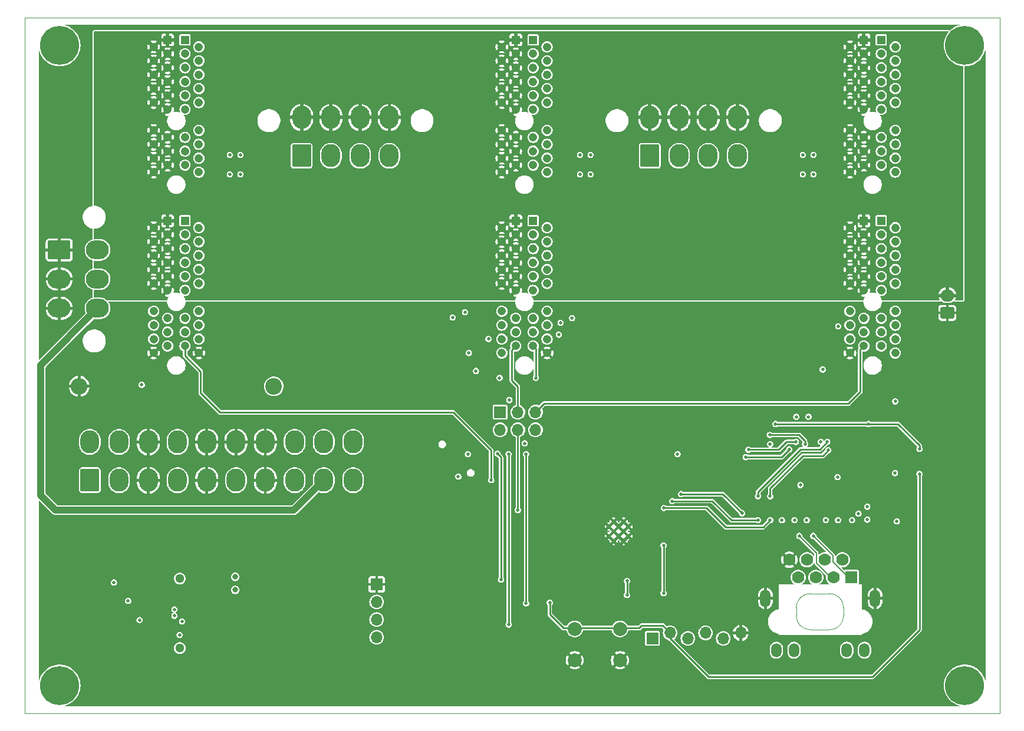
<source format=gbr>
%TF.GenerationSoftware,KiCad,Pcbnew,8.0.1*%
%TF.CreationDate,2024-04-21T01:25:56+02:00*%
%TF.ProjectId,EKO_MyMiner,454b4f5f-4d79-44d6-996e-65722e6b6963,rev?*%
%TF.SameCoordinates,Original*%
%TF.FileFunction,Copper,L2,Inr*%
%TF.FilePolarity,Positive*%
%FSLAX46Y46*%
G04 Gerber Fmt 4.6, Leading zero omitted, Abs format (unit mm)*
G04 Created by KiCad (PCBNEW 8.0.1) date 2024-04-21 01:25:56*
%MOMM*%
%LPD*%
G01*
G04 APERTURE LIST*
G04 Aperture macros list*
%AMRoundRect*
0 Rectangle with rounded corners*
0 $1 Rounding radius*
0 $2 $3 $4 $5 $6 $7 $8 $9 X,Y pos of 4 corners*
0 Add a 4 corners polygon primitive as box body*
4,1,4,$2,$3,$4,$5,$6,$7,$8,$9,$2,$3,0*
0 Add four circle primitives for the rounded corners*
1,1,$1+$1,$2,$3*
1,1,$1+$1,$4,$5*
1,1,$1+$1,$6,$7*
1,1,$1+$1,$8,$9*
0 Add four rect primitives between the rounded corners*
20,1,$1+$1,$2,$3,$4,$5,0*
20,1,$1+$1,$4,$5,$6,$7,0*
20,1,$1+$1,$6,$7,$8,$9,0*
20,1,$1+$1,$8,$9,$2,$3,0*%
G04 Aperture macros list end*
%TA.AperFunction,HeatsinkPad*%
%ADD10C,0.500000*%
%TD*%
%TA.AperFunction,ComponentPad*%
%ADD11R,1.208000X1.208000*%
%TD*%
%TA.AperFunction,ComponentPad*%
%ADD12C,1.208000*%
%TD*%
%TA.AperFunction,HeatsinkPad*%
%ADD13C,0.600000*%
%TD*%
%TA.AperFunction,ComponentPad*%
%ADD14R,1.700000X1.700000*%
%TD*%
%TA.AperFunction,ComponentPad*%
%ADD15O,1.700000X1.700000*%
%TD*%
%TA.AperFunction,ComponentPad*%
%ADD16C,5.600000*%
%TD*%
%TA.AperFunction,ComponentPad*%
%ADD17RoundRect,0.250000X0.750000X-0.600000X0.750000X0.600000X-0.750000X0.600000X-0.750000X-0.600000X0*%
%TD*%
%TA.AperFunction,ComponentPad*%
%ADD18O,2.000000X1.700000*%
%TD*%
%TA.AperFunction,ComponentPad*%
%ADD19C,2.400000*%
%TD*%
%TA.AperFunction,ComponentPad*%
%ADD20O,2.400000X2.400000*%
%TD*%
%TA.AperFunction,ComponentPad*%
%ADD21C,2.000000*%
%TD*%
%TA.AperFunction,ComponentPad*%
%ADD22RoundRect,0.250001X-1.399999X1.099999X-1.399999X-1.099999X1.399999X-1.099999X1.399999X1.099999X0*%
%TD*%
%TA.AperFunction,ComponentPad*%
%ADD23O,3.300000X2.700000*%
%TD*%
%TA.AperFunction,ComponentPad*%
%ADD24C,1.300000*%
%TD*%
%TA.AperFunction,ComponentPad*%
%ADD25RoundRect,0.250001X-1.099999X-1.399999X1.099999X-1.399999X1.099999X1.399999X-1.099999X1.399999X0*%
%TD*%
%TA.AperFunction,ComponentPad*%
%ADD26O,2.700000X3.300000*%
%TD*%
%TA.AperFunction,ComponentPad*%
%ADD27R,1.778000X1.778000*%
%TD*%
%TA.AperFunction,ComponentPad*%
%ADD28C,1.778000*%
%TD*%
%TA.AperFunction,ComponentPad*%
%ADD29O,1.500000X2.032000*%
%TD*%
%TA.AperFunction,ComponentPad*%
%ADD30O,1.500000X2.540000*%
%TD*%
%TA.AperFunction,ViaPad*%
%ADD31C,0.500000*%
%TD*%
%TA.AperFunction,ViaPad*%
%ADD32C,0.400000*%
%TD*%
%TA.AperFunction,ViaPad*%
%ADD33C,0.800000*%
%TD*%
%TA.AperFunction,ViaPad*%
%ADD34C,1.500000*%
%TD*%
%TA.AperFunction,Conductor*%
%ADD35C,1.000000*%
%TD*%
%TA.AperFunction,Conductor*%
%ADD36C,0.250000*%
%TD*%
%TA.AperFunction,Conductor*%
%ADD37C,0.200000*%
%TD*%
%TA.AperFunction,Profile*%
%ADD38C,0.100000*%
%TD*%
G04 APERTURE END LIST*
D10*
%TO.N,GND*%
%TO.C,U1*%
X192794500Y-104944500D03*
X191794500Y-105944500D03*
X191794500Y-104944500D03*
X191794500Y-103944500D03*
X190794500Y-104944500D03*
%TD*%
D11*
%TO.N,GND*%
%TO.C,J3*%
X201250000Y-69350000D03*
D12*
X203250000Y-70350000D03*
X201250000Y-71350000D03*
X203250000Y-72350000D03*
X201250000Y-73350000D03*
X203250000Y-74350000D03*
X201250000Y-75350000D03*
X203250000Y-76350000D03*
X201250000Y-77350000D03*
X203250000Y-78350000D03*
X201250000Y-79350000D03*
%TO.N,+5V_PSU*%
X203250000Y-82350000D03*
%TO.N,/EN_DRV*%
X201250000Y-83350000D03*
%TO.N,/SPARE2_1*%
X203250000Y-84350000D03*
%TO.N,/SPARE2_2*%
X201250000Y-85350000D03*
%TO.N,/DB_SCL*%
X203250000Y-86350000D03*
%TO.N,/DB_RX2*%
X201250000Y-87350000D03*
%TO.N,+3.3V*%
X203250000Y-88350000D03*
D11*
%TO.N,+12V_PWR*%
X198750000Y-69350000D03*
D12*
X196750000Y-70350000D03*
X198750000Y-71350000D03*
X196750000Y-72350000D03*
X198750000Y-73350000D03*
X196750000Y-74350000D03*
X198750000Y-75350000D03*
X196750000Y-76350000D03*
X198750000Y-77350000D03*
X196750000Y-78350000D03*
X198750000Y-79350000D03*
%TO.N,+5V_STDBY*%
X196750000Y-82350000D03*
%TO.N,/DB_PGOOD*%
X198750000Y-83350000D03*
%TO.N,/DB_ALERT2n*%
X196750000Y-84350000D03*
%TO.N,/DB_RSTn*%
X198750000Y-85350000D03*
%TO.N,/DB_SDA*%
X196750000Y-86350000D03*
%TO.N,/DB_RX3*%
X198750000Y-87350000D03*
%TO.N,GND*%
X196750000Y-88350000D03*
%TD*%
D13*
%TO.N,GND*%
%TO.C,U2*%
X164232000Y-112582000D03*
X162832000Y-112582000D03*
X164932000Y-113282000D03*
X163532000Y-113282000D03*
X162132000Y-113282000D03*
X164232000Y-113982000D03*
X162832000Y-113982000D03*
X164932000Y-114682000D03*
X163532000Y-114682000D03*
X162132000Y-114682000D03*
X164232000Y-115382000D03*
X162832000Y-115382000D03*
%TD*%
D14*
%TO.N,+3.3V*%
%TO.C,J6*%
X168382000Y-129382000D03*
D15*
%TO.N,/ESP_GPIO0*%
X170922000Y-128582000D03*
%TO.N,/ESP_RXD0*%
X173462000Y-129382000D03*
%TO.N,/ESP_TXD0*%
X176002000Y-128582000D03*
%TO.N,/ESP_RSTn*%
X178542000Y-129382000D03*
%TO.N,GND*%
X181082000Y-128582000D03*
%TD*%
D16*
%TO.N,N/C*%
%TO.C,H3*%
X213232000Y-136132000D03*
%TD*%
%TO.N,N/C*%
%TO.C,H2*%
X213232000Y-44132000D03*
%TD*%
D11*
%TO.N,GND*%
%TO.C,J16*%
X151250000Y-43350000D03*
D12*
X153250000Y-44350000D03*
X151250000Y-45350000D03*
X153250000Y-46350000D03*
X151250000Y-47350000D03*
X153250000Y-48350000D03*
X151250000Y-49350000D03*
X153250000Y-50350000D03*
X151250000Y-51350000D03*
X153250000Y-52350000D03*
X151250000Y-53350000D03*
X153250000Y-56350000D03*
X151250000Y-57350000D03*
X153250000Y-58350000D03*
X151250000Y-59350000D03*
X153250000Y-60350000D03*
X151250000Y-61350000D03*
X153250000Y-62350000D03*
D11*
%TO.N,+12V_PWR*%
X148750000Y-43350000D03*
D12*
X146750000Y-44350000D03*
X148750000Y-45350000D03*
X146750000Y-46350000D03*
X148750000Y-47350000D03*
X146750000Y-48350000D03*
X148750000Y-49350000D03*
X146750000Y-50350000D03*
X148750000Y-51350000D03*
X146750000Y-52350000D03*
X148750000Y-53350000D03*
X146750000Y-56350000D03*
X148750000Y-57350000D03*
X146750000Y-58350000D03*
X148750000Y-59350000D03*
X146750000Y-60350000D03*
X148750000Y-61350000D03*
X146750000Y-62350000D03*
%TD*%
D11*
%TO.N,GND*%
%TO.C,J1*%
X101250000Y-69350000D03*
D12*
X103250000Y-70350000D03*
X101250000Y-71350000D03*
X103250000Y-72350000D03*
X101250000Y-73350000D03*
X103250000Y-74350000D03*
X101250000Y-75350000D03*
X103250000Y-76350000D03*
X101250000Y-77350000D03*
X103250000Y-78350000D03*
X101250000Y-79350000D03*
%TO.N,+5V_PSU*%
X103250000Y-82350000D03*
%TO.N,/EN_DRV*%
X101250000Y-83350000D03*
%TO.N,/SPARE0_1*%
X103250000Y-84350000D03*
%TO.N,/SPARE0_2*%
X101250000Y-85350000D03*
%TO.N,/DB_SCL*%
X103250000Y-86350000D03*
%TO.N,/DB_TX*%
X101250000Y-87350000D03*
%TO.N,GND*%
X103250000Y-88350000D03*
D11*
%TO.N,+12V_PWR*%
X98750000Y-69350000D03*
D12*
X96750000Y-70350000D03*
X98750000Y-71350000D03*
X96750000Y-72350000D03*
X98750000Y-73350000D03*
X96750000Y-74350000D03*
X98750000Y-75350000D03*
X96750000Y-76350000D03*
X98750000Y-77350000D03*
X96750000Y-78350000D03*
X98750000Y-79350000D03*
%TO.N,+5V_STDBY*%
X96750000Y-82350000D03*
%TO.N,/DB_PGOOD*%
X98750000Y-83350000D03*
%TO.N,/DB_ALERT0n*%
X96750000Y-84350000D03*
%TO.N,/DB_RSTn*%
X98750000Y-85350000D03*
%TO.N,/DB_SDA*%
X96750000Y-86350000D03*
%TO.N,/DB_RX1*%
X98750000Y-87350000D03*
%TO.N,GND*%
X96750000Y-88350000D03*
%TD*%
D11*
%TO.N,GND*%
%TO.C,J17*%
X201250000Y-43350000D03*
D12*
X203250000Y-44350000D03*
X201250000Y-45350000D03*
X203250000Y-46350000D03*
X201250000Y-47350000D03*
X203250000Y-48350000D03*
X201250000Y-49350000D03*
X203250000Y-50350000D03*
X201250000Y-51350000D03*
X203250000Y-52350000D03*
X201250000Y-53350000D03*
X203250000Y-56350000D03*
X201250000Y-57350000D03*
X203250000Y-58350000D03*
X201250000Y-59350000D03*
X203250000Y-60350000D03*
X201250000Y-61350000D03*
X203250000Y-62350000D03*
D11*
%TO.N,+12V_PWR*%
X198750000Y-43350000D03*
D12*
X196750000Y-44350000D03*
X198750000Y-45350000D03*
X196750000Y-46350000D03*
X198750000Y-47350000D03*
X196750000Y-48350000D03*
X198750000Y-49350000D03*
X196750000Y-50350000D03*
X198750000Y-51350000D03*
X196750000Y-52350000D03*
X198750000Y-53350000D03*
X196750000Y-56350000D03*
X198750000Y-57350000D03*
X196750000Y-58350000D03*
X198750000Y-59350000D03*
X196750000Y-60350000D03*
X198750000Y-61350000D03*
X196750000Y-62350000D03*
%TD*%
D11*
%TO.N,GND*%
%TO.C,J15*%
X101250000Y-43350000D03*
D12*
X103250000Y-44350000D03*
X101250000Y-45350000D03*
X103250000Y-46350000D03*
X101250000Y-47350000D03*
X103250000Y-48350000D03*
X101250000Y-49350000D03*
X103250000Y-50350000D03*
X101250000Y-51350000D03*
X103250000Y-52350000D03*
X101250000Y-53350000D03*
X103250000Y-56350000D03*
X101250000Y-57350000D03*
X103250000Y-58350000D03*
X101250000Y-59350000D03*
X103250000Y-60350000D03*
X101250000Y-61350000D03*
X103250000Y-62350000D03*
D11*
%TO.N,+12V_PWR*%
X98750000Y-43350000D03*
D12*
X96750000Y-44350000D03*
X98750000Y-45350000D03*
X96750000Y-46350000D03*
X98750000Y-47350000D03*
X96750000Y-48350000D03*
X98750000Y-49350000D03*
X96750000Y-50350000D03*
X98750000Y-51350000D03*
X96750000Y-52350000D03*
X98750000Y-53350000D03*
X96750000Y-56350000D03*
X98750000Y-57350000D03*
X96750000Y-58350000D03*
X98750000Y-59350000D03*
X96750000Y-60350000D03*
X98750000Y-61350000D03*
X96750000Y-62350000D03*
%TD*%
D17*
%TO.N,GND*%
%TO.C,J5*%
X210732000Y-82582000D03*
D18*
%TO.N,+12V_PWR*%
X210732000Y-80082000D03*
%TD*%
D19*
%TO.N,+5V_PSU*%
%TO.C,R24*%
X114002000Y-93132000D03*
D20*
%TO.N,GND*%
X86062000Y-93132000D03*
%TD*%
D16*
%TO.N,N/C*%
%TO.C,H1*%
X83232000Y-44132000D03*
%TD*%
%TO.N,N/C*%
%TO.C,H4*%
X83232000Y-136132000D03*
%TD*%
D11*
%TO.N,GND*%
%TO.C,J2*%
X151250000Y-69350000D03*
D12*
X153250000Y-70350000D03*
X151250000Y-71350000D03*
X153250000Y-72350000D03*
X151250000Y-73350000D03*
X153250000Y-74350000D03*
X151250000Y-75350000D03*
X153250000Y-76350000D03*
X151250000Y-77350000D03*
X153250000Y-78350000D03*
X151250000Y-79350000D03*
%TO.N,+5V_PSU*%
X153250000Y-82350000D03*
%TO.N,/EN_DRV*%
X151250000Y-83350000D03*
%TO.N,/SPARE1_1*%
X153250000Y-84350000D03*
%TO.N,/SPARE1_2*%
X151250000Y-85350000D03*
%TO.N,/DB_SCL*%
X153250000Y-86350000D03*
%TO.N,/DB_RX1*%
X151250000Y-87350000D03*
%TO.N,GND*%
X153250000Y-88350000D03*
D11*
%TO.N,+12V_PWR*%
X148750000Y-69350000D03*
D12*
X146750000Y-70350000D03*
X148750000Y-71350000D03*
X146750000Y-72350000D03*
X148750000Y-73350000D03*
X146750000Y-74350000D03*
X148750000Y-75350000D03*
X146750000Y-76350000D03*
X148750000Y-77350000D03*
X146750000Y-78350000D03*
X148750000Y-79350000D03*
%TO.N,+5V_STDBY*%
X146750000Y-82350000D03*
%TO.N,/DB_PGOOD*%
X148750000Y-83350000D03*
%TO.N,/DB_ALERT1n*%
X146750000Y-84350000D03*
%TO.N,/DB_RSTn*%
X148750000Y-85350000D03*
%TO.N,/DB_SDA*%
X146750000Y-86350000D03*
%TO.N,/DB_RX2*%
X148750000Y-87350000D03*
%TO.N,+3.3V*%
X146750000Y-88350000D03*
%TD*%
D21*
%TO.N,/ESP_GPIO0*%
%TO.C,SW1*%
X163726000Y-128012000D03*
X157226000Y-128012000D03*
%TO.N,GND*%
X163726000Y-132512000D03*
X157226000Y-132512000D03*
%TD*%
D14*
%TO.N,GND*%
%TO.C,J13*%
X128778000Y-121600000D03*
D15*
%TO.N,+3.3V*%
X128778000Y-124140000D03*
%TO.N,/DB_SCL*%
X128778000Y-126680000D03*
%TO.N,/DB_SDA*%
X128778000Y-129220000D03*
%TD*%
D22*
%TO.N,GND*%
%TO.C,J12*%
X83182000Y-73532000D03*
D23*
X83182000Y-77732000D03*
X83182000Y-81932000D03*
%TO.N,+5V_PSU*%
X88682000Y-73532000D03*
X88682000Y-77732000D03*
%TO.N,+5V_STDBY*%
X88682000Y-81932000D03*
%TD*%
D24*
%TO.N,N/C*%
%TO.C,J9*%
X100482000Y-130782000D03*
X100482000Y-120782000D03*
%TD*%
D25*
%TO.N,GND*%
%TO.C,J11*%
X118000000Y-60000000D03*
D26*
X122200000Y-60000000D03*
X126400000Y-60000000D03*
X130600000Y-60000000D03*
%TO.N,+12V_PWR*%
X118000000Y-54500000D03*
X122200000Y-54500000D03*
X126400000Y-54500000D03*
X130600000Y-54500000D03*
%TD*%
D25*
%TO.N,GND*%
%TO.C,J10*%
X168000000Y-60000000D03*
D26*
X172200000Y-60000000D03*
X176400000Y-60000000D03*
X180600000Y-60000000D03*
%TO.N,+12V_PWR*%
X168000000Y-54500000D03*
X172200000Y-54500000D03*
X176400000Y-54500000D03*
X180600000Y-54500000D03*
%TD*%
D14*
%TO.N,/DB_RX1*%
%TO.C,J8*%
X146507000Y-96857000D03*
D15*
%TO.N,/DB_RX*%
X146507000Y-99397000D03*
%TO.N,/DB_RX2*%
X149047000Y-96857000D03*
%TO.N,/DB_RX*%
X149047000Y-99397000D03*
%TO.N,/DB_RX3*%
X151587000Y-96857000D03*
%TO.N,/DB_RX*%
X151587000Y-99397000D03*
%TD*%
D27*
%TO.N,/LAN8720/TD_P*%
%TO.C,J4*%
X196932000Y-120605800D03*
D28*
%TO.N,AVDD*%
X195662000Y-118065800D03*
%TO.N,/LAN8720/TD_N*%
X194392000Y-120605800D03*
%TO.N,/LAN8720/RD_P*%
X193122000Y-118065800D03*
%TO.N,AVDD*%
X191852000Y-120605800D03*
%TO.N,/LAN8720/RD_N*%
X190582000Y-118065800D03*
%TO.N,N/C*%
X189312000Y-120605800D03*
%TO.N,GND*%
X188042000Y-118065800D03*
D29*
%TO.N,/LAN8720/LEDJ+*%
X198834700Y-131070600D03*
%TO.N,Net-(J4-PadP10)*%
X196294700Y-131070600D03*
%TO.N,/LAN8720/LEDV+*%
X188704700Y-131070600D03*
%TO.N,Net-(J4-PadP12)*%
X186164700Y-131070600D03*
D30*
%TO.N,GND*%
X184613000Y-123605800D03*
X200361000Y-123605800D03*
%TD*%
D25*
%TO.N,+3.3V_DB*%
%TO.C,J7*%
X87582000Y-106632000D03*
D26*
X91782000Y-106632000D03*
%TO.N,GND*%
X95982000Y-106632000D03*
%TO.N,unconnected-(J7-Pin_4-Pad4)*%
X100182000Y-106632000D03*
%TO.N,GND*%
X104382000Y-106632000D03*
%TO.N,unconnected-(J7-Pin_6-Pad6)*%
X108582000Y-106632000D03*
%TO.N,GND*%
X112782000Y-106632000D03*
%TO.N,unconnected-(J7-Pin_8-Pad8)*%
X116982000Y-106632000D03*
%TO.N,+5V_STDBY*%
X121182000Y-106632000D03*
%TO.N,unconnected-(J7-Pin_10-Pad10)*%
X125382000Y-106632000D03*
%TO.N,+3.3V_DB*%
X87582000Y-101132000D03*
%TO.N,unconnected-(J7-Pin_12-Pad12)*%
X91782000Y-101132000D03*
%TO.N,GND*%
X95982000Y-101132000D03*
%TO.N,/PSU/PS_ON#*%
X100182000Y-101132000D03*
%TO.N,GND*%
X104382000Y-101132000D03*
X108582000Y-101132000D03*
X112782000Y-101132000D03*
%TO.N,unconnected-(J7-Pin_18-Pad18)*%
X116982000Y-101132000D03*
%TO.N,unconnected-(J7-Pin_19-Pad19)*%
X121182000Y-101132000D03*
%TO.N,+5V_PSU*%
X125382000Y-101132000D03*
%TD*%
D31*
%TO.N,GND*%
X107696000Y-62662000D03*
X109220000Y-62662000D03*
X109220000Y-59868000D03*
X107696000Y-59868000D03*
X157988000Y-59868000D03*
X159512000Y-59868000D03*
X159512000Y-62662000D03*
X157988000Y-62662000D03*
X191516000Y-59868000D03*
X189992000Y-59868000D03*
X189992000Y-62662000D03*
X191516000Y-62662000D03*
%TO.N,+5V_STDBY*%
X192832000Y-90732000D03*
X143032000Y-90932000D03*
X140500000Y-106113994D03*
X95032000Y-92932000D03*
%TO.N,GND*%
X201982000Y-133882000D03*
X195482000Y-94882000D03*
D32*
X102616000Y-133528000D03*
X214376000Y-72568000D03*
D31*
X184482000Y-96382000D03*
X156482000Y-109382000D03*
X151832000Y-107532000D03*
X134482000Y-96132000D03*
X189232000Y-134132000D03*
X192482000Y-96382000D03*
X89482000Y-97632000D03*
X193482000Y-94882000D03*
X180482000Y-96382000D03*
X133482000Y-96132000D03*
X204482000Y-100382000D03*
X125482000Y-96132000D03*
X207482000Y-116632000D03*
X205982000Y-118632000D03*
X135482000Y-96132000D03*
X159482000Y-94882000D03*
X174232000Y-133632000D03*
X201232000Y-134632000D03*
D32*
X214376000Y-80188000D03*
D31*
X106482000Y-97632000D03*
X132832000Y-125132000D03*
X201982000Y-99132000D03*
X171482000Y-96382000D03*
X205982000Y-117632000D03*
X92982000Y-120382000D03*
X110482000Y-97632000D03*
X197232000Y-134132000D03*
X193482000Y-96382000D03*
X192232000Y-135632000D03*
X179232000Y-135632000D03*
X140232000Y-98532000D03*
X104232000Y-95732000D03*
X166482000Y-94882000D03*
X171982000Y-131382000D03*
X119482000Y-97632000D03*
X141232000Y-96932000D03*
X197232000Y-135632000D03*
X205732000Y-130132000D03*
X201232000Y-109882000D03*
X168482000Y-96382000D03*
X174482000Y-94882000D03*
X205982000Y-126632000D03*
X179232000Y-134132000D03*
X151832000Y-112132000D03*
X118482000Y-97632000D03*
X140482000Y-96132000D03*
X188232000Y-134132000D03*
X194482000Y-94882000D03*
X94482000Y-97632000D03*
X178232000Y-134132000D03*
X207482000Y-121632000D03*
X104482000Y-97632000D03*
X154632000Y-129132000D03*
X200232000Y-133632000D03*
X175482000Y-96382000D03*
X190482000Y-94882000D03*
X151832000Y-118732000D03*
X186232000Y-135632000D03*
X174982000Y-134632000D03*
X161482000Y-96382000D03*
X126482000Y-97632000D03*
X182232000Y-135632000D03*
X205232000Y-99132000D03*
X194232000Y-109132000D03*
X150232000Y-129132000D03*
X139482000Y-97632000D03*
X143232000Y-101532000D03*
X193232000Y-135632000D03*
X103482000Y-97632000D03*
X184482000Y-94882000D03*
D32*
X214376000Y-110668000D03*
D31*
X181982000Y-115632000D03*
X203482000Y-132382000D03*
X207482000Y-126632000D03*
X149032000Y-123132000D03*
X173442230Y-132946556D03*
X205982000Y-112632000D03*
X176232000Y-135632000D03*
X185232000Y-135632000D03*
X163482000Y-96382000D03*
X94232000Y-125382000D03*
X199032000Y-93932000D03*
X117482000Y-97632000D03*
X178482000Y-96382000D03*
X207482000Y-111632000D03*
X166732000Y-122882000D03*
X138482000Y-96132000D03*
X204232000Y-129632000D03*
X191482000Y-94882000D03*
X186482000Y-94882000D03*
X197232000Y-93932000D03*
X120482000Y-97632000D03*
X179482000Y-94882000D03*
X172482000Y-94882000D03*
X182232000Y-110632000D03*
X151832000Y-105932000D03*
X196432000Y-94732000D03*
X205982000Y-99882000D03*
D32*
X157988000Y-97968000D03*
D31*
X183232000Y-134132000D03*
X207482000Y-108632000D03*
X172732000Y-132132000D03*
X207482000Y-109632000D03*
X181482000Y-94882000D03*
X203482000Y-97882000D03*
X182482000Y-96382000D03*
X183432000Y-106932000D03*
X194294500Y-97519500D03*
X145832000Y-129332000D03*
X107482000Y-97632000D03*
X109432000Y-96132000D03*
X161732000Y-108382000D03*
X185482000Y-94882000D03*
X205982000Y-122632000D03*
X151847000Y-109767000D03*
X186982000Y-108957000D03*
X131482000Y-97632000D03*
X142032000Y-97932000D03*
D32*
X102616000Y-120828000D03*
D31*
X200982000Y-99132000D03*
X207482000Y-125632000D03*
X206732000Y-100632000D03*
X137482000Y-96132000D03*
X98482000Y-97632000D03*
D33*
X111732000Y-119132000D03*
D31*
X102832000Y-93332000D03*
X105232000Y-94732000D03*
X154686000Y-102794000D03*
X171632000Y-127132000D03*
D32*
X82296000Y-95428000D03*
D31*
X190232000Y-134132000D03*
X207482000Y-114632000D03*
X162482000Y-96382000D03*
X205982000Y-115632000D03*
X103032000Y-94532000D03*
X96482000Y-97632000D03*
X134482000Y-97632000D03*
X187232000Y-135632000D03*
X173382000Y-124232000D03*
X131482000Y-96132000D03*
X164482000Y-96382000D03*
X202982000Y-99132000D03*
X197907000Y-109882000D03*
X180232000Y-135632000D03*
X207482000Y-115632000D03*
D32*
X106172000Y-85268000D03*
D31*
X199232000Y-134132000D03*
X205982000Y-123632000D03*
X161482000Y-94882000D03*
X207482000Y-113632000D03*
X127482000Y-97632000D03*
D32*
X130048000Y-117272000D03*
D31*
X196482000Y-96382000D03*
X204482000Y-98382000D03*
X198232000Y-94932000D03*
X124482000Y-96132000D03*
X207732000Y-104882000D03*
X94232000Y-124632000D03*
X180482000Y-94882000D03*
X103632000Y-95132000D03*
X207482000Y-107632000D03*
X201482000Y-97882000D03*
X186232000Y-113632000D03*
X135482000Y-97632000D03*
X177232000Y-134132000D03*
X94382000Y-121882000D03*
X104140000Y-93332000D03*
X141232000Y-99532000D03*
X92482000Y-97632000D03*
X99482000Y-97632000D03*
X132482000Y-97632000D03*
D32*
X206756000Y-133528000D03*
D33*
X116232000Y-117882000D03*
D31*
X104632000Y-94132000D03*
X105432000Y-96932000D03*
X117482000Y-96132000D03*
X186832000Y-103932000D03*
D32*
X82296000Y-103048000D03*
D31*
X104832000Y-96332000D03*
X129482000Y-96132000D03*
X202232000Y-131632000D03*
X171097000Y-104767000D03*
X205482000Y-103132000D03*
X169482000Y-94882000D03*
X143256000Y-112954000D03*
X207482000Y-120632000D03*
X136482000Y-97632000D03*
X199982000Y-99132000D03*
X178232000Y-135632000D03*
X189482000Y-94882000D03*
X173482000Y-96382000D03*
X170482000Y-94882000D03*
X144232000Y-102532000D03*
X93482000Y-97632000D03*
X205982000Y-111632000D03*
D32*
X214376000Y-57328000D03*
X214376000Y-103048000D03*
D31*
X187482000Y-94882000D03*
X126482000Y-96132000D03*
X205982000Y-108632000D03*
X192232000Y-134132000D03*
X95482000Y-97632000D03*
X197432000Y-95732000D03*
X197982000Y-113632000D03*
X97482000Y-97632000D03*
X135832000Y-120932000D03*
X175482000Y-94882000D03*
D32*
X145542000Y-90348000D03*
D31*
X160482000Y-94882000D03*
X206482000Y-129382000D03*
X113482000Y-97632000D03*
X128482000Y-97632000D03*
X169982000Y-112382000D03*
X152654000Y-125146000D03*
X151832000Y-120532000D03*
X202482000Y-97882000D03*
X207482000Y-106632000D03*
X199232000Y-101332000D03*
X205982000Y-107632000D03*
X201232000Y-132632000D03*
X195482000Y-96382000D03*
D32*
X214376000Y-64948000D03*
D31*
X108432000Y-96132000D03*
X201232000Y-107882000D03*
D32*
X82296000Y-64948000D03*
D31*
X187232000Y-134132000D03*
X191232000Y-134132000D03*
X191232000Y-135632000D03*
X205982000Y-121632000D03*
X198232000Y-134132000D03*
X205482000Y-105132000D03*
X207482000Y-118632000D03*
X197032000Y-101332000D03*
X175482000Y-132882000D03*
X112482000Y-97632000D03*
X204296556Y-131671770D03*
D32*
X214376000Y-87808000D03*
D31*
X156232000Y-120882000D03*
X198657000Y-107882000D03*
X200482000Y-97882000D03*
X197632000Y-105332000D03*
X167232000Y-118632000D03*
X207732000Y-103882000D03*
X202232000Y-103532000D03*
X185232000Y-134132000D03*
X193982000Y-107882000D03*
X194232000Y-135632000D03*
X136844500Y-102882000D03*
X107432000Y-96132000D03*
D32*
X82296000Y-125908000D03*
D31*
X177232000Y-135632000D03*
X184232000Y-134132000D03*
X203482000Y-108957000D03*
X114482000Y-96132000D03*
X133482000Y-97632000D03*
X183544500Y-101444500D03*
X171032000Y-122332000D03*
D33*
X120232000Y-117882000D03*
D31*
X183482000Y-94882000D03*
X130482000Y-97632000D03*
X195232000Y-134132000D03*
X160482000Y-96382000D03*
X183232000Y-135632000D03*
X135632000Y-125732000D03*
X196232000Y-134132000D03*
X196232000Y-135632000D03*
X195632000Y-104332000D03*
X108482000Y-97632000D03*
X203982000Y-115632000D03*
X113482000Y-96132000D03*
X140500000Y-107633000D03*
X121482000Y-96132000D03*
X205982000Y-120632000D03*
X174046556Y-131342230D03*
X115482000Y-97632000D03*
X207482000Y-101632000D03*
X196044500Y-97519500D03*
X202232000Y-115632000D03*
X177482000Y-94882000D03*
X132482000Y-96132000D03*
X191982000Y-109882000D03*
X143131999Y-92431999D03*
X129482000Y-97632000D03*
X201207000Y-101519500D03*
X207482000Y-122632000D03*
X167482000Y-94882000D03*
X178482000Y-94882000D03*
X205232000Y-128632000D03*
X138482000Y-97632000D03*
X152732000Y-123632000D03*
D32*
X214376000Y-118288000D03*
D31*
X170732000Y-99882000D03*
X115482000Y-96132000D03*
X171482000Y-94882000D03*
X194482000Y-96382000D03*
X91482000Y-97632000D03*
X192544500Y-97519500D03*
X130482000Y-96132000D03*
D32*
X214376000Y-125908000D03*
D31*
X181232000Y-134132000D03*
X205482000Y-104132000D03*
X189482000Y-96382000D03*
X182232000Y-134132000D03*
X171196000Y-114986000D03*
X165482000Y-94882000D03*
X189732000Y-109132000D03*
X205982000Y-114632000D03*
X185482000Y-96382000D03*
X177482000Y-96382000D03*
X191482000Y-96382000D03*
X204982000Y-130882000D03*
X205982000Y-109632000D03*
X127482000Y-96132000D03*
X199232000Y-135632000D03*
X207482000Y-110632000D03*
D32*
X155194000Y-90348000D03*
X82296000Y-49708000D03*
D31*
X118482000Y-96132000D03*
X205982000Y-125632000D03*
D32*
X214376000Y-49708000D03*
D31*
X172482000Y-96382000D03*
X159482000Y-96382000D03*
X182232000Y-104382000D03*
D32*
X150876000Y-133528000D03*
D31*
X198232000Y-135632000D03*
X183482000Y-96382000D03*
X200482000Y-135382000D03*
D32*
X82296000Y-57328000D03*
D31*
X111432000Y-96132000D03*
X160832000Y-129132000D03*
X205982000Y-124632000D03*
X188232000Y-135632000D03*
X152654000Y-126532000D03*
X207482000Y-127632000D03*
X121482000Y-97632000D03*
X182118000Y-106132000D03*
X173482000Y-94882000D03*
X164482000Y-94882000D03*
X178232000Y-114632000D03*
X170482000Y-96382000D03*
X102482000Y-97632000D03*
X207232000Y-128632000D03*
X188482000Y-94882000D03*
X93023000Y-125146000D03*
X205982000Y-113632000D03*
X110432000Y-96132000D03*
X119482000Y-96132000D03*
X181482000Y-96382000D03*
X116482000Y-97632000D03*
X186482000Y-96382000D03*
X205982000Y-119632000D03*
X90482000Y-97632000D03*
X112432000Y-96132000D03*
X207732000Y-102882000D03*
X205982000Y-116632000D03*
X203232000Y-130632000D03*
X114482000Y-97632000D03*
X128482000Y-96132000D03*
X167482000Y-96382000D03*
X137482000Y-97632000D03*
X165482000Y-96382000D03*
X190232000Y-135632000D03*
X155832000Y-126932000D03*
X195232000Y-135632000D03*
X207482000Y-119632000D03*
X186982000Y-107132000D03*
X105482000Y-97632000D03*
X205232000Y-101132000D03*
X207482000Y-123632000D03*
X180232000Y-134132000D03*
X174732000Y-132132000D03*
D32*
X145288000Y-84506000D03*
D31*
X160832000Y-126932000D03*
X176482000Y-96382000D03*
X105832000Y-95332000D03*
X205982000Y-127632000D03*
D32*
X82296000Y-118288000D03*
D31*
X142832000Y-98732000D03*
X205482000Y-102132000D03*
X194232000Y-134132000D03*
X139482000Y-96132000D03*
X193232000Y-134132000D03*
X182482000Y-94882000D03*
X181232000Y-135632000D03*
X168482000Y-94882000D03*
X120482000Y-96132000D03*
X207482000Y-117632000D03*
X184232000Y-135632000D03*
X136482000Y-96132000D03*
X116482000Y-96132000D03*
X122482000Y-97632000D03*
X189232000Y-135632000D03*
X202732000Y-133132000D03*
X111482000Y-97632000D03*
X192482000Y-94882000D03*
X195232000Y-101382000D03*
X166432000Y-126732000D03*
X188482000Y-96382000D03*
X109482000Y-97632000D03*
X176232000Y-133632000D03*
X101482000Y-97632000D03*
X162482000Y-94882000D03*
X205982000Y-110632000D03*
X205982000Y-106632000D03*
X106432000Y-96132000D03*
X100482000Y-97632000D03*
X166482000Y-96382000D03*
X205732000Y-105882000D03*
X187482000Y-96382000D03*
X203207000Y-102269500D03*
D33*
X122232000Y-117882000D03*
D31*
X186232000Y-134132000D03*
X179482000Y-96382000D03*
D32*
X167386000Y-104826000D03*
D31*
X176482000Y-94882000D03*
X203732000Y-99632000D03*
X207482000Y-124632000D03*
X169482000Y-96382000D03*
D32*
X214376000Y-95428000D03*
D31*
X190482000Y-96382000D03*
X207482000Y-112632000D03*
X163482000Y-94882000D03*
X174482000Y-96382000D03*
%TO.N,+3.3V*%
X189044500Y-97519500D03*
X203207000Y-105619500D03*
X203482000Y-112557000D03*
X147832000Y-95132000D03*
X192544500Y-101119500D03*
X171982000Y-102882000D03*
X93082000Y-123982000D03*
X150032000Y-101332000D03*
D33*
X108457000Y-120532000D03*
D31*
X142014000Y-88350000D03*
X190794500Y-97519500D03*
X185294500Y-101444500D03*
D33*
X108457000Y-122406998D03*
D31*
X203250000Y-95314000D03*
%TO.N,AVDD*%
X193294500Y-112369500D03*
X197969500Y-111444500D03*
X195044500Y-112369500D03*
X199232000Y-110457000D03*
X189632000Y-107332000D03*
X190544500Y-112369500D03*
X197044500Y-112369500D03*
X194969500Y-106194500D03*
X186982000Y-112382000D03*
X199232000Y-112307000D03*
X188794500Y-112369500D03*
%TO.N,/LED_RGB*%
X141882000Y-102881992D03*
%TO.N,/REFCLK*%
X199407000Y-98557000D03*
X206732000Y-102132006D03*
X186057005Y-98556995D03*
%TO.N,/ESP_GPIO0*%
X153631996Y-124232004D03*
X206732000Y-105732000D03*
%TO.N,/DB_SCL*%
X150232000Y-102882007D03*
X150232000Y-124332000D03*
X100832000Y-126932000D03*
%TO.N,Net-(U1-RXD1{slash}MODE1)*%
X193632000Y-102332000D03*
X185294500Y-108944500D03*
%TO.N,/RXD1*%
X185294500Y-112369500D03*
X170032000Y-110632000D03*
%TO.N,Net-(U1-RXD0{slash}MODE0)*%
X193482000Y-101132000D03*
X183544500Y-108944500D03*
%TO.N,/RXD0*%
X183544500Y-112369500D03*
X171232000Y-109632000D03*
%TO.N,/LAN8720/TD_P*%
X191482000Y-114632000D03*
%TO.N,/LAN8720/TD_N*%
X189482000Y-114632000D03*
%TO.N,/MDIO*%
X188982000Y-101132000D03*
X182176087Y-102251087D03*
%TO.N,/ESP_RSTn*%
X172482000Y-108632000D03*
X181232000Y-111382000D03*
%TO.N,/DB_SDA*%
X147731993Y-102881993D03*
X154940000Y-85732000D03*
X100482000Y-128882000D03*
X144832000Y-86332000D03*
X147732000Y-127382000D03*
%TO.N,/TXEN*%
X164732000Y-123132000D03*
X164732000Y-121132000D03*
%TO.N,/MDC*%
X188044500Y-102194500D03*
X181782004Y-103331996D03*
X169982000Y-116002000D03*
X169982000Y-122882000D03*
%TO.N,/CRS_DV*%
X185231996Y-100132000D03*
X190294500Y-101444500D03*
%TO.N,/DB_TX*%
X145232000Y-106632004D03*
%TO.N,/RES*%
X94731998Y-126732000D03*
%TO.N,/CS*%
X99732000Y-126132000D03*
%TO.N,/DB_RX*%
X149047000Y-110932020D03*
%TO.N,/DC*%
X99732000Y-125207000D03*
D34*
%TO.N,+12V_PWR*%
X110014000Y-68764000D03*
X158232000Y-67432000D03*
X210732000Y-56132000D03*
X192032000Y-46832000D03*
X190282000Y-48082000D03*
X210732000Y-58632000D03*
X110014000Y-45264000D03*
X192032000Y-69832000D03*
X141232000Y-70932000D03*
X108264000Y-70014000D03*
X88982000Y-57382000D03*
X192032000Y-72332000D03*
X158232000Y-50182000D03*
X141550000Y-46300000D03*
X208982000Y-59882000D03*
X158232000Y-47682000D03*
X108264000Y-46514000D03*
X90732000Y-56132000D03*
X190282000Y-71082000D03*
X110014000Y-66264000D03*
X190282000Y-68582000D03*
X159982000Y-46432000D03*
X210732000Y-63632000D03*
X208982000Y-62382000D03*
X108264000Y-67514000D03*
X190282000Y-53082000D03*
X141232000Y-65932000D03*
X192032000Y-49332000D03*
X159982000Y-48932000D03*
X192032000Y-67332000D03*
X159982000Y-71182000D03*
X90732000Y-58632000D03*
X159982000Y-51432000D03*
X108264000Y-51514000D03*
X90732000Y-61132000D03*
X141550000Y-51300000D03*
X88982000Y-62382000D03*
X139800000Y-50050000D03*
X110014000Y-71264000D03*
X159982000Y-73682000D03*
X139482000Y-72182000D03*
X158232000Y-69932000D03*
X190282000Y-66082000D03*
X158232000Y-72432000D03*
X190282000Y-50582000D03*
X208982000Y-57382000D03*
X159982000Y-68682000D03*
X139482000Y-69682000D03*
X192032000Y-51832000D03*
X210732000Y-61132000D03*
X141550000Y-48800000D03*
X90732000Y-63632000D03*
X141232000Y-68432000D03*
X139800000Y-47550000D03*
X108264000Y-65014000D03*
X108264000Y-49014000D03*
X88982000Y-59882000D03*
X139482000Y-67182000D03*
X139750000Y-45300000D03*
X158232000Y-52682000D03*
X110014000Y-50264000D03*
X110014000Y-47764000D03*
D31*
%TO.N,Net-(J9-Pin_2)*%
X91032000Y-121332000D03*
%TO.N,/DB_RX1*%
X146432000Y-91932000D03*
X151632000Y-91932000D03*
%TO.N,/EN_DRV*%
X195072000Y-84506000D03*
X141478000Y-82474000D03*
X155194000Y-83998000D03*
%TO.N,/DB_RST*%
X146132000Y-102832000D03*
X146632000Y-120932000D03*
%TO.N,/DB_PGOOD*%
X156832000Y-83332000D03*
%TO.N,/DB_RSTn*%
X139700000Y-83236000D03*
%TD*%
D35*
%TO.N,+5V_STDBY*%
X80482000Y-108782000D02*
X80482000Y-90132000D01*
X80482000Y-90132000D02*
X88682000Y-81932000D01*
X82632000Y-110932000D02*
X80482000Y-108782000D01*
X121182000Y-106632000D02*
X116882000Y-110932000D01*
X116882000Y-110932000D02*
X82632000Y-110932000D01*
D36*
%TO.N,/REFCLK*%
X206732000Y-101632000D02*
X206732000Y-102132006D01*
X203657000Y-98557000D02*
X206732000Y-101632000D01*
X199407000Y-98557000D02*
X186057010Y-98557000D01*
X199407000Y-98557000D02*
X203657000Y-98557000D01*
X186057010Y-98557000D02*
X186057005Y-98556995D01*
%TO.N,/ESP_GPIO0*%
X166832000Y-127532000D02*
X166482000Y-127882000D01*
X157482000Y-127882000D02*
X155582000Y-127882000D01*
X166482000Y-127882000D02*
X163982000Y-127882000D01*
X206732000Y-105732000D02*
X206732000Y-128132000D01*
X199982000Y-134882000D02*
X176422000Y-134882000D01*
X155582000Y-127882000D02*
X153631996Y-125931996D01*
X169872000Y-127532000D02*
X166832000Y-127532000D01*
X153631996Y-125931996D02*
X153631996Y-124232004D01*
X206732000Y-128132000D02*
X199982000Y-134882000D01*
X163982000Y-127882000D02*
X157482000Y-127882000D01*
X176422000Y-134882000D02*
X170922000Y-129382000D01*
X170922000Y-128582000D02*
X169872000Y-127532000D01*
X170922000Y-129382000D02*
X170922000Y-128582000D01*
%TO.N,/DB_SCL*%
X150232000Y-102882007D02*
X150232000Y-124332000D01*
%TO.N,Net-(U1-RXD1{slash}MODE1)*%
X192832000Y-103132000D02*
X193632000Y-102332000D01*
X185294500Y-108944500D02*
X185294500Y-107819500D01*
X189982000Y-103132000D02*
X192832000Y-103132000D01*
X185294500Y-107819500D02*
X189982000Y-103132000D01*
%TO.N,/RXD1*%
X185294500Y-112369500D02*
X184282000Y-113382000D01*
X178882000Y-113382000D02*
X176132000Y-110632000D01*
X184282000Y-113382000D02*
X178882000Y-113382000D01*
X176132000Y-110632000D02*
X170032000Y-110632000D01*
%TO.N,Net-(U1-RXD0{slash}MODE0)*%
X193482000Y-101132000D02*
X192419500Y-102194500D01*
X183544500Y-108269069D02*
X183544500Y-108944500D01*
X189619069Y-102194500D02*
X183544500Y-108269069D01*
X192419500Y-102194500D02*
X189619069Y-102194500D01*
%TO.N,/RXD0*%
X176982000Y-109632000D02*
X179719500Y-112369500D01*
X171232000Y-109632000D02*
X176982000Y-109632000D01*
X179719500Y-112369500D02*
X183544500Y-112369500D01*
D37*
%TO.N,/LAN8720/TD_P*%
X196932000Y-120605800D02*
X196520500Y-120605800D01*
X196520500Y-120605800D02*
X194311000Y-118396300D01*
X194311000Y-117461000D02*
X191482000Y-114632000D01*
X194311000Y-118396300D02*
X194311000Y-117461000D01*
%TO.N,/LAN8720/TD_N*%
X191933000Y-118558300D02*
X191933000Y-117083000D01*
X194392000Y-120605800D02*
X193980500Y-120605800D01*
X193980500Y-120605800D02*
X191933000Y-118558300D01*
X191933000Y-117083000D02*
X189482000Y-114632000D01*
D36*
%TO.N,/MDIO*%
X186512913Y-102251087D02*
X182176087Y-102251087D01*
X188982000Y-101132000D02*
X187632000Y-101132000D01*
X187632000Y-101132000D02*
X186512913Y-102251087D01*
%TO.N,/ESP_RSTn*%
X172482000Y-108632000D02*
X178482000Y-108632000D01*
X178482000Y-108632000D02*
X181232000Y-111382000D01*
%TO.N,/DB_SDA*%
X147731993Y-127381993D02*
X147732000Y-127382000D01*
X147731993Y-102881993D02*
X147731993Y-127381993D01*
%TO.N,/TXEN*%
X164732000Y-123132000D02*
X164732000Y-121132000D01*
%TO.N,/MDC*%
X186907004Y-103331996D02*
X181782004Y-103331996D01*
X188044500Y-102194500D02*
X186907004Y-103331996D01*
X169982000Y-122882000D02*
X169982000Y-116002000D01*
%TO.N,/CRS_DV*%
X190294500Y-101444500D02*
X190294500Y-100994500D01*
X189432000Y-100132000D02*
X185231996Y-100132000D01*
X190294500Y-100994500D02*
X189432000Y-100132000D01*
%TO.N,/DB_TX*%
X145232000Y-102332000D02*
X139782000Y-96882000D01*
X145232000Y-106632004D02*
X145232000Y-102332000D01*
X103507000Y-91007000D02*
X101250000Y-88750000D01*
X106274463Y-96882000D02*
X103507000Y-94114537D01*
X139782000Y-96882000D02*
X106274463Y-96882000D01*
X103507000Y-94114537D02*
X103507000Y-91007000D01*
X101250000Y-88750000D02*
X101250000Y-87350000D01*
%TO.N,/DB_RX*%
X149047000Y-99397000D02*
X149047000Y-110932020D01*
%TO.N,/DB_RX1*%
X151250000Y-87350000D02*
X151632000Y-87732000D01*
X151632000Y-87732000D02*
X151632000Y-91932000D01*
%TO.N,/DB_RX2*%
X149047000Y-93147000D02*
X149047000Y-96857000D01*
X148197000Y-87903000D02*
X148197000Y-92297000D01*
X148750000Y-87350000D02*
X148197000Y-87903000D01*
X148197000Y-92297000D02*
X149047000Y-93147000D01*
%TO.N,/DB_RX3*%
X198750000Y-87350000D02*
X198232000Y-87868000D01*
X198232000Y-93932000D02*
X196532000Y-95632000D01*
X198232000Y-87868000D02*
X198232000Y-93932000D01*
X152812000Y-95632000D02*
X151587000Y-96857000D01*
X196532000Y-95632000D02*
X152812000Y-95632000D01*
%TO.N,/DB_RST*%
X146632000Y-103332000D02*
X146132000Y-102832000D01*
X146632000Y-120932000D02*
X146632000Y-103332000D01*
%TD*%
%TA.AperFunction,Conductor*%
%TO.N,+12V_PWR*%
G36*
X210917328Y-42146352D02*
G01*
X210931680Y-42181000D01*
X210921984Y-42210261D01*
X210720867Y-42480408D01*
X210546114Y-42783089D01*
X210546110Y-42783098D01*
X210407672Y-43104033D01*
X210307430Y-43438868D01*
X210246737Y-43783076D01*
X210226415Y-44131997D01*
X210226415Y-44132002D01*
X210246737Y-44480923D01*
X210307430Y-44825131D01*
X210307431Y-44825136D01*
X210357240Y-44991511D01*
X210407672Y-45159966D01*
X210407673Y-45159969D01*
X210407674Y-45159971D01*
X210469768Y-45303922D01*
X210546110Y-45480901D01*
X210546114Y-45480910D01*
X210682443Y-45717039D01*
X210720870Y-45783596D01*
X210773855Y-45854767D01*
X210929590Y-46063956D01*
X211071613Y-46214491D01*
X211169442Y-46318183D01*
X211437189Y-46542849D01*
X211729207Y-46734913D01*
X212041549Y-46891777D01*
X212369989Y-47011319D01*
X212710086Y-47091923D01*
X212938690Y-47118643D01*
X212971436Y-47136919D01*
X212982000Y-47167311D01*
X212982000Y-80733000D01*
X212967648Y-80767648D01*
X212933000Y-80782000D01*
X211891066Y-80782000D01*
X211856418Y-80767648D01*
X211842066Y-80733000D01*
X211851424Y-80704199D01*
X211865567Y-80684730D01*
X211947747Y-80523445D01*
X212003682Y-80351292D01*
X212003683Y-80351290D01*
X212006739Y-80332000D01*
X211165012Y-80332000D01*
X211197925Y-80274993D01*
X211232000Y-80147826D01*
X211232000Y-80016174D01*
X211197925Y-79889007D01*
X211165012Y-79832000D01*
X212006739Y-79832000D01*
X212003683Y-79812709D01*
X212003682Y-79812707D01*
X211947747Y-79640554D01*
X211865567Y-79479269D01*
X211759169Y-79332823D01*
X211759166Y-79332819D01*
X211631181Y-79204834D01*
X211631176Y-79204830D01*
X211484730Y-79098432D01*
X211323445Y-79016252D01*
X211151292Y-78960317D01*
X211151289Y-78960316D01*
X210982000Y-78933502D01*
X210982000Y-79648988D01*
X210924993Y-79616075D01*
X210797826Y-79582000D01*
X210666174Y-79582000D01*
X210539007Y-79616075D01*
X210482000Y-79648988D01*
X210482000Y-78933502D01*
X210481999Y-78933502D01*
X210312710Y-78960316D01*
X210312707Y-78960317D01*
X210140554Y-79016252D01*
X209979269Y-79098432D01*
X209832823Y-79204830D01*
X209704830Y-79332823D01*
X209598432Y-79479269D01*
X209516252Y-79640554D01*
X209460317Y-79812707D01*
X209460316Y-79812709D01*
X209457261Y-79832000D01*
X210298988Y-79832000D01*
X210266075Y-79889007D01*
X210232000Y-80016174D01*
X210232000Y-80147826D01*
X210266075Y-80274993D01*
X210298988Y-80332000D01*
X209457261Y-80332000D01*
X209460316Y-80351290D01*
X209460317Y-80351292D01*
X209516252Y-80523445D01*
X209598432Y-80684730D01*
X209612576Y-80704199D01*
X209621331Y-80740666D01*
X209601735Y-80772642D01*
X209572934Y-80782000D01*
X201349345Y-80782000D01*
X201314697Y-80767648D01*
X201300948Y-80740665D01*
X201292862Y-80689613D01*
X201292862Y-80689611D01*
X201228389Y-80491184D01*
X201153467Y-80344140D01*
X201133673Y-80305291D01*
X201133671Y-80305288D01*
X201133670Y-80305286D01*
X201073350Y-80222264D01*
X201064596Y-80185799D01*
X201084191Y-80153822D01*
X201118478Y-80144772D01*
X201250000Y-80159591D01*
X201430151Y-80139293D01*
X201601268Y-80079416D01*
X201754772Y-79982964D01*
X201882964Y-79854772D01*
X201979416Y-79701268D01*
X202039293Y-79530151D01*
X202059591Y-79350000D01*
X202039293Y-79169849D01*
X201979416Y-78998732D01*
X201882964Y-78845228D01*
X201754772Y-78717036D01*
X201754770Y-78717035D01*
X201754767Y-78717032D01*
X201601271Y-78620586D01*
X201601268Y-78620584D01*
X201430151Y-78560707D01*
X201430147Y-78560706D01*
X201430145Y-78560706D01*
X201250000Y-78540409D01*
X201069854Y-78560706D01*
X201069845Y-78560708D01*
X200898734Y-78620583D01*
X200898728Y-78620586D01*
X200745232Y-78717032D01*
X200745224Y-78717039D01*
X200617039Y-78845224D01*
X200617032Y-78845232D01*
X200520586Y-78998728D01*
X200520583Y-78998734D01*
X200460708Y-79169845D01*
X200460706Y-79169854D01*
X200445601Y-79303922D01*
X200440409Y-79350000D01*
X200460707Y-79530151D01*
X200511217Y-79674500D01*
X200517202Y-79691602D01*
X200515100Y-79729046D01*
X200487136Y-79754036D01*
X200455810Y-79754388D01*
X200310389Y-79707138D01*
X200310386Y-79707137D01*
X200151047Y-79681901D01*
X200104319Y-79674500D01*
X199895681Y-79674500D01*
X199856902Y-79680641D01*
X199689613Y-79707137D01*
X199689606Y-79707139D01*
X199663531Y-79715611D01*
X199626144Y-79712668D01*
X199601788Y-79684150D01*
X199601788Y-79653867D01*
X199639115Y-79538987D01*
X199658978Y-79350000D01*
X199639115Y-79161012D01*
X199580393Y-78980284D01*
X199580391Y-78980281D01*
X199541183Y-78912370D01*
X199541182Y-78912369D01*
X199100000Y-79353552D01*
X199100000Y-79303922D01*
X199076148Y-79214905D01*
X199030070Y-79135095D01*
X198964905Y-79069930D01*
X198885095Y-79023852D01*
X198796078Y-79000000D01*
X198703922Y-79000000D01*
X198614905Y-79023852D01*
X198535095Y-79069930D01*
X198469930Y-79135095D01*
X198423852Y-79214905D01*
X198400000Y-79303922D01*
X198400000Y-79396078D01*
X198423852Y-79485095D01*
X198469930Y-79564905D01*
X198535095Y-79630070D01*
X198614905Y-79676148D01*
X198703922Y-79700000D01*
X198753553Y-79700000D01*
X198750000Y-79703553D01*
X198309932Y-80143619D01*
X198469107Y-80214488D01*
X198469116Y-80214491D01*
X198654986Y-80254000D01*
X198812501Y-80254000D01*
X198847149Y-80268352D01*
X198861501Y-80303000D01*
X198856160Y-80325245D01*
X198771611Y-80491182D01*
X198707138Y-80689610D01*
X198707137Y-80689613D01*
X198699052Y-80740665D01*
X198679457Y-80772642D01*
X198650655Y-80782000D01*
X151349345Y-80782000D01*
X151314697Y-80767648D01*
X151300948Y-80740665D01*
X151292862Y-80689613D01*
X151292862Y-80689611D01*
X151228389Y-80491184D01*
X151153467Y-80344140D01*
X151133673Y-80305291D01*
X151133671Y-80305288D01*
X151133670Y-80305286D01*
X151073350Y-80222264D01*
X151064596Y-80185799D01*
X151084191Y-80153822D01*
X151118478Y-80144772D01*
X151250000Y-80159591D01*
X151430151Y-80139293D01*
X151601268Y-80079416D01*
X151754772Y-79982964D01*
X151882964Y-79854772D01*
X151979416Y-79701268D01*
X152039293Y-79530151D01*
X152059591Y-79350000D01*
X197841021Y-79350000D01*
X197860884Y-79538987D01*
X197919606Y-79719715D01*
X197919608Y-79719718D01*
X197958815Y-79787628D01*
X197958816Y-79787629D01*
X198396446Y-79350000D01*
X198396446Y-79349999D01*
X197958816Y-78912369D01*
X197958815Y-78912370D01*
X197919608Y-78980281D01*
X197919606Y-78980284D01*
X197860884Y-79161012D01*
X197841021Y-79350000D01*
X152059591Y-79350000D01*
X152039293Y-79169849D01*
X151979416Y-78998732D01*
X151882964Y-78845228D01*
X151754772Y-78717036D01*
X151754770Y-78717035D01*
X151754767Y-78717032D01*
X151601271Y-78620586D01*
X151601268Y-78620584D01*
X151430151Y-78560707D01*
X151430147Y-78560706D01*
X151430145Y-78560706D01*
X151250000Y-78540409D01*
X151069854Y-78560706D01*
X151069845Y-78560708D01*
X150898734Y-78620583D01*
X150898728Y-78620586D01*
X150745232Y-78717032D01*
X150745224Y-78717039D01*
X150617039Y-78845224D01*
X150617032Y-78845232D01*
X150520586Y-78998728D01*
X150520583Y-78998734D01*
X150460708Y-79169845D01*
X150460706Y-79169854D01*
X150445601Y-79303922D01*
X150440409Y-79350000D01*
X150460707Y-79530151D01*
X150511217Y-79674500D01*
X150517202Y-79691602D01*
X150515100Y-79729046D01*
X150487136Y-79754036D01*
X150455810Y-79754388D01*
X150310389Y-79707138D01*
X150310386Y-79707137D01*
X150151047Y-79681901D01*
X150104319Y-79674500D01*
X149895681Y-79674500D01*
X149856902Y-79680641D01*
X149689613Y-79707137D01*
X149689606Y-79707139D01*
X149663531Y-79715611D01*
X149626144Y-79712668D01*
X149601788Y-79684150D01*
X149601788Y-79653867D01*
X149639115Y-79538987D01*
X149658978Y-79350000D01*
X149639115Y-79161012D01*
X149580393Y-78980284D01*
X149580391Y-78980281D01*
X149541183Y-78912370D01*
X149541182Y-78912369D01*
X149100000Y-79353552D01*
X149100000Y-79303922D01*
X149076148Y-79214905D01*
X149030070Y-79135095D01*
X148964905Y-79069930D01*
X148885095Y-79023852D01*
X148796078Y-79000000D01*
X148703922Y-79000000D01*
X148614905Y-79023852D01*
X148535095Y-79069930D01*
X148469930Y-79135095D01*
X148423852Y-79214905D01*
X148400000Y-79303922D01*
X148400000Y-79396078D01*
X148423852Y-79485095D01*
X148469930Y-79564905D01*
X148535095Y-79630070D01*
X148614905Y-79676148D01*
X148703922Y-79700000D01*
X148753553Y-79700000D01*
X148750000Y-79703553D01*
X148309932Y-80143619D01*
X148469107Y-80214488D01*
X148469116Y-80214491D01*
X148654986Y-80254000D01*
X148812501Y-80254000D01*
X148847149Y-80268352D01*
X148861501Y-80303000D01*
X148856160Y-80325245D01*
X148771611Y-80491182D01*
X148707138Y-80689610D01*
X148707137Y-80689613D01*
X148699052Y-80740665D01*
X148679457Y-80772642D01*
X148650655Y-80782000D01*
X101349345Y-80782000D01*
X101314697Y-80767648D01*
X101300948Y-80740665D01*
X101292862Y-80689613D01*
X101292862Y-80689611D01*
X101228389Y-80491184D01*
X101153467Y-80344140D01*
X101133673Y-80305291D01*
X101133671Y-80305288D01*
X101133670Y-80305286D01*
X101073350Y-80222264D01*
X101064596Y-80185799D01*
X101084191Y-80153822D01*
X101118478Y-80144772D01*
X101250000Y-80159591D01*
X101430151Y-80139293D01*
X101601268Y-80079416D01*
X101754772Y-79982964D01*
X101882964Y-79854772D01*
X101979416Y-79701268D01*
X102039293Y-79530151D01*
X102059591Y-79350000D01*
X147841021Y-79350000D01*
X147860884Y-79538987D01*
X147919606Y-79719715D01*
X147919608Y-79719718D01*
X147958815Y-79787628D01*
X147958816Y-79787629D01*
X148396446Y-79350000D01*
X148396446Y-79349999D01*
X147958816Y-78912369D01*
X147958815Y-78912370D01*
X147919608Y-78980281D01*
X147919606Y-78980284D01*
X147860884Y-79161012D01*
X147841021Y-79350000D01*
X102059591Y-79350000D01*
X102039293Y-79169849D01*
X101979416Y-78998732D01*
X101882964Y-78845228D01*
X101754772Y-78717036D01*
X101754770Y-78717035D01*
X101754767Y-78717032D01*
X101601271Y-78620586D01*
X101601268Y-78620584D01*
X101430151Y-78560707D01*
X101430147Y-78560706D01*
X101430145Y-78560706D01*
X101250000Y-78540409D01*
X101069854Y-78560706D01*
X101069845Y-78560708D01*
X100898734Y-78620583D01*
X100898728Y-78620586D01*
X100745232Y-78717032D01*
X100745224Y-78717039D01*
X100617039Y-78845224D01*
X100617032Y-78845232D01*
X100520586Y-78998728D01*
X100520583Y-78998734D01*
X100460708Y-79169845D01*
X100460706Y-79169854D01*
X100445601Y-79303922D01*
X100440409Y-79350000D01*
X100460707Y-79530151D01*
X100511217Y-79674500D01*
X100517202Y-79691602D01*
X100515100Y-79729046D01*
X100487136Y-79754036D01*
X100455810Y-79754388D01*
X100310389Y-79707138D01*
X100310386Y-79707137D01*
X100151047Y-79681901D01*
X100104319Y-79674500D01*
X99895681Y-79674500D01*
X99856902Y-79680641D01*
X99689613Y-79707137D01*
X99689606Y-79707139D01*
X99663531Y-79715611D01*
X99626144Y-79712668D01*
X99601788Y-79684150D01*
X99601788Y-79653867D01*
X99639115Y-79538987D01*
X99658978Y-79350000D01*
X99639115Y-79161012D01*
X99580393Y-78980284D01*
X99580391Y-78980281D01*
X99541183Y-78912370D01*
X99541182Y-78912369D01*
X99100000Y-79353552D01*
X99100000Y-79303922D01*
X99076148Y-79214905D01*
X99030070Y-79135095D01*
X98964905Y-79069930D01*
X98885095Y-79023852D01*
X98796078Y-79000000D01*
X98703922Y-79000000D01*
X98614905Y-79023852D01*
X98535095Y-79069930D01*
X98469930Y-79135095D01*
X98423852Y-79214905D01*
X98400000Y-79303922D01*
X98400000Y-79396078D01*
X98423852Y-79485095D01*
X98469930Y-79564905D01*
X98535095Y-79630070D01*
X98614905Y-79676148D01*
X98703922Y-79700000D01*
X98753553Y-79700000D01*
X98750000Y-79703553D01*
X98309932Y-80143619D01*
X98469107Y-80214488D01*
X98469116Y-80214491D01*
X98654986Y-80254000D01*
X98812501Y-80254000D01*
X98847149Y-80268352D01*
X98861501Y-80303000D01*
X98856160Y-80325245D01*
X98771611Y-80491182D01*
X98707138Y-80689610D01*
X98707137Y-80689613D01*
X98699052Y-80740665D01*
X98679457Y-80772642D01*
X98650655Y-80782000D01*
X90045034Y-80782000D01*
X90010386Y-80767648D01*
X90010385Y-80767647D01*
X89992088Y-80749349D01*
X89992084Y-80749346D01*
X89929944Y-80704199D01*
X89794639Y-80605894D01*
X89794638Y-80605893D01*
X89794636Y-80605892D01*
X89577186Y-80495096D01*
X89345076Y-80419679D01*
X89345073Y-80419678D01*
X89159906Y-80390350D01*
X89104027Y-80381500D01*
X88259973Y-80381500D01*
X88259970Y-80381500D01*
X88238663Y-80384874D01*
X88202197Y-80376117D01*
X88182603Y-80344140D01*
X88182000Y-80336477D01*
X88182000Y-79350000D01*
X97841021Y-79350000D01*
X97860884Y-79538987D01*
X97919606Y-79719715D01*
X97919608Y-79719718D01*
X97958815Y-79787628D01*
X97958816Y-79787629D01*
X98396446Y-79350000D01*
X98396446Y-79349999D01*
X97958816Y-78912369D01*
X97958815Y-78912370D01*
X97919608Y-78980281D01*
X97919606Y-78980284D01*
X97860884Y-79161012D01*
X97841021Y-79350000D01*
X88182000Y-79350000D01*
X88182000Y-79327521D01*
X88196352Y-79292873D01*
X88231000Y-79278521D01*
X88238661Y-79279124D01*
X88259969Y-79282499D01*
X88259971Y-79282500D01*
X88259973Y-79282500D01*
X89104026Y-79282500D01*
X89104027Y-79282500D01*
X89345076Y-79244321D01*
X89577185Y-79168904D01*
X89626810Y-79143619D01*
X96309932Y-79143619D01*
X96469107Y-79214488D01*
X96469116Y-79214491D01*
X96654986Y-79254000D01*
X96845014Y-79254000D01*
X97030883Y-79214491D01*
X97030892Y-79214488D01*
X97190066Y-79143619D01*
X96750001Y-78703553D01*
X96750000Y-78703553D01*
X96309932Y-79143619D01*
X89626810Y-79143619D01*
X89794639Y-79058106D01*
X89992083Y-78914655D01*
X89992086Y-78914651D01*
X89992089Y-78914650D01*
X90164650Y-78742089D01*
X90164651Y-78742086D01*
X90164655Y-78742083D01*
X90308106Y-78544639D01*
X90407279Y-78350000D01*
X95841021Y-78350000D01*
X95860884Y-78538987D01*
X95919606Y-78719715D01*
X95919608Y-78719718D01*
X95958815Y-78787628D01*
X95958816Y-78787629D01*
X96350368Y-78396078D01*
X96400000Y-78396078D01*
X96423852Y-78485095D01*
X96469930Y-78564905D01*
X96535095Y-78630070D01*
X96614905Y-78676148D01*
X96703922Y-78700000D01*
X96796078Y-78700000D01*
X96885095Y-78676148D01*
X96964905Y-78630070D01*
X97030070Y-78564905D01*
X97076148Y-78485095D01*
X97100000Y-78396078D01*
X97100000Y-78350000D01*
X97103553Y-78350000D01*
X97541182Y-78787629D01*
X97541183Y-78787628D01*
X97580391Y-78719718D01*
X97580393Y-78719715D01*
X97633464Y-78556379D01*
X98309932Y-78556379D01*
X98750000Y-78996446D01*
X98750001Y-78996446D01*
X99190066Y-78556379D01*
X99030892Y-78485511D01*
X99030883Y-78485508D01*
X98845014Y-78446000D01*
X98654986Y-78446000D01*
X98469116Y-78485508D01*
X98469107Y-78485511D01*
X98309932Y-78556379D01*
X97633464Y-78556379D01*
X97639115Y-78538987D01*
X97658978Y-78350000D01*
X102440409Y-78350000D01*
X102460706Y-78530145D01*
X102460708Y-78530154D01*
X102520583Y-78701265D01*
X102520586Y-78701271D01*
X102617032Y-78854767D01*
X102617035Y-78854770D01*
X102617036Y-78854772D01*
X102745228Y-78982964D01*
X102745230Y-78982965D01*
X102745232Y-78982967D01*
X102821980Y-79031190D01*
X102898732Y-79079416D01*
X103069849Y-79139293D01*
X103250000Y-79159591D01*
X103391756Y-79143619D01*
X146309932Y-79143619D01*
X146469107Y-79214488D01*
X146469116Y-79214491D01*
X146654986Y-79254000D01*
X146845014Y-79254000D01*
X147030883Y-79214491D01*
X147030892Y-79214488D01*
X147190066Y-79143619D01*
X146750001Y-78703553D01*
X146750000Y-78703553D01*
X146309932Y-79143619D01*
X103391756Y-79143619D01*
X103430151Y-79139293D01*
X103601268Y-79079416D01*
X103754772Y-78982964D01*
X103882964Y-78854772D01*
X103979416Y-78701268D01*
X104039293Y-78530151D01*
X104059591Y-78350000D01*
X145841021Y-78350000D01*
X145860884Y-78538987D01*
X145919606Y-78719715D01*
X145919608Y-78719718D01*
X145958815Y-78787628D01*
X145958816Y-78787629D01*
X146350368Y-78396078D01*
X146400000Y-78396078D01*
X146423852Y-78485095D01*
X146469930Y-78564905D01*
X146535095Y-78630070D01*
X146614905Y-78676148D01*
X146703922Y-78700000D01*
X146796078Y-78700000D01*
X146885095Y-78676148D01*
X146964905Y-78630070D01*
X147030070Y-78564905D01*
X147076148Y-78485095D01*
X147100000Y-78396078D01*
X147100000Y-78350000D01*
X147103553Y-78350000D01*
X147541182Y-78787629D01*
X147541183Y-78787628D01*
X147580391Y-78719718D01*
X147580393Y-78719715D01*
X147633464Y-78556379D01*
X148309932Y-78556379D01*
X148750000Y-78996446D01*
X148750001Y-78996446D01*
X149190066Y-78556379D01*
X149030892Y-78485511D01*
X149030883Y-78485508D01*
X148845014Y-78446000D01*
X148654986Y-78446000D01*
X148469116Y-78485508D01*
X148469107Y-78485511D01*
X148309932Y-78556379D01*
X147633464Y-78556379D01*
X147639115Y-78538987D01*
X147658978Y-78350000D01*
X152440409Y-78350000D01*
X152460706Y-78530145D01*
X152460708Y-78530154D01*
X152520583Y-78701265D01*
X152520586Y-78701271D01*
X152617032Y-78854767D01*
X152617035Y-78854770D01*
X152617036Y-78854772D01*
X152745228Y-78982964D01*
X152745230Y-78982965D01*
X152745232Y-78982967D01*
X152821980Y-79031190D01*
X152898732Y-79079416D01*
X153069849Y-79139293D01*
X153250000Y-79159591D01*
X153391756Y-79143619D01*
X196309932Y-79143619D01*
X196469107Y-79214488D01*
X196469116Y-79214491D01*
X196654986Y-79254000D01*
X196845014Y-79254000D01*
X197030883Y-79214491D01*
X197030892Y-79214488D01*
X197190066Y-79143619D01*
X196750001Y-78703553D01*
X196750000Y-78703553D01*
X196309932Y-79143619D01*
X153391756Y-79143619D01*
X153430151Y-79139293D01*
X153601268Y-79079416D01*
X153754772Y-78982964D01*
X153882964Y-78854772D01*
X153979416Y-78701268D01*
X154039293Y-78530151D01*
X154059591Y-78350000D01*
X195841021Y-78350000D01*
X195860884Y-78538987D01*
X195919606Y-78719715D01*
X195919608Y-78719718D01*
X195958815Y-78787628D01*
X195958816Y-78787629D01*
X196350368Y-78396078D01*
X196400000Y-78396078D01*
X196423852Y-78485095D01*
X196469930Y-78564905D01*
X196535095Y-78630070D01*
X196614905Y-78676148D01*
X196703922Y-78700000D01*
X196796078Y-78700000D01*
X196885095Y-78676148D01*
X196964905Y-78630070D01*
X197030070Y-78564905D01*
X197076148Y-78485095D01*
X197100000Y-78396078D01*
X197100000Y-78350000D01*
X197103553Y-78350000D01*
X197541182Y-78787629D01*
X197541183Y-78787628D01*
X197580391Y-78719718D01*
X197580393Y-78719715D01*
X197633464Y-78556379D01*
X198309932Y-78556379D01*
X198750000Y-78996446D01*
X198750001Y-78996446D01*
X199190066Y-78556379D01*
X199030892Y-78485511D01*
X199030883Y-78485508D01*
X198845014Y-78446000D01*
X198654986Y-78446000D01*
X198469116Y-78485508D01*
X198469107Y-78485511D01*
X198309932Y-78556379D01*
X197633464Y-78556379D01*
X197639115Y-78538987D01*
X197658978Y-78350000D01*
X202440409Y-78350000D01*
X202460706Y-78530145D01*
X202460708Y-78530154D01*
X202520583Y-78701265D01*
X202520586Y-78701271D01*
X202617032Y-78854767D01*
X202617035Y-78854770D01*
X202617036Y-78854772D01*
X202745228Y-78982964D01*
X202745230Y-78982965D01*
X202745232Y-78982967D01*
X202821980Y-79031190D01*
X202898732Y-79079416D01*
X203069849Y-79139293D01*
X203250000Y-79159591D01*
X203430151Y-79139293D01*
X203601268Y-79079416D01*
X203754772Y-78982964D01*
X203882964Y-78854772D01*
X203979416Y-78701268D01*
X204039293Y-78530151D01*
X204059591Y-78350000D01*
X204039293Y-78169849D01*
X203979416Y-77998732D01*
X203888493Y-77854027D01*
X203882967Y-77845232D01*
X203882965Y-77845230D01*
X203882964Y-77845228D01*
X203754772Y-77717036D01*
X203754770Y-77717035D01*
X203754767Y-77717032D01*
X203601271Y-77620586D01*
X203601268Y-77620584D01*
X203430151Y-77560707D01*
X203430147Y-77560706D01*
X203430145Y-77560706D01*
X203250000Y-77540409D01*
X203069854Y-77560706D01*
X203069845Y-77560708D01*
X202898734Y-77620583D01*
X202898728Y-77620586D01*
X202745232Y-77717032D01*
X202745224Y-77717039D01*
X202617039Y-77845224D01*
X202617032Y-77845232D01*
X202520586Y-77998728D01*
X202520583Y-77998734D01*
X202460708Y-78169845D01*
X202460706Y-78169854D01*
X202440409Y-78350000D01*
X197658978Y-78350000D01*
X197639115Y-78161012D01*
X197633464Y-78143619D01*
X198309932Y-78143619D01*
X198469107Y-78214488D01*
X198469116Y-78214491D01*
X198654986Y-78254000D01*
X198845014Y-78254000D01*
X199030883Y-78214491D01*
X199030892Y-78214488D01*
X199190066Y-78143619D01*
X198750001Y-77703553D01*
X198750000Y-77703553D01*
X198309932Y-78143619D01*
X197633464Y-78143619D01*
X197580393Y-77980284D01*
X197580391Y-77980281D01*
X197541183Y-77912370D01*
X197541182Y-77912369D01*
X197103553Y-78349999D01*
X197103553Y-78350000D01*
X197100000Y-78350000D01*
X197100000Y-78303922D01*
X197076148Y-78214905D01*
X197030070Y-78135095D01*
X196964905Y-78069930D01*
X196885095Y-78023852D01*
X196796078Y-78000000D01*
X196703922Y-78000000D01*
X196614905Y-78023852D01*
X196535095Y-78069930D01*
X196469930Y-78135095D01*
X196423852Y-78214905D01*
X196400000Y-78303922D01*
X196400000Y-78396078D01*
X196350368Y-78396078D01*
X196396446Y-78350000D01*
X196396446Y-78349999D01*
X195958816Y-77912369D01*
X195958815Y-77912370D01*
X195919608Y-77980281D01*
X195919606Y-77980284D01*
X195860884Y-78161012D01*
X195841021Y-78350000D01*
X154059591Y-78350000D01*
X154039293Y-78169849D01*
X153979416Y-77998732D01*
X153888493Y-77854027D01*
X153882967Y-77845232D01*
X153882965Y-77845230D01*
X153882964Y-77845228D01*
X153754772Y-77717036D01*
X153754770Y-77717035D01*
X153754767Y-77717032D01*
X153601271Y-77620586D01*
X153601268Y-77620584D01*
X153430151Y-77560707D01*
X153430147Y-77560706D01*
X153430145Y-77560706D01*
X153391741Y-77556379D01*
X196309932Y-77556379D01*
X196750000Y-77996446D01*
X196750001Y-77996446D01*
X197190066Y-77556379D01*
X197030892Y-77485511D01*
X197030883Y-77485508D01*
X196845014Y-77446000D01*
X196654986Y-77446000D01*
X196469116Y-77485508D01*
X196469107Y-77485511D01*
X196309932Y-77556379D01*
X153391741Y-77556379D01*
X153250000Y-77540409D01*
X153069854Y-77560706D01*
X153069845Y-77560708D01*
X152898734Y-77620583D01*
X152898728Y-77620586D01*
X152745232Y-77717032D01*
X152745224Y-77717039D01*
X152617039Y-77845224D01*
X152617032Y-77845232D01*
X152520586Y-77998728D01*
X152520583Y-77998734D01*
X152460708Y-78169845D01*
X152460706Y-78169854D01*
X152440409Y-78350000D01*
X147658978Y-78350000D01*
X147639115Y-78161012D01*
X147633464Y-78143619D01*
X148309932Y-78143619D01*
X148469107Y-78214488D01*
X148469116Y-78214491D01*
X148654986Y-78254000D01*
X148845014Y-78254000D01*
X149030883Y-78214491D01*
X149030892Y-78214488D01*
X149190066Y-78143619D01*
X148750001Y-77703553D01*
X148750000Y-77703553D01*
X148309932Y-78143619D01*
X147633464Y-78143619D01*
X147580393Y-77980284D01*
X147580391Y-77980281D01*
X147541183Y-77912370D01*
X147541182Y-77912369D01*
X147103553Y-78349999D01*
X147103553Y-78350000D01*
X147100000Y-78350000D01*
X147100000Y-78303922D01*
X147076148Y-78214905D01*
X147030070Y-78135095D01*
X146964905Y-78069930D01*
X146885095Y-78023852D01*
X146796078Y-78000000D01*
X146703922Y-78000000D01*
X146614905Y-78023852D01*
X146535095Y-78069930D01*
X146469930Y-78135095D01*
X146423852Y-78214905D01*
X146400000Y-78303922D01*
X146400000Y-78396078D01*
X146350368Y-78396078D01*
X146396446Y-78350000D01*
X146396446Y-78349999D01*
X145958816Y-77912369D01*
X145958815Y-77912370D01*
X145919608Y-77980281D01*
X145919606Y-77980284D01*
X145860884Y-78161012D01*
X145841021Y-78350000D01*
X104059591Y-78350000D01*
X104039293Y-78169849D01*
X103979416Y-77998732D01*
X103888493Y-77854027D01*
X103882967Y-77845232D01*
X103882965Y-77845230D01*
X103882964Y-77845228D01*
X103754772Y-77717036D01*
X103754770Y-77717035D01*
X103754767Y-77717032D01*
X103601271Y-77620586D01*
X103601268Y-77620584D01*
X103430151Y-77560707D01*
X103430147Y-77560706D01*
X103430145Y-77560706D01*
X103391741Y-77556379D01*
X146309932Y-77556379D01*
X146750000Y-77996446D01*
X146750001Y-77996446D01*
X147190066Y-77556379D01*
X147030892Y-77485511D01*
X147030883Y-77485508D01*
X146845014Y-77446000D01*
X146654986Y-77446000D01*
X146469116Y-77485508D01*
X146469107Y-77485511D01*
X146309932Y-77556379D01*
X103391741Y-77556379D01*
X103250000Y-77540409D01*
X103069854Y-77560706D01*
X103069845Y-77560708D01*
X102898734Y-77620583D01*
X102898728Y-77620586D01*
X102745232Y-77717032D01*
X102745224Y-77717039D01*
X102617039Y-77845224D01*
X102617032Y-77845232D01*
X102520586Y-77998728D01*
X102520583Y-77998734D01*
X102460708Y-78169845D01*
X102460706Y-78169854D01*
X102440409Y-78350000D01*
X97658978Y-78350000D01*
X97639115Y-78161012D01*
X97633464Y-78143619D01*
X98309932Y-78143619D01*
X98469107Y-78214488D01*
X98469116Y-78214491D01*
X98654986Y-78254000D01*
X98845014Y-78254000D01*
X99030883Y-78214491D01*
X99030892Y-78214488D01*
X99190066Y-78143619D01*
X98750001Y-77703553D01*
X98750000Y-77703553D01*
X98309932Y-78143619D01*
X97633464Y-78143619D01*
X97580393Y-77980284D01*
X97580391Y-77980281D01*
X97541183Y-77912370D01*
X97541182Y-77912369D01*
X97103553Y-78349999D01*
X97103553Y-78350000D01*
X97100000Y-78350000D01*
X97100000Y-78303922D01*
X97076148Y-78214905D01*
X97030070Y-78135095D01*
X96964905Y-78069930D01*
X96885095Y-78023852D01*
X96796078Y-78000000D01*
X96703922Y-78000000D01*
X96614905Y-78023852D01*
X96535095Y-78069930D01*
X96469930Y-78135095D01*
X96423852Y-78214905D01*
X96400000Y-78303922D01*
X96400000Y-78396078D01*
X96350368Y-78396078D01*
X96396446Y-78350000D01*
X96396446Y-78349999D01*
X95958816Y-77912369D01*
X95958815Y-77912370D01*
X95919608Y-77980281D01*
X95919606Y-77980284D01*
X95860884Y-78161012D01*
X95841021Y-78350000D01*
X90407279Y-78350000D01*
X90418904Y-78327185D01*
X90494321Y-78095076D01*
X90532500Y-77854027D01*
X90532500Y-77609973D01*
X90524011Y-77556379D01*
X96309932Y-77556379D01*
X96750000Y-77996446D01*
X96750001Y-77996446D01*
X97190066Y-77556379D01*
X97030892Y-77485511D01*
X97030883Y-77485508D01*
X96845014Y-77446000D01*
X96654986Y-77446000D01*
X96469116Y-77485508D01*
X96469107Y-77485511D01*
X96309932Y-77556379D01*
X90524011Y-77556379D01*
X90494321Y-77368924D01*
X90488172Y-77350000D01*
X97841021Y-77350000D01*
X97860884Y-77538987D01*
X97919606Y-77719715D01*
X97919608Y-77719718D01*
X97958815Y-77787628D01*
X97958816Y-77787629D01*
X98350368Y-77396078D01*
X98400000Y-77396078D01*
X98423852Y-77485095D01*
X98469930Y-77564905D01*
X98535095Y-77630070D01*
X98614905Y-77676148D01*
X98703922Y-77700000D01*
X98796078Y-77700000D01*
X98885095Y-77676148D01*
X98964905Y-77630070D01*
X99030070Y-77564905D01*
X99076148Y-77485095D01*
X99100000Y-77396078D01*
X99100000Y-77350000D01*
X99103553Y-77350000D01*
X99541182Y-77787629D01*
X99541183Y-77787628D01*
X99580391Y-77719718D01*
X99580393Y-77719715D01*
X99639115Y-77538987D01*
X99658978Y-77350000D01*
X100440409Y-77350000D01*
X100460706Y-77530145D01*
X100460708Y-77530154D01*
X100520583Y-77701265D01*
X100520586Y-77701271D01*
X100617032Y-77854767D01*
X100617035Y-77854770D01*
X100617036Y-77854772D01*
X100745228Y-77982964D01*
X100745230Y-77982965D01*
X100745232Y-77982967D01*
X100821980Y-78031190D01*
X100898732Y-78079416D01*
X101069849Y-78139293D01*
X101250000Y-78159591D01*
X101430151Y-78139293D01*
X101601268Y-78079416D01*
X101754772Y-77982964D01*
X101882964Y-77854772D01*
X101979416Y-77701268D01*
X102039293Y-77530151D01*
X102059591Y-77350000D01*
X147841021Y-77350000D01*
X147860884Y-77538987D01*
X147919606Y-77719715D01*
X147919608Y-77719718D01*
X147958815Y-77787628D01*
X147958816Y-77787629D01*
X148350368Y-77396078D01*
X148400000Y-77396078D01*
X148423852Y-77485095D01*
X148469930Y-77564905D01*
X148535095Y-77630070D01*
X148614905Y-77676148D01*
X148703922Y-77700000D01*
X148796078Y-77700000D01*
X148885095Y-77676148D01*
X148964905Y-77630070D01*
X149030070Y-77564905D01*
X149076148Y-77485095D01*
X149100000Y-77396078D01*
X149100000Y-77350000D01*
X149103553Y-77350000D01*
X149541182Y-77787629D01*
X149541183Y-77787628D01*
X149580391Y-77719718D01*
X149580393Y-77719715D01*
X149639115Y-77538987D01*
X149658978Y-77350000D01*
X150440409Y-77350000D01*
X150460706Y-77530145D01*
X150460708Y-77530154D01*
X150520583Y-77701265D01*
X150520586Y-77701271D01*
X150617032Y-77854767D01*
X150617035Y-77854770D01*
X150617036Y-77854772D01*
X150745228Y-77982964D01*
X150745230Y-77982965D01*
X150745232Y-77982967D01*
X150821980Y-78031190D01*
X150898732Y-78079416D01*
X151069849Y-78139293D01*
X151250000Y-78159591D01*
X151430151Y-78139293D01*
X151601268Y-78079416D01*
X151754772Y-77982964D01*
X151882964Y-77854772D01*
X151979416Y-77701268D01*
X152039293Y-77530151D01*
X152059591Y-77350000D01*
X197841021Y-77350000D01*
X197860884Y-77538987D01*
X197919606Y-77719715D01*
X197919608Y-77719718D01*
X197958815Y-77787628D01*
X197958816Y-77787629D01*
X198350368Y-77396078D01*
X198400000Y-77396078D01*
X198423852Y-77485095D01*
X198469930Y-77564905D01*
X198535095Y-77630070D01*
X198614905Y-77676148D01*
X198703922Y-77700000D01*
X198796078Y-77700000D01*
X198885095Y-77676148D01*
X198964905Y-77630070D01*
X199030070Y-77564905D01*
X199076148Y-77485095D01*
X199100000Y-77396078D01*
X199100000Y-77350000D01*
X199103553Y-77350000D01*
X199541182Y-77787629D01*
X199541183Y-77787628D01*
X199580391Y-77719718D01*
X199580393Y-77719715D01*
X199639115Y-77538987D01*
X199658978Y-77350000D01*
X200440409Y-77350000D01*
X200460706Y-77530145D01*
X200460708Y-77530154D01*
X200520583Y-77701265D01*
X200520586Y-77701271D01*
X200617032Y-77854767D01*
X200617035Y-77854770D01*
X200617036Y-77854772D01*
X200745228Y-77982964D01*
X200745230Y-77982965D01*
X200745232Y-77982967D01*
X200821980Y-78031190D01*
X200898732Y-78079416D01*
X201069849Y-78139293D01*
X201250000Y-78159591D01*
X201430151Y-78139293D01*
X201601268Y-78079416D01*
X201754772Y-77982964D01*
X201882964Y-77854772D01*
X201979416Y-77701268D01*
X202039293Y-77530151D01*
X202059591Y-77350000D01*
X202039293Y-77169849D01*
X201979416Y-76998732D01*
X201882964Y-76845228D01*
X201754772Y-76717036D01*
X201754770Y-76717035D01*
X201754767Y-76717032D01*
X201601271Y-76620586D01*
X201601268Y-76620584D01*
X201430151Y-76560707D01*
X201430147Y-76560706D01*
X201430145Y-76560706D01*
X201250000Y-76540409D01*
X201069854Y-76560706D01*
X201069845Y-76560708D01*
X200898734Y-76620583D01*
X200898728Y-76620586D01*
X200745232Y-76717032D01*
X200745224Y-76717039D01*
X200617039Y-76845224D01*
X200617032Y-76845232D01*
X200520586Y-76998728D01*
X200520583Y-76998734D01*
X200460708Y-77169845D01*
X200460706Y-77169854D01*
X200440409Y-77350000D01*
X199658978Y-77350000D01*
X199639115Y-77161012D01*
X199580393Y-76980284D01*
X199580391Y-76980281D01*
X199541183Y-76912370D01*
X199541182Y-76912369D01*
X199103553Y-77349999D01*
X199103553Y-77350000D01*
X199100000Y-77350000D01*
X199100000Y-77303922D01*
X199076148Y-77214905D01*
X199030070Y-77135095D01*
X198964905Y-77069930D01*
X198885095Y-77023852D01*
X198796078Y-77000000D01*
X198703922Y-77000000D01*
X198614905Y-77023852D01*
X198535095Y-77069930D01*
X198469930Y-77135095D01*
X198423852Y-77214905D01*
X198400000Y-77303922D01*
X198400000Y-77396078D01*
X198350368Y-77396078D01*
X198396446Y-77350000D01*
X198396446Y-77349999D01*
X197958816Y-76912369D01*
X197958815Y-76912370D01*
X197919608Y-76980281D01*
X197919606Y-76980284D01*
X197860884Y-77161012D01*
X197841021Y-77350000D01*
X152059591Y-77350000D01*
X152039293Y-77169849D01*
X151979416Y-76998732D01*
X151882964Y-76845228D01*
X151754772Y-76717036D01*
X151754770Y-76717035D01*
X151754767Y-76717032D01*
X151601271Y-76620586D01*
X151601268Y-76620584D01*
X151430151Y-76560707D01*
X151430147Y-76560706D01*
X151430145Y-76560706D01*
X151250000Y-76540409D01*
X151069854Y-76560706D01*
X151069845Y-76560708D01*
X150898734Y-76620583D01*
X150898728Y-76620586D01*
X150745232Y-76717032D01*
X150745224Y-76717039D01*
X150617039Y-76845224D01*
X150617032Y-76845232D01*
X150520586Y-76998728D01*
X150520583Y-76998734D01*
X150460708Y-77169845D01*
X150460706Y-77169854D01*
X150440409Y-77350000D01*
X149658978Y-77350000D01*
X149639115Y-77161012D01*
X149580393Y-76980284D01*
X149580391Y-76980281D01*
X149541183Y-76912370D01*
X149541182Y-76912369D01*
X149103553Y-77349999D01*
X149103553Y-77350000D01*
X149100000Y-77350000D01*
X149100000Y-77303922D01*
X149076148Y-77214905D01*
X149030070Y-77135095D01*
X148964905Y-77069930D01*
X148885095Y-77023852D01*
X148796078Y-77000000D01*
X148703922Y-77000000D01*
X148614905Y-77023852D01*
X148535095Y-77069930D01*
X148469930Y-77135095D01*
X148423852Y-77214905D01*
X148400000Y-77303922D01*
X148400000Y-77396078D01*
X148350368Y-77396078D01*
X148396446Y-77350000D01*
X148396446Y-77349999D01*
X147958816Y-76912369D01*
X147958815Y-76912370D01*
X147919608Y-76980281D01*
X147919606Y-76980284D01*
X147860884Y-77161012D01*
X147841021Y-77350000D01*
X102059591Y-77350000D01*
X102039293Y-77169849D01*
X101979416Y-76998732D01*
X101882964Y-76845228D01*
X101754772Y-76717036D01*
X101754770Y-76717035D01*
X101754767Y-76717032D01*
X101601271Y-76620586D01*
X101601268Y-76620584D01*
X101430151Y-76560707D01*
X101430147Y-76560706D01*
X101430145Y-76560706D01*
X101250000Y-76540409D01*
X101069854Y-76560706D01*
X101069845Y-76560708D01*
X100898734Y-76620583D01*
X100898728Y-76620586D01*
X100745232Y-76717032D01*
X100745224Y-76717039D01*
X100617039Y-76845224D01*
X100617032Y-76845232D01*
X100520586Y-76998728D01*
X100520583Y-76998734D01*
X100460708Y-77169845D01*
X100460706Y-77169854D01*
X100440409Y-77350000D01*
X99658978Y-77350000D01*
X99639115Y-77161012D01*
X99580393Y-76980284D01*
X99580391Y-76980281D01*
X99541183Y-76912370D01*
X99541182Y-76912369D01*
X99103553Y-77349999D01*
X99103553Y-77350000D01*
X99100000Y-77350000D01*
X99100000Y-77303922D01*
X99076148Y-77214905D01*
X99030070Y-77135095D01*
X98964905Y-77069930D01*
X98885095Y-77023852D01*
X98796078Y-77000000D01*
X98703922Y-77000000D01*
X98614905Y-77023852D01*
X98535095Y-77069930D01*
X98469930Y-77135095D01*
X98423852Y-77214905D01*
X98400000Y-77303922D01*
X98400000Y-77396078D01*
X98350368Y-77396078D01*
X98396446Y-77350000D01*
X98396446Y-77349999D01*
X97958816Y-76912369D01*
X97958815Y-76912370D01*
X97919608Y-76980281D01*
X97919606Y-76980284D01*
X97860884Y-77161012D01*
X97841021Y-77350000D01*
X90488172Y-77350000D01*
X90421115Y-77143619D01*
X96309932Y-77143619D01*
X96469107Y-77214488D01*
X96469116Y-77214491D01*
X96654986Y-77254000D01*
X96845014Y-77254000D01*
X97030883Y-77214491D01*
X97030892Y-77214488D01*
X97190066Y-77143619D01*
X96750001Y-76703553D01*
X96750000Y-76703553D01*
X96309932Y-77143619D01*
X90421115Y-77143619D01*
X90418904Y-77136815D01*
X90384824Y-77069930D01*
X90308107Y-76919363D01*
X90308106Y-76919361D01*
X90164655Y-76721917D01*
X90164653Y-76721915D01*
X90164650Y-76721911D01*
X89992089Y-76549350D01*
X89992084Y-76549346D01*
X89979783Y-76540409D01*
X89794639Y-76405894D01*
X89794638Y-76405893D01*
X89794636Y-76405892D01*
X89684941Y-76350000D01*
X95841021Y-76350000D01*
X95860884Y-76538987D01*
X95919606Y-76719715D01*
X95919608Y-76719718D01*
X95958815Y-76787628D01*
X95958816Y-76787629D01*
X96350368Y-76396078D01*
X96400000Y-76396078D01*
X96423852Y-76485095D01*
X96469930Y-76564905D01*
X96535095Y-76630070D01*
X96614905Y-76676148D01*
X96703922Y-76700000D01*
X96796078Y-76700000D01*
X96885095Y-76676148D01*
X96964905Y-76630070D01*
X97030070Y-76564905D01*
X97076148Y-76485095D01*
X97100000Y-76396078D01*
X97100000Y-76350000D01*
X97103553Y-76350000D01*
X97541182Y-76787629D01*
X97541183Y-76787628D01*
X97580391Y-76719718D01*
X97580393Y-76719715D01*
X97633464Y-76556379D01*
X98309932Y-76556379D01*
X98750000Y-76996446D01*
X98750001Y-76996446D01*
X99190066Y-76556379D01*
X99030892Y-76485511D01*
X99030883Y-76485508D01*
X98845014Y-76446000D01*
X98654986Y-76446000D01*
X98469116Y-76485508D01*
X98469107Y-76485511D01*
X98309932Y-76556379D01*
X97633464Y-76556379D01*
X97639115Y-76538987D01*
X97658978Y-76350000D01*
X102440409Y-76350000D01*
X102460706Y-76530145D01*
X102460708Y-76530154D01*
X102520583Y-76701265D01*
X102520586Y-76701271D01*
X102617032Y-76854767D01*
X102617035Y-76854770D01*
X102617036Y-76854772D01*
X102745228Y-76982964D01*
X102745230Y-76982965D01*
X102745232Y-76982967D01*
X102821980Y-77031190D01*
X102898732Y-77079416D01*
X103069849Y-77139293D01*
X103250000Y-77159591D01*
X103391756Y-77143619D01*
X146309932Y-77143619D01*
X146469107Y-77214488D01*
X146469116Y-77214491D01*
X146654986Y-77254000D01*
X146845014Y-77254000D01*
X147030883Y-77214491D01*
X147030892Y-77214488D01*
X147190066Y-77143619D01*
X146750001Y-76703553D01*
X146750000Y-76703553D01*
X146309932Y-77143619D01*
X103391756Y-77143619D01*
X103430151Y-77139293D01*
X103601268Y-77079416D01*
X103754772Y-76982964D01*
X103882964Y-76854772D01*
X103979416Y-76701268D01*
X104039293Y-76530151D01*
X104059591Y-76350000D01*
X145841021Y-76350000D01*
X145860884Y-76538987D01*
X145919606Y-76719715D01*
X145919608Y-76719718D01*
X145958815Y-76787628D01*
X145958816Y-76787629D01*
X146350368Y-76396078D01*
X146400000Y-76396078D01*
X146423852Y-76485095D01*
X146469930Y-76564905D01*
X146535095Y-76630070D01*
X146614905Y-76676148D01*
X146703922Y-76700000D01*
X146796078Y-76700000D01*
X146885095Y-76676148D01*
X146964905Y-76630070D01*
X147030070Y-76564905D01*
X147076148Y-76485095D01*
X147100000Y-76396078D01*
X147100000Y-76350000D01*
X147103553Y-76350000D01*
X147541182Y-76787629D01*
X147541183Y-76787628D01*
X147580391Y-76719718D01*
X147580393Y-76719715D01*
X147633464Y-76556379D01*
X148309932Y-76556379D01*
X148750000Y-76996446D01*
X148750001Y-76996446D01*
X149190066Y-76556379D01*
X149030892Y-76485511D01*
X149030883Y-76485508D01*
X148845014Y-76446000D01*
X148654986Y-76446000D01*
X148469116Y-76485508D01*
X148469107Y-76485511D01*
X148309932Y-76556379D01*
X147633464Y-76556379D01*
X147639115Y-76538987D01*
X147658978Y-76350000D01*
X152440409Y-76350000D01*
X152460706Y-76530145D01*
X152460708Y-76530154D01*
X152520583Y-76701265D01*
X152520586Y-76701271D01*
X152617032Y-76854767D01*
X152617035Y-76854770D01*
X152617036Y-76854772D01*
X152745228Y-76982964D01*
X152745230Y-76982965D01*
X152745232Y-76982967D01*
X152821980Y-77031190D01*
X152898732Y-77079416D01*
X153069849Y-77139293D01*
X153250000Y-77159591D01*
X153391756Y-77143619D01*
X196309932Y-77143619D01*
X196469107Y-77214488D01*
X196469116Y-77214491D01*
X196654986Y-77254000D01*
X196845014Y-77254000D01*
X197030883Y-77214491D01*
X197030892Y-77214488D01*
X197190066Y-77143619D01*
X196750001Y-76703553D01*
X196750000Y-76703553D01*
X196309932Y-77143619D01*
X153391756Y-77143619D01*
X153430151Y-77139293D01*
X153601268Y-77079416D01*
X153754772Y-76982964D01*
X153882964Y-76854772D01*
X153979416Y-76701268D01*
X154039293Y-76530151D01*
X154059591Y-76350000D01*
X195841021Y-76350000D01*
X195860884Y-76538987D01*
X195919606Y-76719715D01*
X195919608Y-76719718D01*
X195958815Y-76787628D01*
X195958816Y-76787629D01*
X196350368Y-76396078D01*
X196400000Y-76396078D01*
X196423852Y-76485095D01*
X196469930Y-76564905D01*
X196535095Y-76630070D01*
X196614905Y-76676148D01*
X196703922Y-76700000D01*
X196796078Y-76700000D01*
X196885095Y-76676148D01*
X196964905Y-76630070D01*
X197030070Y-76564905D01*
X197076148Y-76485095D01*
X197100000Y-76396078D01*
X197100000Y-76350000D01*
X197103553Y-76350000D01*
X197541182Y-76787629D01*
X197541183Y-76787628D01*
X197580391Y-76719718D01*
X197580393Y-76719715D01*
X197633464Y-76556379D01*
X198309932Y-76556379D01*
X198750000Y-76996446D01*
X198750001Y-76996446D01*
X199190066Y-76556379D01*
X199030892Y-76485511D01*
X199030883Y-76485508D01*
X198845014Y-76446000D01*
X198654986Y-76446000D01*
X198469116Y-76485508D01*
X198469107Y-76485511D01*
X198309932Y-76556379D01*
X197633464Y-76556379D01*
X197639115Y-76538987D01*
X197658978Y-76350000D01*
X202440409Y-76350000D01*
X202460706Y-76530145D01*
X202460708Y-76530154D01*
X202520583Y-76701265D01*
X202520586Y-76701271D01*
X202617032Y-76854767D01*
X202617035Y-76854770D01*
X202617036Y-76854772D01*
X202745228Y-76982964D01*
X202745230Y-76982965D01*
X202745232Y-76982967D01*
X202821980Y-77031190D01*
X202898732Y-77079416D01*
X203069849Y-77139293D01*
X203250000Y-77159591D01*
X203430151Y-77139293D01*
X203601268Y-77079416D01*
X203754772Y-76982964D01*
X203882964Y-76854772D01*
X203979416Y-76701268D01*
X204039293Y-76530151D01*
X204059591Y-76350000D01*
X204039293Y-76169849D01*
X203979416Y-75998732D01*
X203882964Y-75845228D01*
X203754772Y-75717036D01*
X203754770Y-75717035D01*
X203754767Y-75717032D01*
X203601271Y-75620586D01*
X203601268Y-75620584D01*
X203430151Y-75560707D01*
X203430147Y-75560706D01*
X203430145Y-75560706D01*
X203250000Y-75540409D01*
X203069854Y-75560706D01*
X203069845Y-75560708D01*
X202898734Y-75620583D01*
X202898728Y-75620586D01*
X202745232Y-75717032D01*
X202745224Y-75717039D01*
X202617039Y-75845224D01*
X202617032Y-75845232D01*
X202520586Y-75998728D01*
X202520583Y-75998734D01*
X202460708Y-76169845D01*
X202460706Y-76169854D01*
X202440409Y-76350000D01*
X197658978Y-76350000D01*
X197639115Y-76161012D01*
X197633464Y-76143619D01*
X198309932Y-76143619D01*
X198469107Y-76214488D01*
X198469116Y-76214491D01*
X198654986Y-76254000D01*
X198845014Y-76254000D01*
X199030883Y-76214491D01*
X199030892Y-76214488D01*
X199190066Y-76143619D01*
X198750001Y-75703553D01*
X198750000Y-75703553D01*
X198309932Y-76143619D01*
X197633464Y-76143619D01*
X197580393Y-75980284D01*
X197580391Y-75980281D01*
X197541183Y-75912370D01*
X197541182Y-75912369D01*
X197103553Y-76349999D01*
X197103553Y-76350000D01*
X197100000Y-76350000D01*
X197100000Y-76303922D01*
X197076148Y-76214905D01*
X197030070Y-76135095D01*
X196964905Y-76069930D01*
X196885095Y-76023852D01*
X196796078Y-76000000D01*
X196703922Y-76000000D01*
X196614905Y-76023852D01*
X196535095Y-76069930D01*
X196469930Y-76135095D01*
X196423852Y-76214905D01*
X196400000Y-76303922D01*
X196400000Y-76396078D01*
X196350368Y-76396078D01*
X196396446Y-76350000D01*
X196396446Y-76349999D01*
X195958816Y-75912369D01*
X195958815Y-75912370D01*
X195919608Y-75980281D01*
X195919606Y-75980284D01*
X195860884Y-76161012D01*
X195841021Y-76350000D01*
X154059591Y-76350000D01*
X154039293Y-76169849D01*
X153979416Y-75998732D01*
X153882964Y-75845228D01*
X153754772Y-75717036D01*
X153754770Y-75717035D01*
X153754767Y-75717032D01*
X153601271Y-75620586D01*
X153601268Y-75620584D01*
X153430151Y-75560707D01*
X153430147Y-75560706D01*
X153430145Y-75560706D01*
X153391741Y-75556379D01*
X196309932Y-75556379D01*
X196750000Y-75996446D01*
X196750001Y-75996446D01*
X197190066Y-75556379D01*
X197030892Y-75485511D01*
X197030883Y-75485508D01*
X196845014Y-75446000D01*
X196654986Y-75446000D01*
X196469116Y-75485508D01*
X196469107Y-75485511D01*
X196309932Y-75556379D01*
X153391741Y-75556379D01*
X153250000Y-75540409D01*
X153069854Y-75560706D01*
X153069845Y-75560708D01*
X152898734Y-75620583D01*
X152898728Y-75620586D01*
X152745232Y-75717032D01*
X152745224Y-75717039D01*
X152617039Y-75845224D01*
X152617032Y-75845232D01*
X152520586Y-75998728D01*
X152520583Y-75998734D01*
X152460708Y-76169845D01*
X152460706Y-76169854D01*
X152440409Y-76350000D01*
X147658978Y-76350000D01*
X147639115Y-76161012D01*
X147633464Y-76143619D01*
X148309932Y-76143619D01*
X148469107Y-76214488D01*
X148469116Y-76214491D01*
X148654986Y-76254000D01*
X148845014Y-76254000D01*
X149030883Y-76214491D01*
X149030892Y-76214488D01*
X149190066Y-76143619D01*
X148750001Y-75703553D01*
X148750000Y-75703553D01*
X148309932Y-76143619D01*
X147633464Y-76143619D01*
X147580393Y-75980284D01*
X147580391Y-75980281D01*
X147541183Y-75912370D01*
X147541182Y-75912369D01*
X147103553Y-76349999D01*
X147103553Y-76350000D01*
X147100000Y-76350000D01*
X147100000Y-76303922D01*
X147076148Y-76214905D01*
X147030070Y-76135095D01*
X146964905Y-76069930D01*
X146885095Y-76023852D01*
X146796078Y-76000000D01*
X146703922Y-76000000D01*
X146614905Y-76023852D01*
X146535095Y-76069930D01*
X146469930Y-76135095D01*
X146423852Y-76214905D01*
X146400000Y-76303922D01*
X146400000Y-76396078D01*
X146350368Y-76396078D01*
X146396446Y-76350000D01*
X146396446Y-76349999D01*
X145958816Y-75912369D01*
X145958815Y-75912370D01*
X145919608Y-75980281D01*
X145919606Y-75980284D01*
X145860884Y-76161012D01*
X145841021Y-76350000D01*
X104059591Y-76350000D01*
X104039293Y-76169849D01*
X103979416Y-75998732D01*
X103882964Y-75845228D01*
X103754772Y-75717036D01*
X103754770Y-75717035D01*
X103754767Y-75717032D01*
X103601271Y-75620586D01*
X103601268Y-75620584D01*
X103430151Y-75560707D01*
X103430147Y-75560706D01*
X103430145Y-75560706D01*
X103391741Y-75556379D01*
X146309932Y-75556379D01*
X146750000Y-75996446D01*
X146750001Y-75996446D01*
X147190066Y-75556379D01*
X147030892Y-75485511D01*
X147030883Y-75485508D01*
X146845014Y-75446000D01*
X146654986Y-75446000D01*
X146469116Y-75485508D01*
X146469107Y-75485511D01*
X146309932Y-75556379D01*
X103391741Y-75556379D01*
X103250000Y-75540409D01*
X103069854Y-75560706D01*
X103069845Y-75560708D01*
X102898734Y-75620583D01*
X102898728Y-75620586D01*
X102745232Y-75717032D01*
X102745224Y-75717039D01*
X102617039Y-75845224D01*
X102617032Y-75845232D01*
X102520586Y-75998728D01*
X102520583Y-75998734D01*
X102460708Y-76169845D01*
X102460706Y-76169854D01*
X102440409Y-76350000D01*
X97658978Y-76350000D01*
X97639115Y-76161012D01*
X97633464Y-76143619D01*
X98309932Y-76143619D01*
X98469107Y-76214488D01*
X98469116Y-76214491D01*
X98654986Y-76254000D01*
X98845014Y-76254000D01*
X99030883Y-76214491D01*
X99030892Y-76214488D01*
X99190066Y-76143619D01*
X98750001Y-75703553D01*
X98750000Y-75703553D01*
X98309932Y-76143619D01*
X97633464Y-76143619D01*
X97580393Y-75980284D01*
X97580391Y-75980281D01*
X97541183Y-75912370D01*
X97541182Y-75912369D01*
X97103553Y-76349999D01*
X97103553Y-76350000D01*
X97100000Y-76350000D01*
X97100000Y-76303922D01*
X97076148Y-76214905D01*
X97030070Y-76135095D01*
X96964905Y-76069930D01*
X96885095Y-76023852D01*
X96796078Y-76000000D01*
X96703922Y-76000000D01*
X96614905Y-76023852D01*
X96535095Y-76069930D01*
X96469930Y-76135095D01*
X96423852Y-76214905D01*
X96400000Y-76303922D01*
X96400000Y-76396078D01*
X96350368Y-76396078D01*
X96396446Y-76350000D01*
X96396446Y-76349999D01*
X95958816Y-75912369D01*
X95958815Y-75912370D01*
X95919608Y-75980281D01*
X95919606Y-75980284D01*
X95860884Y-76161012D01*
X95841021Y-76350000D01*
X89684941Y-76350000D01*
X89577186Y-76295096D01*
X89345076Y-76219679D01*
X89345073Y-76219678D01*
X89125329Y-76184874D01*
X89104027Y-76181500D01*
X88259973Y-76181500D01*
X88259970Y-76181500D01*
X88238663Y-76184874D01*
X88202197Y-76176117D01*
X88182603Y-76144140D01*
X88182000Y-76136477D01*
X88182000Y-75556379D01*
X96309932Y-75556379D01*
X96750000Y-75996446D01*
X96750001Y-75996446D01*
X97190066Y-75556379D01*
X97030892Y-75485511D01*
X97030883Y-75485508D01*
X96845014Y-75446000D01*
X96654986Y-75446000D01*
X96469116Y-75485508D01*
X96469107Y-75485511D01*
X96309932Y-75556379D01*
X88182000Y-75556379D01*
X88182000Y-75350000D01*
X97841021Y-75350000D01*
X97860884Y-75538987D01*
X97919606Y-75719715D01*
X97919608Y-75719718D01*
X97958815Y-75787628D01*
X97958816Y-75787629D01*
X98350368Y-75396078D01*
X98400000Y-75396078D01*
X98423852Y-75485095D01*
X98469930Y-75564905D01*
X98535095Y-75630070D01*
X98614905Y-75676148D01*
X98703922Y-75700000D01*
X98796078Y-75700000D01*
X98885095Y-75676148D01*
X98964905Y-75630070D01*
X99030070Y-75564905D01*
X99076148Y-75485095D01*
X99100000Y-75396078D01*
X99100000Y-75350000D01*
X99103553Y-75350000D01*
X99541182Y-75787629D01*
X99541183Y-75787628D01*
X99580391Y-75719718D01*
X99580393Y-75719715D01*
X99639115Y-75538987D01*
X99658978Y-75350000D01*
X100440409Y-75350000D01*
X100460706Y-75530145D01*
X100460708Y-75530154D01*
X100520583Y-75701265D01*
X100520586Y-75701271D01*
X100617032Y-75854767D01*
X100617035Y-75854770D01*
X100617036Y-75854772D01*
X100745228Y-75982964D01*
X100745230Y-75982965D01*
X100745232Y-75982967D01*
X100821980Y-76031190D01*
X100898732Y-76079416D01*
X101069849Y-76139293D01*
X101250000Y-76159591D01*
X101430151Y-76139293D01*
X101601268Y-76079416D01*
X101754772Y-75982964D01*
X101882964Y-75854772D01*
X101979416Y-75701268D01*
X102039293Y-75530151D01*
X102059591Y-75350000D01*
X147841021Y-75350000D01*
X147860884Y-75538987D01*
X147919606Y-75719715D01*
X147919608Y-75719718D01*
X147958815Y-75787628D01*
X147958816Y-75787629D01*
X148350368Y-75396078D01*
X148400000Y-75396078D01*
X148423852Y-75485095D01*
X148469930Y-75564905D01*
X148535095Y-75630070D01*
X148614905Y-75676148D01*
X148703922Y-75700000D01*
X148796078Y-75700000D01*
X148885095Y-75676148D01*
X148964905Y-75630070D01*
X149030070Y-75564905D01*
X149076148Y-75485095D01*
X149100000Y-75396078D01*
X149100000Y-75350000D01*
X149103553Y-75350000D01*
X149541182Y-75787629D01*
X149541183Y-75787628D01*
X149580391Y-75719718D01*
X149580393Y-75719715D01*
X149639115Y-75538987D01*
X149658978Y-75350000D01*
X150440409Y-75350000D01*
X150460706Y-75530145D01*
X150460708Y-75530154D01*
X150520583Y-75701265D01*
X150520586Y-75701271D01*
X150617032Y-75854767D01*
X150617035Y-75854770D01*
X150617036Y-75854772D01*
X150745228Y-75982964D01*
X150745230Y-75982965D01*
X150745232Y-75982967D01*
X150821980Y-76031190D01*
X150898732Y-76079416D01*
X151069849Y-76139293D01*
X151250000Y-76159591D01*
X151430151Y-76139293D01*
X151601268Y-76079416D01*
X151754772Y-75982964D01*
X151882964Y-75854772D01*
X151979416Y-75701268D01*
X152039293Y-75530151D01*
X152059591Y-75350000D01*
X197841021Y-75350000D01*
X197860884Y-75538987D01*
X197919606Y-75719715D01*
X197919608Y-75719718D01*
X197958815Y-75787628D01*
X197958816Y-75787629D01*
X198350368Y-75396078D01*
X198400000Y-75396078D01*
X198423852Y-75485095D01*
X198469930Y-75564905D01*
X198535095Y-75630070D01*
X198614905Y-75676148D01*
X198703922Y-75700000D01*
X198796078Y-75700000D01*
X198885095Y-75676148D01*
X198964905Y-75630070D01*
X199030070Y-75564905D01*
X199076148Y-75485095D01*
X199100000Y-75396078D01*
X199100000Y-75350000D01*
X199103553Y-75350000D01*
X199541182Y-75787629D01*
X199541183Y-75787628D01*
X199580391Y-75719718D01*
X199580393Y-75719715D01*
X199639115Y-75538987D01*
X199658978Y-75350000D01*
X200440409Y-75350000D01*
X200460706Y-75530145D01*
X200460708Y-75530154D01*
X200520583Y-75701265D01*
X200520586Y-75701271D01*
X200617032Y-75854767D01*
X200617035Y-75854770D01*
X200617036Y-75854772D01*
X200745228Y-75982964D01*
X200745230Y-75982965D01*
X200745232Y-75982967D01*
X200821980Y-76031190D01*
X200898732Y-76079416D01*
X201069849Y-76139293D01*
X201250000Y-76159591D01*
X201430151Y-76139293D01*
X201601268Y-76079416D01*
X201754772Y-75982964D01*
X201882964Y-75854772D01*
X201979416Y-75701268D01*
X202039293Y-75530151D01*
X202059591Y-75350000D01*
X202039293Y-75169849D01*
X201979416Y-74998732D01*
X201925151Y-74912369D01*
X201882967Y-74845232D01*
X201882965Y-74845230D01*
X201882964Y-74845228D01*
X201754772Y-74717036D01*
X201754770Y-74717035D01*
X201754767Y-74717032D01*
X201601271Y-74620586D01*
X201601268Y-74620584D01*
X201430151Y-74560707D01*
X201430147Y-74560706D01*
X201430145Y-74560706D01*
X201250000Y-74540409D01*
X201069854Y-74560706D01*
X201069845Y-74560708D01*
X200898734Y-74620583D01*
X200898728Y-74620586D01*
X200745232Y-74717032D01*
X200745224Y-74717039D01*
X200617039Y-74845224D01*
X200617032Y-74845232D01*
X200520586Y-74998728D01*
X200520583Y-74998734D01*
X200460708Y-75169845D01*
X200460706Y-75169854D01*
X200440409Y-75350000D01*
X199658978Y-75350000D01*
X199639115Y-75161012D01*
X199580393Y-74980284D01*
X199580391Y-74980281D01*
X199541183Y-74912370D01*
X199541182Y-74912369D01*
X199103553Y-75349999D01*
X199103553Y-75350000D01*
X199100000Y-75350000D01*
X199100000Y-75303922D01*
X199076148Y-75214905D01*
X199030070Y-75135095D01*
X198964905Y-75069930D01*
X198885095Y-75023852D01*
X198796078Y-75000000D01*
X198703922Y-75000000D01*
X198614905Y-75023852D01*
X198535095Y-75069930D01*
X198469930Y-75135095D01*
X198423852Y-75214905D01*
X198400000Y-75303922D01*
X198400000Y-75396078D01*
X198350368Y-75396078D01*
X198396446Y-75350000D01*
X198396446Y-75349999D01*
X197958816Y-74912369D01*
X197958815Y-74912370D01*
X197919608Y-74980281D01*
X197919606Y-74980284D01*
X197860884Y-75161012D01*
X197841021Y-75350000D01*
X152059591Y-75350000D01*
X152039293Y-75169849D01*
X151979416Y-74998732D01*
X151925151Y-74912369D01*
X151882967Y-74845232D01*
X151882965Y-74845230D01*
X151882964Y-74845228D01*
X151754772Y-74717036D01*
X151754770Y-74717035D01*
X151754767Y-74717032D01*
X151601271Y-74620586D01*
X151601268Y-74620584D01*
X151430151Y-74560707D01*
X151430147Y-74560706D01*
X151430145Y-74560706D01*
X151250000Y-74540409D01*
X151069854Y-74560706D01*
X151069845Y-74560708D01*
X150898734Y-74620583D01*
X150898728Y-74620586D01*
X150745232Y-74717032D01*
X150745224Y-74717039D01*
X150617039Y-74845224D01*
X150617032Y-74845232D01*
X150520586Y-74998728D01*
X150520583Y-74998734D01*
X150460708Y-75169845D01*
X150460706Y-75169854D01*
X150440409Y-75350000D01*
X149658978Y-75350000D01*
X149639115Y-75161012D01*
X149580393Y-74980284D01*
X149580391Y-74980281D01*
X149541183Y-74912370D01*
X149541182Y-74912369D01*
X149103553Y-75349999D01*
X149103553Y-75350000D01*
X149100000Y-75350000D01*
X149100000Y-75303922D01*
X149076148Y-75214905D01*
X149030070Y-75135095D01*
X148964905Y-75069930D01*
X148885095Y-75023852D01*
X148796078Y-75000000D01*
X148703922Y-75000000D01*
X148614905Y-75023852D01*
X148535095Y-75069930D01*
X148469930Y-75135095D01*
X148423852Y-75214905D01*
X148400000Y-75303922D01*
X148400000Y-75396078D01*
X148350368Y-75396078D01*
X148396446Y-75350000D01*
X148396446Y-75349999D01*
X147958816Y-74912369D01*
X147958815Y-74912370D01*
X147919608Y-74980281D01*
X147919606Y-74980284D01*
X147860884Y-75161012D01*
X147841021Y-75350000D01*
X102059591Y-75350000D01*
X102039293Y-75169849D01*
X101979416Y-74998732D01*
X101925151Y-74912369D01*
X101882967Y-74845232D01*
X101882965Y-74845230D01*
X101882964Y-74845228D01*
X101754772Y-74717036D01*
X101754770Y-74717035D01*
X101754767Y-74717032D01*
X101601271Y-74620586D01*
X101601268Y-74620584D01*
X101430151Y-74560707D01*
X101430147Y-74560706D01*
X101430145Y-74560706D01*
X101250000Y-74540409D01*
X101069854Y-74560706D01*
X101069845Y-74560708D01*
X100898734Y-74620583D01*
X100898728Y-74620586D01*
X100745232Y-74717032D01*
X100745224Y-74717039D01*
X100617039Y-74845224D01*
X100617032Y-74845232D01*
X100520586Y-74998728D01*
X100520583Y-74998734D01*
X100460708Y-75169845D01*
X100460706Y-75169854D01*
X100440409Y-75350000D01*
X99658978Y-75350000D01*
X99639115Y-75161012D01*
X99580393Y-74980284D01*
X99580391Y-74980281D01*
X99541183Y-74912370D01*
X99541182Y-74912369D01*
X99103553Y-75349999D01*
X99103553Y-75350000D01*
X99100000Y-75350000D01*
X99100000Y-75303922D01*
X99076148Y-75214905D01*
X99030070Y-75135095D01*
X98964905Y-75069930D01*
X98885095Y-75023852D01*
X98796078Y-75000000D01*
X98703922Y-75000000D01*
X98614905Y-75023852D01*
X98535095Y-75069930D01*
X98469930Y-75135095D01*
X98423852Y-75214905D01*
X98400000Y-75303922D01*
X98400000Y-75396078D01*
X98350368Y-75396078D01*
X98396446Y-75350000D01*
X98396446Y-75349999D01*
X97958816Y-74912369D01*
X97958815Y-74912370D01*
X97919608Y-74980281D01*
X97919606Y-74980284D01*
X97860884Y-75161012D01*
X97841021Y-75350000D01*
X88182000Y-75350000D01*
X88182000Y-75143619D01*
X96309932Y-75143619D01*
X96469107Y-75214488D01*
X96469116Y-75214491D01*
X96654986Y-75254000D01*
X96845014Y-75254000D01*
X97030883Y-75214491D01*
X97030892Y-75214488D01*
X97190066Y-75143619D01*
X96750001Y-74703553D01*
X96750000Y-74703553D01*
X96309932Y-75143619D01*
X88182000Y-75143619D01*
X88182000Y-75127521D01*
X88196352Y-75092873D01*
X88231000Y-75078521D01*
X88238661Y-75079124D01*
X88259969Y-75082499D01*
X88259971Y-75082500D01*
X88259973Y-75082500D01*
X89104026Y-75082500D01*
X89104027Y-75082500D01*
X89345076Y-75044321D01*
X89577185Y-74968904D01*
X89794639Y-74858106D01*
X89992083Y-74714655D01*
X89992086Y-74714651D01*
X89992089Y-74714650D01*
X90164650Y-74542089D01*
X90164651Y-74542086D01*
X90164655Y-74542083D01*
X90304211Y-74350000D01*
X95841021Y-74350000D01*
X95860884Y-74538987D01*
X95919606Y-74719715D01*
X95919608Y-74719718D01*
X95958815Y-74787628D01*
X95958816Y-74787629D01*
X96350368Y-74396078D01*
X96400000Y-74396078D01*
X96423852Y-74485095D01*
X96469930Y-74564905D01*
X96535095Y-74630070D01*
X96614905Y-74676148D01*
X96703922Y-74700000D01*
X96796078Y-74700000D01*
X96885095Y-74676148D01*
X96964905Y-74630070D01*
X97030070Y-74564905D01*
X97076148Y-74485095D01*
X97100000Y-74396078D01*
X97100000Y-74350000D01*
X97103553Y-74350000D01*
X97541182Y-74787629D01*
X97541183Y-74787628D01*
X97580391Y-74719718D01*
X97580393Y-74719715D01*
X97633464Y-74556379D01*
X98309932Y-74556379D01*
X98750000Y-74996446D01*
X98750001Y-74996446D01*
X99190066Y-74556379D01*
X99030892Y-74485511D01*
X99030883Y-74485508D01*
X98845014Y-74446000D01*
X98654986Y-74446000D01*
X98469116Y-74485508D01*
X98469107Y-74485511D01*
X98309932Y-74556379D01*
X97633464Y-74556379D01*
X97639115Y-74538987D01*
X97658978Y-74350000D01*
X102440409Y-74350000D01*
X102460706Y-74530145D01*
X102460708Y-74530154D01*
X102520583Y-74701265D01*
X102520586Y-74701271D01*
X102617032Y-74854767D01*
X102617035Y-74854770D01*
X102617036Y-74854772D01*
X102745228Y-74982964D01*
X102745230Y-74982965D01*
X102745232Y-74982967D01*
X102821980Y-75031190D01*
X102898732Y-75079416D01*
X103069849Y-75139293D01*
X103250000Y-75159591D01*
X103391756Y-75143619D01*
X146309932Y-75143619D01*
X146469107Y-75214488D01*
X146469116Y-75214491D01*
X146654986Y-75254000D01*
X146845014Y-75254000D01*
X147030883Y-75214491D01*
X147030892Y-75214488D01*
X147190066Y-75143619D01*
X146750001Y-74703553D01*
X146750000Y-74703553D01*
X146309932Y-75143619D01*
X103391756Y-75143619D01*
X103430151Y-75139293D01*
X103601268Y-75079416D01*
X103754772Y-74982964D01*
X103882964Y-74854772D01*
X103979416Y-74701268D01*
X104039293Y-74530151D01*
X104059591Y-74350000D01*
X145841021Y-74350000D01*
X145860884Y-74538987D01*
X145919606Y-74719715D01*
X145919608Y-74719718D01*
X145958815Y-74787628D01*
X145958816Y-74787629D01*
X146350368Y-74396078D01*
X146400000Y-74396078D01*
X146423852Y-74485095D01*
X146469930Y-74564905D01*
X146535095Y-74630070D01*
X146614905Y-74676148D01*
X146703922Y-74700000D01*
X146796078Y-74700000D01*
X146885095Y-74676148D01*
X146964905Y-74630070D01*
X147030070Y-74564905D01*
X147076148Y-74485095D01*
X147100000Y-74396078D01*
X147100000Y-74350000D01*
X147103553Y-74350000D01*
X147541182Y-74787629D01*
X147541183Y-74787628D01*
X147580391Y-74719718D01*
X147580393Y-74719715D01*
X147633464Y-74556379D01*
X148309932Y-74556379D01*
X148750000Y-74996446D01*
X148750001Y-74996446D01*
X149190066Y-74556379D01*
X149030892Y-74485511D01*
X149030883Y-74485508D01*
X148845014Y-74446000D01*
X148654986Y-74446000D01*
X148469116Y-74485508D01*
X148469107Y-74485511D01*
X148309932Y-74556379D01*
X147633464Y-74556379D01*
X147639115Y-74538987D01*
X147658978Y-74350000D01*
X152440409Y-74350000D01*
X152460706Y-74530145D01*
X152460708Y-74530154D01*
X152520583Y-74701265D01*
X152520586Y-74701271D01*
X152617032Y-74854767D01*
X152617035Y-74854770D01*
X152617036Y-74854772D01*
X152745228Y-74982964D01*
X152745230Y-74982965D01*
X152745232Y-74982967D01*
X152821980Y-75031190D01*
X152898732Y-75079416D01*
X153069849Y-75139293D01*
X153250000Y-75159591D01*
X153391756Y-75143619D01*
X196309932Y-75143619D01*
X196469107Y-75214488D01*
X196469116Y-75214491D01*
X196654986Y-75254000D01*
X196845014Y-75254000D01*
X197030883Y-75214491D01*
X197030892Y-75214488D01*
X197190066Y-75143619D01*
X196750001Y-74703553D01*
X196750000Y-74703553D01*
X196309932Y-75143619D01*
X153391756Y-75143619D01*
X153430151Y-75139293D01*
X153601268Y-75079416D01*
X153754772Y-74982964D01*
X153882964Y-74854772D01*
X153979416Y-74701268D01*
X154039293Y-74530151D01*
X154059591Y-74350000D01*
X195841021Y-74350000D01*
X195860884Y-74538987D01*
X195919606Y-74719715D01*
X195919608Y-74719718D01*
X195958815Y-74787628D01*
X195958816Y-74787629D01*
X196350368Y-74396078D01*
X196400000Y-74396078D01*
X196423852Y-74485095D01*
X196469930Y-74564905D01*
X196535095Y-74630070D01*
X196614905Y-74676148D01*
X196703922Y-74700000D01*
X196796078Y-74700000D01*
X196885095Y-74676148D01*
X196964905Y-74630070D01*
X197030070Y-74564905D01*
X197076148Y-74485095D01*
X197100000Y-74396078D01*
X197100000Y-74350000D01*
X197103553Y-74350000D01*
X197541182Y-74787629D01*
X197541183Y-74787628D01*
X197580391Y-74719718D01*
X197580393Y-74719715D01*
X197633464Y-74556379D01*
X198309932Y-74556379D01*
X198750000Y-74996446D01*
X198750001Y-74996446D01*
X199190066Y-74556379D01*
X199030892Y-74485511D01*
X199030883Y-74485508D01*
X198845014Y-74446000D01*
X198654986Y-74446000D01*
X198469116Y-74485508D01*
X198469107Y-74485511D01*
X198309932Y-74556379D01*
X197633464Y-74556379D01*
X197639115Y-74538987D01*
X197658978Y-74350000D01*
X202440409Y-74350000D01*
X202460706Y-74530145D01*
X202460708Y-74530154D01*
X202520583Y-74701265D01*
X202520586Y-74701271D01*
X202617032Y-74854767D01*
X202617035Y-74854770D01*
X202617036Y-74854772D01*
X202745228Y-74982964D01*
X202745230Y-74982965D01*
X202745232Y-74982967D01*
X202821980Y-75031190D01*
X202898732Y-75079416D01*
X203069849Y-75139293D01*
X203250000Y-75159591D01*
X203430151Y-75139293D01*
X203601268Y-75079416D01*
X203754772Y-74982964D01*
X203882964Y-74854772D01*
X203979416Y-74701268D01*
X204039293Y-74530151D01*
X204059591Y-74350000D01*
X204039293Y-74169849D01*
X203979416Y-73998732D01*
X203914285Y-73895076D01*
X203882967Y-73845232D01*
X203882965Y-73845230D01*
X203882964Y-73845228D01*
X203754772Y-73717036D01*
X203754770Y-73717035D01*
X203754767Y-73717032D01*
X203601271Y-73620586D01*
X203601268Y-73620584D01*
X203430151Y-73560707D01*
X203430147Y-73560706D01*
X203430145Y-73560706D01*
X203250000Y-73540409D01*
X203069854Y-73560706D01*
X203069845Y-73560708D01*
X202898734Y-73620583D01*
X202898728Y-73620586D01*
X202745232Y-73717032D01*
X202745224Y-73717039D01*
X202617039Y-73845224D01*
X202617032Y-73845232D01*
X202520586Y-73998728D01*
X202520583Y-73998734D01*
X202460708Y-74169845D01*
X202460706Y-74169854D01*
X202440409Y-74350000D01*
X197658978Y-74350000D01*
X197639115Y-74161012D01*
X197633464Y-74143619D01*
X198309932Y-74143619D01*
X198469107Y-74214488D01*
X198469116Y-74214491D01*
X198654986Y-74254000D01*
X198845014Y-74254000D01*
X199030883Y-74214491D01*
X199030892Y-74214488D01*
X199190066Y-74143619D01*
X198750001Y-73703553D01*
X198750000Y-73703553D01*
X198309932Y-74143619D01*
X197633464Y-74143619D01*
X197580393Y-73980284D01*
X197580391Y-73980281D01*
X197541183Y-73912370D01*
X197541182Y-73912369D01*
X197103553Y-74349999D01*
X197103553Y-74350000D01*
X197100000Y-74350000D01*
X197100000Y-74303922D01*
X197076148Y-74214905D01*
X197030070Y-74135095D01*
X196964905Y-74069930D01*
X196885095Y-74023852D01*
X196796078Y-74000000D01*
X196703922Y-74000000D01*
X196614905Y-74023852D01*
X196535095Y-74069930D01*
X196469930Y-74135095D01*
X196423852Y-74214905D01*
X196400000Y-74303922D01*
X196400000Y-74396078D01*
X196350368Y-74396078D01*
X196396446Y-74350000D01*
X196396446Y-74349999D01*
X195958816Y-73912369D01*
X195958815Y-73912370D01*
X195919608Y-73980281D01*
X195919606Y-73980284D01*
X195860884Y-74161012D01*
X195841021Y-74350000D01*
X154059591Y-74350000D01*
X154039293Y-74169849D01*
X153979416Y-73998732D01*
X153914285Y-73895076D01*
X153882967Y-73845232D01*
X153882965Y-73845230D01*
X153882964Y-73845228D01*
X153754772Y-73717036D01*
X153754770Y-73717035D01*
X153754767Y-73717032D01*
X153601271Y-73620586D01*
X153601268Y-73620584D01*
X153430151Y-73560707D01*
X153430147Y-73560706D01*
X153430145Y-73560706D01*
X153391741Y-73556379D01*
X196309932Y-73556379D01*
X196750000Y-73996446D01*
X196750001Y-73996446D01*
X197190066Y-73556379D01*
X197030892Y-73485511D01*
X197030883Y-73485508D01*
X196845014Y-73446000D01*
X196654986Y-73446000D01*
X196469116Y-73485508D01*
X196469107Y-73485511D01*
X196309932Y-73556379D01*
X153391741Y-73556379D01*
X153250000Y-73540409D01*
X153069854Y-73560706D01*
X153069845Y-73560708D01*
X152898734Y-73620583D01*
X152898728Y-73620586D01*
X152745232Y-73717032D01*
X152745224Y-73717039D01*
X152617039Y-73845224D01*
X152617032Y-73845232D01*
X152520586Y-73998728D01*
X152520583Y-73998734D01*
X152460708Y-74169845D01*
X152460706Y-74169854D01*
X152440409Y-74350000D01*
X147658978Y-74350000D01*
X147639115Y-74161012D01*
X147633464Y-74143619D01*
X148309932Y-74143619D01*
X148469107Y-74214488D01*
X148469116Y-74214491D01*
X148654986Y-74254000D01*
X148845014Y-74254000D01*
X149030883Y-74214491D01*
X149030892Y-74214488D01*
X149190066Y-74143619D01*
X148750001Y-73703553D01*
X148750000Y-73703553D01*
X148309932Y-74143619D01*
X147633464Y-74143619D01*
X147580393Y-73980284D01*
X147580391Y-73980281D01*
X147541183Y-73912370D01*
X147541182Y-73912369D01*
X147103553Y-74349999D01*
X147103553Y-74350000D01*
X147100000Y-74350000D01*
X147100000Y-74303922D01*
X147076148Y-74214905D01*
X147030070Y-74135095D01*
X146964905Y-74069930D01*
X146885095Y-74023852D01*
X146796078Y-74000000D01*
X146703922Y-74000000D01*
X146614905Y-74023852D01*
X146535095Y-74069930D01*
X146469930Y-74135095D01*
X146423852Y-74214905D01*
X146400000Y-74303922D01*
X146400000Y-74396078D01*
X146350368Y-74396078D01*
X146396446Y-74350000D01*
X146396446Y-74349999D01*
X145958816Y-73912369D01*
X145958815Y-73912370D01*
X145919608Y-73980281D01*
X145919606Y-73980284D01*
X145860884Y-74161012D01*
X145841021Y-74350000D01*
X104059591Y-74350000D01*
X104039293Y-74169849D01*
X103979416Y-73998732D01*
X103914285Y-73895076D01*
X103882967Y-73845232D01*
X103882965Y-73845230D01*
X103882964Y-73845228D01*
X103754772Y-73717036D01*
X103754770Y-73717035D01*
X103754767Y-73717032D01*
X103601271Y-73620586D01*
X103601268Y-73620584D01*
X103430151Y-73560707D01*
X103430147Y-73560706D01*
X103430145Y-73560706D01*
X103391741Y-73556379D01*
X146309932Y-73556379D01*
X146750000Y-73996446D01*
X146750001Y-73996446D01*
X147190066Y-73556379D01*
X147030892Y-73485511D01*
X147030883Y-73485508D01*
X146845014Y-73446000D01*
X146654986Y-73446000D01*
X146469116Y-73485508D01*
X146469107Y-73485511D01*
X146309932Y-73556379D01*
X103391741Y-73556379D01*
X103250000Y-73540409D01*
X103069854Y-73560706D01*
X103069845Y-73560708D01*
X102898734Y-73620583D01*
X102898728Y-73620586D01*
X102745232Y-73717032D01*
X102745224Y-73717039D01*
X102617039Y-73845224D01*
X102617032Y-73845232D01*
X102520586Y-73998728D01*
X102520583Y-73998734D01*
X102460708Y-74169845D01*
X102460706Y-74169854D01*
X102440409Y-74350000D01*
X97658978Y-74350000D01*
X97639115Y-74161012D01*
X97633464Y-74143619D01*
X98309932Y-74143619D01*
X98469107Y-74214488D01*
X98469116Y-74214491D01*
X98654986Y-74254000D01*
X98845014Y-74254000D01*
X99030883Y-74214491D01*
X99030892Y-74214488D01*
X99190066Y-74143619D01*
X98750001Y-73703553D01*
X98750000Y-73703553D01*
X98309932Y-74143619D01*
X97633464Y-74143619D01*
X97580393Y-73980284D01*
X97580391Y-73980281D01*
X97541183Y-73912370D01*
X97541182Y-73912369D01*
X97103553Y-74349999D01*
X97103553Y-74350000D01*
X97100000Y-74350000D01*
X97100000Y-74303922D01*
X97076148Y-74214905D01*
X97030070Y-74135095D01*
X96964905Y-74069930D01*
X96885095Y-74023852D01*
X96796078Y-74000000D01*
X96703922Y-74000000D01*
X96614905Y-74023852D01*
X96535095Y-74069930D01*
X96469930Y-74135095D01*
X96423852Y-74214905D01*
X96400000Y-74303922D01*
X96400000Y-74396078D01*
X96350368Y-74396078D01*
X96396446Y-74350000D01*
X96396446Y-74349999D01*
X95958816Y-73912369D01*
X95958815Y-73912370D01*
X95919608Y-73980281D01*
X95919606Y-73980284D01*
X95860884Y-74161012D01*
X95841021Y-74350000D01*
X90304211Y-74350000D01*
X90308106Y-74344639D01*
X90418904Y-74127185D01*
X90494321Y-73895076D01*
X90532500Y-73654027D01*
X90532500Y-73556379D01*
X96309932Y-73556379D01*
X96750000Y-73996446D01*
X96750001Y-73996446D01*
X97190066Y-73556379D01*
X97030892Y-73485511D01*
X97030883Y-73485508D01*
X96845014Y-73446000D01*
X96654986Y-73446000D01*
X96469116Y-73485508D01*
X96469107Y-73485511D01*
X96309932Y-73556379D01*
X90532500Y-73556379D01*
X90532500Y-73409973D01*
X90523001Y-73350000D01*
X97841021Y-73350000D01*
X97860884Y-73538987D01*
X97919606Y-73719715D01*
X97919608Y-73719718D01*
X97958815Y-73787628D01*
X97958816Y-73787629D01*
X98350368Y-73396078D01*
X98400000Y-73396078D01*
X98423852Y-73485095D01*
X98469930Y-73564905D01*
X98535095Y-73630070D01*
X98614905Y-73676148D01*
X98703922Y-73700000D01*
X98796078Y-73700000D01*
X98885095Y-73676148D01*
X98964905Y-73630070D01*
X99030070Y-73564905D01*
X99076148Y-73485095D01*
X99100000Y-73396078D01*
X99100000Y-73350000D01*
X99103553Y-73350000D01*
X99541182Y-73787629D01*
X99541183Y-73787628D01*
X99580391Y-73719718D01*
X99580393Y-73719715D01*
X99639115Y-73538987D01*
X99658978Y-73350000D01*
X100440409Y-73350000D01*
X100460706Y-73530145D01*
X100460708Y-73530154D01*
X100520583Y-73701265D01*
X100520586Y-73701271D01*
X100617032Y-73854767D01*
X100617035Y-73854770D01*
X100617036Y-73854772D01*
X100745228Y-73982964D01*
X100745230Y-73982965D01*
X100745232Y-73982967D01*
X100821980Y-74031190D01*
X100898732Y-74079416D01*
X101069849Y-74139293D01*
X101250000Y-74159591D01*
X101430151Y-74139293D01*
X101601268Y-74079416D01*
X101754772Y-73982964D01*
X101882964Y-73854772D01*
X101979416Y-73701268D01*
X102039293Y-73530151D01*
X102059591Y-73350000D01*
X147841021Y-73350000D01*
X147860884Y-73538987D01*
X147919606Y-73719715D01*
X147919608Y-73719718D01*
X147958815Y-73787628D01*
X147958816Y-73787629D01*
X148350368Y-73396078D01*
X148400000Y-73396078D01*
X148423852Y-73485095D01*
X148469930Y-73564905D01*
X148535095Y-73630070D01*
X148614905Y-73676148D01*
X148703922Y-73700000D01*
X148796078Y-73700000D01*
X148885095Y-73676148D01*
X148964905Y-73630070D01*
X149030070Y-73564905D01*
X149076148Y-73485095D01*
X149100000Y-73396078D01*
X149100000Y-73350000D01*
X149103553Y-73350000D01*
X149541182Y-73787629D01*
X149541183Y-73787628D01*
X149580391Y-73719718D01*
X149580393Y-73719715D01*
X149639115Y-73538987D01*
X149658978Y-73350000D01*
X150440409Y-73350000D01*
X150460706Y-73530145D01*
X150460708Y-73530154D01*
X150520583Y-73701265D01*
X150520586Y-73701271D01*
X150617032Y-73854767D01*
X150617035Y-73854770D01*
X150617036Y-73854772D01*
X150745228Y-73982964D01*
X150745230Y-73982965D01*
X150745232Y-73982967D01*
X150821980Y-74031190D01*
X150898732Y-74079416D01*
X151069849Y-74139293D01*
X151250000Y-74159591D01*
X151430151Y-74139293D01*
X151601268Y-74079416D01*
X151754772Y-73982964D01*
X151882964Y-73854772D01*
X151979416Y-73701268D01*
X152039293Y-73530151D01*
X152059591Y-73350000D01*
X197841021Y-73350000D01*
X197860884Y-73538987D01*
X197919606Y-73719715D01*
X197919608Y-73719718D01*
X197958815Y-73787628D01*
X197958816Y-73787629D01*
X198350368Y-73396078D01*
X198400000Y-73396078D01*
X198423852Y-73485095D01*
X198469930Y-73564905D01*
X198535095Y-73630070D01*
X198614905Y-73676148D01*
X198703922Y-73700000D01*
X198796078Y-73700000D01*
X198885095Y-73676148D01*
X198964905Y-73630070D01*
X199030070Y-73564905D01*
X199076148Y-73485095D01*
X199100000Y-73396078D01*
X199100000Y-73350000D01*
X199103553Y-73350000D01*
X199541182Y-73787629D01*
X199541183Y-73787628D01*
X199580391Y-73719718D01*
X199580393Y-73719715D01*
X199639115Y-73538987D01*
X199658978Y-73350000D01*
X200440409Y-73350000D01*
X200460706Y-73530145D01*
X200460708Y-73530154D01*
X200520583Y-73701265D01*
X200520586Y-73701271D01*
X200617032Y-73854767D01*
X200617035Y-73854770D01*
X200617036Y-73854772D01*
X200745228Y-73982964D01*
X200745230Y-73982965D01*
X200745232Y-73982967D01*
X200821980Y-74031190D01*
X200898732Y-74079416D01*
X201069849Y-74139293D01*
X201250000Y-74159591D01*
X201430151Y-74139293D01*
X201601268Y-74079416D01*
X201754772Y-73982964D01*
X201882964Y-73854772D01*
X201979416Y-73701268D01*
X202039293Y-73530151D01*
X202059591Y-73350000D01*
X202039293Y-73169849D01*
X201979416Y-72998732D01*
X201882964Y-72845228D01*
X201754772Y-72717036D01*
X201754770Y-72717035D01*
X201754767Y-72717032D01*
X201601271Y-72620586D01*
X201601268Y-72620584D01*
X201430151Y-72560707D01*
X201430147Y-72560706D01*
X201430145Y-72560706D01*
X201250000Y-72540409D01*
X201069854Y-72560706D01*
X201069845Y-72560708D01*
X200898734Y-72620583D01*
X200898728Y-72620586D01*
X200745232Y-72717032D01*
X200745224Y-72717039D01*
X200617039Y-72845224D01*
X200617032Y-72845232D01*
X200520586Y-72998728D01*
X200520583Y-72998734D01*
X200460708Y-73169845D01*
X200460706Y-73169854D01*
X200440409Y-73350000D01*
X199658978Y-73350000D01*
X199639115Y-73161012D01*
X199580393Y-72980284D01*
X199580391Y-72980281D01*
X199541183Y-72912370D01*
X199541182Y-72912369D01*
X199103553Y-73349999D01*
X199103553Y-73350000D01*
X199100000Y-73350000D01*
X199100000Y-73303922D01*
X199076148Y-73214905D01*
X199030070Y-73135095D01*
X198964905Y-73069930D01*
X198885095Y-73023852D01*
X198796078Y-73000000D01*
X198703922Y-73000000D01*
X198614905Y-73023852D01*
X198535095Y-73069930D01*
X198469930Y-73135095D01*
X198423852Y-73214905D01*
X198400000Y-73303922D01*
X198400000Y-73396078D01*
X198350368Y-73396078D01*
X198396446Y-73350000D01*
X198396446Y-73349999D01*
X197958816Y-72912369D01*
X197958815Y-72912370D01*
X197919608Y-72980281D01*
X197919606Y-72980284D01*
X197860884Y-73161012D01*
X197841021Y-73350000D01*
X152059591Y-73350000D01*
X152039293Y-73169849D01*
X151979416Y-72998732D01*
X151882964Y-72845228D01*
X151754772Y-72717036D01*
X151754770Y-72717035D01*
X151754767Y-72717032D01*
X151601271Y-72620586D01*
X151601268Y-72620584D01*
X151430151Y-72560707D01*
X151430147Y-72560706D01*
X151430145Y-72560706D01*
X151250000Y-72540409D01*
X151069854Y-72560706D01*
X151069845Y-72560708D01*
X150898734Y-72620583D01*
X150898728Y-72620586D01*
X150745232Y-72717032D01*
X150745224Y-72717039D01*
X150617039Y-72845224D01*
X150617032Y-72845232D01*
X150520586Y-72998728D01*
X150520583Y-72998734D01*
X150460708Y-73169845D01*
X150460706Y-73169854D01*
X150440409Y-73350000D01*
X149658978Y-73350000D01*
X149639115Y-73161012D01*
X149580393Y-72980284D01*
X149580391Y-72980281D01*
X149541183Y-72912370D01*
X149541182Y-72912369D01*
X149103553Y-73349999D01*
X149103553Y-73350000D01*
X149100000Y-73350000D01*
X149100000Y-73303922D01*
X149076148Y-73214905D01*
X149030070Y-73135095D01*
X148964905Y-73069930D01*
X148885095Y-73023852D01*
X148796078Y-73000000D01*
X148703922Y-73000000D01*
X148614905Y-73023852D01*
X148535095Y-73069930D01*
X148469930Y-73135095D01*
X148423852Y-73214905D01*
X148400000Y-73303922D01*
X148400000Y-73396078D01*
X148350368Y-73396078D01*
X148396446Y-73350000D01*
X148396446Y-73349999D01*
X147958816Y-72912369D01*
X147958815Y-72912370D01*
X147919608Y-72980281D01*
X147919606Y-72980284D01*
X147860884Y-73161012D01*
X147841021Y-73350000D01*
X102059591Y-73350000D01*
X102039293Y-73169849D01*
X101979416Y-72998732D01*
X101882964Y-72845228D01*
X101754772Y-72717036D01*
X101754770Y-72717035D01*
X101754767Y-72717032D01*
X101601271Y-72620586D01*
X101601268Y-72620584D01*
X101430151Y-72560707D01*
X101430147Y-72560706D01*
X101430145Y-72560706D01*
X101250000Y-72540409D01*
X101069854Y-72560706D01*
X101069845Y-72560708D01*
X100898734Y-72620583D01*
X100898728Y-72620586D01*
X100745232Y-72717032D01*
X100745224Y-72717039D01*
X100617039Y-72845224D01*
X100617032Y-72845232D01*
X100520586Y-72998728D01*
X100520583Y-72998734D01*
X100460708Y-73169845D01*
X100460706Y-73169854D01*
X100440409Y-73350000D01*
X99658978Y-73350000D01*
X99639115Y-73161012D01*
X99580393Y-72980284D01*
X99580391Y-72980281D01*
X99541183Y-72912370D01*
X99541182Y-72912369D01*
X99103553Y-73349999D01*
X99103553Y-73350000D01*
X99100000Y-73350000D01*
X99100000Y-73303922D01*
X99076148Y-73214905D01*
X99030070Y-73135095D01*
X98964905Y-73069930D01*
X98885095Y-73023852D01*
X98796078Y-73000000D01*
X98703922Y-73000000D01*
X98614905Y-73023852D01*
X98535095Y-73069930D01*
X98469930Y-73135095D01*
X98423852Y-73214905D01*
X98400000Y-73303922D01*
X98400000Y-73396078D01*
X98350368Y-73396078D01*
X98396446Y-73350000D01*
X98396446Y-73349999D01*
X97958816Y-72912369D01*
X97958815Y-72912370D01*
X97919608Y-72980281D01*
X97919606Y-72980284D01*
X97860884Y-73161012D01*
X97841021Y-73350000D01*
X90523001Y-73350000D01*
X90494321Y-73168924D01*
X90486099Y-73143619D01*
X96309932Y-73143619D01*
X96469107Y-73214488D01*
X96469116Y-73214491D01*
X96654986Y-73254000D01*
X96845014Y-73254000D01*
X97030883Y-73214491D01*
X97030892Y-73214488D01*
X97190066Y-73143619D01*
X96750001Y-72703553D01*
X96750000Y-72703553D01*
X96309932Y-73143619D01*
X90486099Y-73143619D01*
X90418904Y-72936815D01*
X90308106Y-72719361D01*
X90164655Y-72521917D01*
X90164653Y-72521915D01*
X90164650Y-72521911D01*
X89992739Y-72350000D01*
X95841021Y-72350000D01*
X95860884Y-72538987D01*
X95919606Y-72719715D01*
X95919608Y-72719718D01*
X95958815Y-72787628D01*
X95958816Y-72787629D01*
X96350368Y-72396078D01*
X96400000Y-72396078D01*
X96423852Y-72485095D01*
X96469930Y-72564905D01*
X96535095Y-72630070D01*
X96614905Y-72676148D01*
X96703922Y-72700000D01*
X96796078Y-72700000D01*
X96885095Y-72676148D01*
X96964905Y-72630070D01*
X97030070Y-72564905D01*
X97076148Y-72485095D01*
X97100000Y-72396078D01*
X97100000Y-72350000D01*
X97103553Y-72350000D01*
X97541182Y-72787629D01*
X97541183Y-72787628D01*
X97580391Y-72719718D01*
X97580393Y-72719715D01*
X97633464Y-72556379D01*
X98309932Y-72556379D01*
X98750000Y-72996446D01*
X98750001Y-72996446D01*
X99190066Y-72556379D01*
X99030892Y-72485511D01*
X99030883Y-72485508D01*
X98845014Y-72446000D01*
X98654986Y-72446000D01*
X98469116Y-72485508D01*
X98469107Y-72485511D01*
X98309932Y-72556379D01*
X97633464Y-72556379D01*
X97639115Y-72538987D01*
X97658978Y-72350000D01*
X102440409Y-72350000D01*
X102460706Y-72530145D01*
X102460708Y-72530154D01*
X102520583Y-72701265D01*
X102520586Y-72701271D01*
X102617032Y-72854767D01*
X102617035Y-72854770D01*
X102617036Y-72854772D01*
X102745228Y-72982964D01*
X102745230Y-72982965D01*
X102745232Y-72982967D01*
X102821980Y-73031190D01*
X102898732Y-73079416D01*
X103069849Y-73139293D01*
X103250000Y-73159591D01*
X103391756Y-73143619D01*
X146309932Y-73143619D01*
X146469107Y-73214488D01*
X146469116Y-73214491D01*
X146654986Y-73254000D01*
X146845014Y-73254000D01*
X147030883Y-73214491D01*
X147030892Y-73214488D01*
X147190066Y-73143619D01*
X146750001Y-72703553D01*
X146750000Y-72703553D01*
X146309932Y-73143619D01*
X103391756Y-73143619D01*
X103430151Y-73139293D01*
X103601268Y-73079416D01*
X103754772Y-72982964D01*
X103882964Y-72854772D01*
X103979416Y-72701268D01*
X104039293Y-72530151D01*
X104059591Y-72350000D01*
X145841021Y-72350000D01*
X145860884Y-72538987D01*
X145919606Y-72719715D01*
X145919608Y-72719718D01*
X145958815Y-72787628D01*
X145958816Y-72787629D01*
X146350368Y-72396078D01*
X146400000Y-72396078D01*
X146423852Y-72485095D01*
X146469930Y-72564905D01*
X146535095Y-72630070D01*
X146614905Y-72676148D01*
X146703922Y-72700000D01*
X146796078Y-72700000D01*
X146885095Y-72676148D01*
X146964905Y-72630070D01*
X147030070Y-72564905D01*
X147076148Y-72485095D01*
X147100000Y-72396078D01*
X147100000Y-72350000D01*
X147103553Y-72350000D01*
X147541182Y-72787629D01*
X147541183Y-72787628D01*
X147580391Y-72719718D01*
X147580393Y-72719715D01*
X147633464Y-72556379D01*
X148309932Y-72556379D01*
X148750000Y-72996446D01*
X148750001Y-72996446D01*
X149190066Y-72556379D01*
X149030892Y-72485511D01*
X149030883Y-72485508D01*
X148845014Y-72446000D01*
X148654986Y-72446000D01*
X148469116Y-72485508D01*
X148469107Y-72485511D01*
X148309932Y-72556379D01*
X147633464Y-72556379D01*
X147639115Y-72538987D01*
X147658978Y-72350000D01*
X152440409Y-72350000D01*
X152460706Y-72530145D01*
X152460708Y-72530154D01*
X152520583Y-72701265D01*
X152520586Y-72701271D01*
X152617032Y-72854767D01*
X152617035Y-72854770D01*
X152617036Y-72854772D01*
X152745228Y-72982964D01*
X152745230Y-72982965D01*
X152745232Y-72982967D01*
X152821980Y-73031190D01*
X152898732Y-73079416D01*
X153069849Y-73139293D01*
X153250000Y-73159591D01*
X153391756Y-73143619D01*
X196309932Y-73143619D01*
X196469107Y-73214488D01*
X196469116Y-73214491D01*
X196654986Y-73254000D01*
X196845014Y-73254000D01*
X197030883Y-73214491D01*
X197030892Y-73214488D01*
X197190066Y-73143619D01*
X196750001Y-72703553D01*
X196750000Y-72703553D01*
X196309932Y-73143619D01*
X153391756Y-73143619D01*
X153430151Y-73139293D01*
X153601268Y-73079416D01*
X153754772Y-72982964D01*
X153882964Y-72854772D01*
X153979416Y-72701268D01*
X154039293Y-72530151D01*
X154059591Y-72350000D01*
X195841021Y-72350000D01*
X195860884Y-72538987D01*
X195919606Y-72719715D01*
X195919608Y-72719718D01*
X195958815Y-72787628D01*
X195958816Y-72787629D01*
X196350368Y-72396078D01*
X196400000Y-72396078D01*
X196423852Y-72485095D01*
X196469930Y-72564905D01*
X196535095Y-72630070D01*
X196614905Y-72676148D01*
X196703922Y-72700000D01*
X196796078Y-72700000D01*
X196885095Y-72676148D01*
X196964905Y-72630070D01*
X197030070Y-72564905D01*
X197076148Y-72485095D01*
X197100000Y-72396078D01*
X197100000Y-72350000D01*
X197103553Y-72350000D01*
X197541182Y-72787629D01*
X197541183Y-72787628D01*
X197580391Y-72719718D01*
X197580393Y-72719715D01*
X197633464Y-72556379D01*
X198309932Y-72556379D01*
X198750000Y-72996446D01*
X198750001Y-72996446D01*
X199190066Y-72556379D01*
X199030892Y-72485511D01*
X199030883Y-72485508D01*
X198845014Y-72446000D01*
X198654986Y-72446000D01*
X198469116Y-72485508D01*
X198469107Y-72485511D01*
X198309932Y-72556379D01*
X197633464Y-72556379D01*
X197639115Y-72538987D01*
X197658978Y-72350000D01*
X202440409Y-72350000D01*
X202460706Y-72530145D01*
X202460708Y-72530154D01*
X202520583Y-72701265D01*
X202520586Y-72701271D01*
X202617032Y-72854767D01*
X202617035Y-72854770D01*
X202617036Y-72854772D01*
X202745228Y-72982964D01*
X202745230Y-72982965D01*
X202745232Y-72982967D01*
X202821980Y-73031190D01*
X202898732Y-73079416D01*
X203069849Y-73139293D01*
X203250000Y-73159591D01*
X203430151Y-73139293D01*
X203601268Y-73079416D01*
X203754772Y-72982964D01*
X203882964Y-72854772D01*
X203979416Y-72701268D01*
X204039293Y-72530151D01*
X204059591Y-72350000D01*
X204039293Y-72169849D01*
X203979416Y-71998732D01*
X203882964Y-71845228D01*
X203754772Y-71717036D01*
X203754770Y-71717035D01*
X203754767Y-71717032D01*
X203601271Y-71620586D01*
X203601268Y-71620584D01*
X203430151Y-71560707D01*
X203430147Y-71560706D01*
X203430145Y-71560706D01*
X203250000Y-71540409D01*
X203069854Y-71560706D01*
X203069845Y-71560708D01*
X202898734Y-71620583D01*
X202898728Y-71620586D01*
X202745232Y-71717032D01*
X202745224Y-71717039D01*
X202617039Y-71845224D01*
X202617032Y-71845232D01*
X202520586Y-71998728D01*
X202520583Y-71998734D01*
X202460708Y-72169845D01*
X202460706Y-72169854D01*
X202440409Y-72350000D01*
X197658978Y-72350000D01*
X197639115Y-72161012D01*
X197633464Y-72143619D01*
X198309932Y-72143619D01*
X198469107Y-72214488D01*
X198469116Y-72214491D01*
X198654986Y-72254000D01*
X198845014Y-72254000D01*
X199030883Y-72214491D01*
X199030892Y-72214488D01*
X199190066Y-72143619D01*
X198750001Y-71703553D01*
X198750000Y-71703553D01*
X198309932Y-72143619D01*
X197633464Y-72143619D01*
X197580393Y-71980284D01*
X197580391Y-71980281D01*
X197541183Y-71912370D01*
X197541182Y-71912369D01*
X197103553Y-72349999D01*
X197103553Y-72350000D01*
X197100000Y-72350000D01*
X197100000Y-72303922D01*
X197076148Y-72214905D01*
X197030070Y-72135095D01*
X196964905Y-72069930D01*
X196885095Y-72023852D01*
X196796078Y-72000000D01*
X196703922Y-72000000D01*
X196614905Y-72023852D01*
X196535095Y-72069930D01*
X196469930Y-72135095D01*
X196423852Y-72214905D01*
X196400000Y-72303922D01*
X196400000Y-72396078D01*
X196350368Y-72396078D01*
X196396446Y-72350000D01*
X196396446Y-72349999D01*
X195958816Y-71912369D01*
X195958815Y-71912370D01*
X195919608Y-71980281D01*
X195919606Y-71980284D01*
X195860884Y-72161012D01*
X195841021Y-72350000D01*
X154059591Y-72350000D01*
X154039293Y-72169849D01*
X153979416Y-71998732D01*
X153882964Y-71845228D01*
X153754772Y-71717036D01*
X153754770Y-71717035D01*
X153754767Y-71717032D01*
X153601271Y-71620586D01*
X153601268Y-71620584D01*
X153430151Y-71560707D01*
X153430147Y-71560706D01*
X153430145Y-71560706D01*
X153391741Y-71556379D01*
X196309932Y-71556379D01*
X196750000Y-71996446D01*
X196750001Y-71996446D01*
X197190066Y-71556379D01*
X197030892Y-71485511D01*
X197030883Y-71485508D01*
X196845014Y-71446000D01*
X196654986Y-71446000D01*
X196469116Y-71485508D01*
X196469107Y-71485511D01*
X196309932Y-71556379D01*
X153391741Y-71556379D01*
X153250000Y-71540409D01*
X153069854Y-71560706D01*
X153069845Y-71560708D01*
X152898734Y-71620583D01*
X152898728Y-71620586D01*
X152745232Y-71717032D01*
X152745224Y-71717039D01*
X152617039Y-71845224D01*
X152617032Y-71845232D01*
X152520586Y-71998728D01*
X152520583Y-71998734D01*
X152460708Y-72169845D01*
X152460706Y-72169854D01*
X152440409Y-72350000D01*
X147658978Y-72350000D01*
X147639115Y-72161012D01*
X147633464Y-72143619D01*
X148309932Y-72143619D01*
X148469107Y-72214488D01*
X148469116Y-72214491D01*
X148654986Y-72254000D01*
X148845014Y-72254000D01*
X149030883Y-72214491D01*
X149030892Y-72214488D01*
X149190066Y-72143619D01*
X148750001Y-71703553D01*
X148750000Y-71703553D01*
X148309932Y-72143619D01*
X147633464Y-72143619D01*
X147580393Y-71980284D01*
X147580391Y-71980281D01*
X147541183Y-71912370D01*
X147541182Y-71912369D01*
X147103553Y-72349999D01*
X147103553Y-72350000D01*
X147100000Y-72350000D01*
X147100000Y-72303922D01*
X147076148Y-72214905D01*
X147030070Y-72135095D01*
X146964905Y-72069930D01*
X146885095Y-72023852D01*
X146796078Y-72000000D01*
X146703922Y-72000000D01*
X146614905Y-72023852D01*
X146535095Y-72069930D01*
X146469930Y-72135095D01*
X146423852Y-72214905D01*
X146400000Y-72303922D01*
X146400000Y-72396078D01*
X146350368Y-72396078D01*
X146396446Y-72350000D01*
X146396446Y-72349999D01*
X145958816Y-71912369D01*
X145958815Y-71912370D01*
X145919608Y-71980281D01*
X145919606Y-71980284D01*
X145860884Y-72161012D01*
X145841021Y-72350000D01*
X104059591Y-72350000D01*
X104039293Y-72169849D01*
X103979416Y-71998732D01*
X103882964Y-71845228D01*
X103754772Y-71717036D01*
X103754770Y-71717035D01*
X103754767Y-71717032D01*
X103601271Y-71620586D01*
X103601268Y-71620584D01*
X103430151Y-71560707D01*
X103430147Y-71560706D01*
X103430145Y-71560706D01*
X103391741Y-71556379D01*
X146309932Y-71556379D01*
X146750000Y-71996446D01*
X146750001Y-71996446D01*
X147190066Y-71556379D01*
X147030892Y-71485511D01*
X147030883Y-71485508D01*
X146845014Y-71446000D01*
X146654986Y-71446000D01*
X146469116Y-71485508D01*
X146469107Y-71485511D01*
X146309932Y-71556379D01*
X103391741Y-71556379D01*
X103250000Y-71540409D01*
X103069854Y-71560706D01*
X103069845Y-71560708D01*
X102898734Y-71620583D01*
X102898728Y-71620586D01*
X102745232Y-71717032D01*
X102745224Y-71717039D01*
X102617039Y-71845224D01*
X102617032Y-71845232D01*
X102520586Y-71998728D01*
X102520583Y-71998734D01*
X102460708Y-72169845D01*
X102460706Y-72169854D01*
X102440409Y-72350000D01*
X97658978Y-72350000D01*
X97639115Y-72161012D01*
X97633464Y-72143619D01*
X98309932Y-72143619D01*
X98469107Y-72214488D01*
X98469116Y-72214491D01*
X98654986Y-72254000D01*
X98845014Y-72254000D01*
X99030883Y-72214491D01*
X99030892Y-72214488D01*
X99190066Y-72143619D01*
X98750001Y-71703553D01*
X98750000Y-71703553D01*
X98309932Y-72143619D01*
X97633464Y-72143619D01*
X97580393Y-71980284D01*
X97580391Y-71980281D01*
X97541183Y-71912370D01*
X97541182Y-71912369D01*
X97103553Y-72349999D01*
X97103553Y-72350000D01*
X97100000Y-72350000D01*
X97100000Y-72303922D01*
X97076148Y-72214905D01*
X97030070Y-72135095D01*
X96964905Y-72069930D01*
X96885095Y-72023852D01*
X96796078Y-72000000D01*
X96703922Y-72000000D01*
X96614905Y-72023852D01*
X96535095Y-72069930D01*
X96469930Y-72135095D01*
X96423852Y-72214905D01*
X96400000Y-72303922D01*
X96400000Y-72396078D01*
X96350368Y-72396078D01*
X96396446Y-72350000D01*
X96396446Y-72349999D01*
X95958816Y-71912369D01*
X95958815Y-71912370D01*
X95919608Y-71980281D01*
X95919606Y-71980284D01*
X95860884Y-72161012D01*
X95841021Y-72350000D01*
X89992739Y-72350000D01*
X89992089Y-72349350D01*
X89992084Y-72349346D01*
X89807041Y-72214905D01*
X89794639Y-72205894D01*
X89794638Y-72205893D01*
X89794636Y-72205892D01*
X89577186Y-72095096D01*
X89345076Y-72019679D01*
X89345073Y-72019678D01*
X89125329Y-71984874D01*
X89104027Y-71981500D01*
X88259973Y-71981500D01*
X88259970Y-71981500D01*
X88238663Y-71984874D01*
X88202197Y-71976117D01*
X88182603Y-71944140D01*
X88182000Y-71936477D01*
X88182000Y-71556379D01*
X96309932Y-71556379D01*
X96750000Y-71996446D01*
X96750001Y-71996446D01*
X97190066Y-71556379D01*
X97030892Y-71485511D01*
X97030883Y-71485508D01*
X96845014Y-71446000D01*
X96654986Y-71446000D01*
X96469116Y-71485508D01*
X96469107Y-71485511D01*
X96309932Y-71556379D01*
X88182000Y-71556379D01*
X88182000Y-71350000D01*
X97841021Y-71350000D01*
X97860884Y-71538987D01*
X97919606Y-71719715D01*
X97919608Y-71719718D01*
X97958815Y-71787628D01*
X97958816Y-71787629D01*
X98350368Y-71396078D01*
X98400000Y-71396078D01*
X98423852Y-71485095D01*
X98469930Y-71564905D01*
X98535095Y-71630070D01*
X98614905Y-71676148D01*
X98703922Y-71700000D01*
X98796078Y-71700000D01*
X98885095Y-71676148D01*
X98964905Y-71630070D01*
X99030070Y-71564905D01*
X99076148Y-71485095D01*
X99100000Y-71396078D01*
X99100000Y-71350000D01*
X99103553Y-71350000D01*
X99541182Y-71787629D01*
X99541183Y-71787628D01*
X99580391Y-71719718D01*
X99580393Y-71719715D01*
X99639115Y-71538987D01*
X99658978Y-71350000D01*
X100440409Y-71350000D01*
X100460706Y-71530145D01*
X100460708Y-71530154D01*
X100520583Y-71701265D01*
X100520586Y-71701271D01*
X100617032Y-71854767D01*
X100617035Y-71854770D01*
X100617036Y-71854772D01*
X100745228Y-71982964D01*
X100745230Y-71982965D01*
X100745232Y-71982967D01*
X100821980Y-72031190D01*
X100898732Y-72079416D01*
X101069849Y-72139293D01*
X101250000Y-72159591D01*
X101430151Y-72139293D01*
X101601268Y-72079416D01*
X101754772Y-71982964D01*
X101882964Y-71854772D01*
X101979416Y-71701268D01*
X102039293Y-71530151D01*
X102059591Y-71350000D01*
X147841021Y-71350000D01*
X147860884Y-71538987D01*
X147919606Y-71719715D01*
X147919608Y-71719718D01*
X147958815Y-71787628D01*
X147958816Y-71787629D01*
X148350368Y-71396078D01*
X148400000Y-71396078D01*
X148423852Y-71485095D01*
X148469930Y-71564905D01*
X148535095Y-71630070D01*
X148614905Y-71676148D01*
X148703922Y-71700000D01*
X148796078Y-71700000D01*
X148885095Y-71676148D01*
X148964905Y-71630070D01*
X149030070Y-71564905D01*
X149076148Y-71485095D01*
X149100000Y-71396078D01*
X149100000Y-71350000D01*
X149103553Y-71350000D01*
X149541182Y-71787629D01*
X149541183Y-71787628D01*
X149580391Y-71719718D01*
X149580393Y-71719715D01*
X149639115Y-71538987D01*
X149658978Y-71350000D01*
X150440409Y-71350000D01*
X150460706Y-71530145D01*
X150460708Y-71530154D01*
X150520583Y-71701265D01*
X150520586Y-71701271D01*
X150617032Y-71854767D01*
X150617035Y-71854770D01*
X150617036Y-71854772D01*
X150745228Y-71982964D01*
X150745230Y-71982965D01*
X150745232Y-71982967D01*
X150821980Y-72031190D01*
X150898732Y-72079416D01*
X151069849Y-72139293D01*
X151250000Y-72159591D01*
X151430151Y-72139293D01*
X151601268Y-72079416D01*
X151754772Y-71982964D01*
X151882964Y-71854772D01*
X151979416Y-71701268D01*
X152039293Y-71530151D01*
X152059591Y-71350000D01*
X197841021Y-71350000D01*
X197860884Y-71538987D01*
X197919606Y-71719715D01*
X197919608Y-71719718D01*
X197958815Y-71787628D01*
X197958816Y-71787629D01*
X198350368Y-71396078D01*
X198400000Y-71396078D01*
X198423852Y-71485095D01*
X198469930Y-71564905D01*
X198535095Y-71630070D01*
X198614905Y-71676148D01*
X198703922Y-71700000D01*
X198796078Y-71700000D01*
X198885095Y-71676148D01*
X198964905Y-71630070D01*
X199030070Y-71564905D01*
X199076148Y-71485095D01*
X199100000Y-71396078D01*
X199100000Y-71350000D01*
X199103553Y-71350000D01*
X199541182Y-71787629D01*
X199541183Y-71787628D01*
X199580391Y-71719718D01*
X199580393Y-71719715D01*
X199639115Y-71538987D01*
X199658978Y-71350000D01*
X200440409Y-71350000D01*
X200460706Y-71530145D01*
X200460708Y-71530154D01*
X200520583Y-71701265D01*
X200520586Y-71701271D01*
X200617032Y-71854767D01*
X200617035Y-71854770D01*
X200617036Y-71854772D01*
X200745228Y-71982964D01*
X200745230Y-71982965D01*
X200745232Y-71982967D01*
X200821980Y-72031190D01*
X200898732Y-72079416D01*
X201069849Y-72139293D01*
X201250000Y-72159591D01*
X201430151Y-72139293D01*
X201601268Y-72079416D01*
X201754772Y-71982964D01*
X201882964Y-71854772D01*
X201979416Y-71701268D01*
X202039293Y-71530151D01*
X202059591Y-71350000D01*
X202039293Y-71169849D01*
X201979416Y-70998732D01*
X201882964Y-70845228D01*
X201754772Y-70717036D01*
X201754770Y-70717035D01*
X201754767Y-70717032D01*
X201601271Y-70620586D01*
X201601268Y-70620584D01*
X201430151Y-70560707D01*
X201430147Y-70560706D01*
X201430145Y-70560706D01*
X201250000Y-70540409D01*
X201069854Y-70560706D01*
X201069845Y-70560708D01*
X200898734Y-70620583D01*
X200898728Y-70620586D01*
X200745232Y-70717032D01*
X200745224Y-70717039D01*
X200617039Y-70845224D01*
X200617032Y-70845232D01*
X200520586Y-70998728D01*
X200520583Y-70998734D01*
X200460708Y-71169845D01*
X200460706Y-71169854D01*
X200440409Y-71350000D01*
X199658978Y-71350000D01*
X199639115Y-71161012D01*
X199580393Y-70980284D01*
X199580391Y-70980281D01*
X199541183Y-70912370D01*
X199541182Y-70912369D01*
X199103553Y-71349999D01*
X199103553Y-71350000D01*
X199100000Y-71350000D01*
X199100000Y-71303922D01*
X199076148Y-71214905D01*
X199030070Y-71135095D01*
X198964905Y-71069930D01*
X198885095Y-71023852D01*
X198796078Y-71000000D01*
X198703922Y-71000000D01*
X198614905Y-71023852D01*
X198535095Y-71069930D01*
X198469930Y-71135095D01*
X198423852Y-71214905D01*
X198400000Y-71303922D01*
X198400000Y-71396078D01*
X198350368Y-71396078D01*
X198396446Y-71350000D01*
X198396446Y-71349999D01*
X197958816Y-70912369D01*
X197958815Y-70912370D01*
X197919608Y-70980281D01*
X197919606Y-70980284D01*
X197860884Y-71161012D01*
X197841021Y-71350000D01*
X152059591Y-71350000D01*
X152039293Y-71169849D01*
X151979416Y-70998732D01*
X151882964Y-70845228D01*
X151754772Y-70717036D01*
X151754770Y-70717035D01*
X151754767Y-70717032D01*
X151601271Y-70620586D01*
X151601268Y-70620584D01*
X151430151Y-70560707D01*
X151430147Y-70560706D01*
X151430145Y-70560706D01*
X151250000Y-70540409D01*
X151069854Y-70560706D01*
X151069845Y-70560708D01*
X150898734Y-70620583D01*
X150898728Y-70620586D01*
X150745232Y-70717032D01*
X150745224Y-70717039D01*
X150617039Y-70845224D01*
X150617032Y-70845232D01*
X150520586Y-70998728D01*
X150520583Y-70998734D01*
X150460708Y-71169845D01*
X150460706Y-71169854D01*
X150440409Y-71350000D01*
X149658978Y-71350000D01*
X149639115Y-71161012D01*
X149580393Y-70980284D01*
X149580391Y-70980281D01*
X149541183Y-70912370D01*
X149541182Y-70912369D01*
X149103553Y-71349999D01*
X149103553Y-71350000D01*
X149100000Y-71350000D01*
X149100000Y-71303922D01*
X149076148Y-71214905D01*
X149030070Y-71135095D01*
X148964905Y-71069930D01*
X148885095Y-71023852D01*
X148796078Y-71000000D01*
X148703922Y-71000000D01*
X148614905Y-71023852D01*
X148535095Y-71069930D01*
X148469930Y-71135095D01*
X148423852Y-71214905D01*
X148400000Y-71303922D01*
X148400000Y-71396078D01*
X148350368Y-71396078D01*
X148396446Y-71350000D01*
X148396446Y-71349999D01*
X147958816Y-70912369D01*
X147958815Y-70912370D01*
X147919608Y-70980281D01*
X147919606Y-70980284D01*
X147860884Y-71161012D01*
X147841021Y-71350000D01*
X102059591Y-71350000D01*
X102039293Y-71169849D01*
X101979416Y-70998732D01*
X101882964Y-70845228D01*
X101754772Y-70717036D01*
X101754770Y-70717035D01*
X101754767Y-70717032D01*
X101601271Y-70620586D01*
X101601268Y-70620584D01*
X101430151Y-70560707D01*
X101430147Y-70560706D01*
X101430145Y-70560706D01*
X101250000Y-70540409D01*
X101069854Y-70560706D01*
X101069845Y-70560708D01*
X100898734Y-70620583D01*
X100898728Y-70620586D01*
X100745232Y-70717032D01*
X100745224Y-70717039D01*
X100617039Y-70845224D01*
X100617032Y-70845232D01*
X100520586Y-70998728D01*
X100520583Y-70998734D01*
X100460708Y-71169845D01*
X100460706Y-71169854D01*
X100440409Y-71350000D01*
X99658978Y-71350000D01*
X99639115Y-71161012D01*
X99580393Y-70980284D01*
X99580391Y-70980281D01*
X99541183Y-70912370D01*
X99541182Y-70912369D01*
X99103553Y-71349999D01*
X99103553Y-71350000D01*
X99100000Y-71350000D01*
X99100000Y-71303922D01*
X99076148Y-71214905D01*
X99030070Y-71135095D01*
X98964905Y-71069930D01*
X98885095Y-71023852D01*
X98796078Y-71000000D01*
X98703922Y-71000000D01*
X98614905Y-71023852D01*
X98535095Y-71069930D01*
X98469930Y-71135095D01*
X98423852Y-71214905D01*
X98400000Y-71303922D01*
X98400000Y-71396078D01*
X98350368Y-71396078D01*
X98396446Y-71350000D01*
X98396446Y-71349999D01*
X97958816Y-70912369D01*
X97958815Y-70912370D01*
X97919608Y-70980281D01*
X97919606Y-70980284D01*
X97860884Y-71161012D01*
X97841021Y-71350000D01*
X88182000Y-71350000D01*
X88182000Y-71143619D01*
X96309932Y-71143619D01*
X96469107Y-71214488D01*
X96469116Y-71214491D01*
X96654986Y-71254000D01*
X96845014Y-71254000D01*
X97030883Y-71214491D01*
X97030892Y-71214488D01*
X97190066Y-71143619D01*
X96750001Y-70703553D01*
X96750000Y-70703553D01*
X96309932Y-71143619D01*
X88182000Y-71143619D01*
X88182000Y-70531500D01*
X88196352Y-70496852D01*
X88231000Y-70482500D01*
X88351896Y-70482500D01*
X88351897Y-70482500D01*
X88608493Y-70441860D01*
X88855572Y-70361579D01*
X88878297Y-70350000D01*
X95841021Y-70350000D01*
X95860884Y-70538987D01*
X95919606Y-70719715D01*
X95919608Y-70719718D01*
X95958815Y-70787628D01*
X95958816Y-70787629D01*
X96350368Y-70396078D01*
X96400000Y-70396078D01*
X96423852Y-70485095D01*
X96469930Y-70564905D01*
X96535095Y-70630070D01*
X96614905Y-70676148D01*
X96703922Y-70700000D01*
X96796078Y-70700000D01*
X96885095Y-70676148D01*
X96964905Y-70630070D01*
X97030070Y-70564905D01*
X97076148Y-70485095D01*
X97100000Y-70396078D01*
X97100000Y-70350000D01*
X97103553Y-70350000D01*
X97541182Y-70787629D01*
X97541183Y-70787628D01*
X97580391Y-70719718D01*
X97580393Y-70719715D01*
X97633464Y-70556379D01*
X98309932Y-70556379D01*
X98750000Y-70996446D01*
X98750001Y-70996446D01*
X99190066Y-70556379D01*
X99030892Y-70485511D01*
X99030883Y-70485508D01*
X98845014Y-70446000D01*
X98654986Y-70446000D01*
X98469116Y-70485508D01*
X98469107Y-70485511D01*
X98309932Y-70556379D01*
X97633464Y-70556379D01*
X97639115Y-70538987D01*
X97658978Y-70350000D01*
X102440409Y-70350000D01*
X102460706Y-70530145D01*
X102460708Y-70530154D01*
X102520583Y-70701265D01*
X102520586Y-70701271D01*
X102617032Y-70854767D01*
X102617035Y-70854770D01*
X102617036Y-70854772D01*
X102745228Y-70982964D01*
X102745230Y-70982965D01*
X102745232Y-70982967D01*
X102821980Y-71031190D01*
X102898732Y-71079416D01*
X103069849Y-71139293D01*
X103250000Y-71159591D01*
X103391756Y-71143619D01*
X146309932Y-71143619D01*
X146469107Y-71214488D01*
X146469116Y-71214491D01*
X146654986Y-71254000D01*
X146845014Y-71254000D01*
X147030883Y-71214491D01*
X147030892Y-71214488D01*
X147190066Y-71143619D01*
X146750001Y-70703553D01*
X146750000Y-70703553D01*
X146309932Y-71143619D01*
X103391756Y-71143619D01*
X103430151Y-71139293D01*
X103601268Y-71079416D01*
X103754772Y-70982964D01*
X103882964Y-70854772D01*
X103979416Y-70701268D01*
X104039293Y-70530151D01*
X104059591Y-70350000D01*
X145841021Y-70350000D01*
X145860884Y-70538987D01*
X145919606Y-70719715D01*
X145919608Y-70719718D01*
X145958815Y-70787628D01*
X145958816Y-70787629D01*
X146350368Y-70396078D01*
X146400000Y-70396078D01*
X146423852Y-70485095D01*
X146469930Y-70564905D01*
X146535095Y-70630070D01*
X146614905Y-70676148D01*
X146703922Y-70700000D01*
X146796078Y-70700000D01*
X146885095Y-70676148D01*
X146964905Y-70630070D01*
X147030070Y-70564905D01*
X147076148Y-70485095D01*
X147100000Y-70396078D01*
X147100000Y-70350000D01*
X147103553Y-70350000D01*
X147541182Y-70787629D01*
X147541183Y-70787628D01*
X147580391Y-70719718D01*
X147580393Y-70719715D01*
X147633464Y-70556379D01*
X148309932Y-70556379D01*
X148750000Y-70996446D01*
X148750001Y-70996446D01*
X149190066Y-70556379D01*
X149030892Y-70485511D01*
X149030883Y-70485508D01*
X148845014Y-70446000D01*
X148654986Y-70446000D01*
X148469116Y-70485508D01*
X148469107Y-70485511D01*
X148309932Y-70556379D01*
X147633464Y-70556379D01*
X147639115Y-70538987D01*
X147658978Y-70350000D01*
X152440409Y-70350000D01*
X152460706Y-70530145D01*
X152460708Y-70530154D01*
X152520583Y-70701265D01*
X152520586Y-70701271D01*
X152617032Y-70854767D01*
X152617035Y-70854770D01*
X152617036Y-70854772D01*
X152745228Y-70982964D01*
X152745230Y-70982965D01*
X152745232Y-70982967D01*
X152821980Y-71031190D01*
X152898732Y-71079416D01*
X153069849Y-71139293D01*
X153250000Y-71159591D01*
X153391756Y-71143619D01*
X196309932Y-71143619D01*
X196469107Y-71214488D01*
X196469116Y-71214491D01*
X196654986Y-71254000D01*
X196845014Y-71254000D01*
X197030883Y-71214491D01*
X197030892Y-71214488D01*
X197190066Y-71143619D01*
X196750001Y-70703553D01*
X196750000Y-70703553D01*
X196309932Y-71143619D01*
X153391756Y-71143619D01*
X153430151Y-71139293D01*
X153601268Y-71079416D01*
X153754772Y-70982964D01*
X153882964Y-70854772D01*
X153979416Y-70701268D01*
X154039293Y-70530151D01*
X154059591Y-70350000D01*
X195841021Y-70350000D01*
X195860884Y-70538987D01*
X195919606Y-70719715D01*
X195919608Y-70719718D01*
X195958815Y-70787628D01*
X195958816Y-70787629D01*
X196350368Y-70396078D01*
X196400000Y-70396078D01*
X196423852Y-70485095D01*
X196469930Y-70564905D01*
X196535095Y-70630070D01*
X196614905Y-70676148D01*
X196703922Y-70700000D01*
X196796078Y-70700000D01*
X196885095Y-70676148D01*
X196964905Y-70630070D01*
X197030070Y-70564905D01*
X197076148Y-70485095D01*
X197100000Y-70396078D01*
X197100000Y-70350000D01*
X197103553Y-70350000D01*
X197541182Y-70787629D01*
X197541183Y-70787628D01*
X197580391Y-70719718D01*
X197580393Y-70719715D01*
X197633464Y-70556379D01*
X198309932Y-70556379D01*
X198750000Y-70996446D01*
X198750001Y-70996446D01*
X199190066Y-70556379D01*
X199030892Y-70485511D01*
X199030883Y-70485508D01*
X198845014Y-70446000D01*
X198654986Y-70446000D01*
X198469116Y-70485508D01*
X198469107Y-70485511D01*
X198309932Y-70556379D01*
X197633464Y-70556379D01*
X197639115Y-70538987D01*
X197658978Y-70350000D01*
X202440409Y-70350000D01*
X202460706Y-70530145D01*
X202460708Y-70530154D01*
X202520583Y-70701265D01*
X202520586Y-70701271D01*
X202617032Y-70854767D01*
X202617035Y-70854770D01*
X202617036Y-70854772D01*
X202745228Y-70982964D01*
X202745230Y-70982965D01*
X202745232Y-70982967D01*
X202821980Y-71031190D01*
X202898732Y-71079416D01*
X203069849Y-71139293D01*
X203250000Y-71159591D01*
X203430151Y-71139293D01*
X203601268Y-71079416D01*
X203754772Y-70982964D01*
X203882964Y-70854772D01*
X203979416Y-70701268D01*
X204039293Y-70530151D01*
X204059591Y-70350000D01*
X204039293Y-70169849D01*
X203979416Y-69998732D01*
X203921922Y-69907230D01*
X203882967Y-69845232D01*
X203882965Y-69845230D01*
X203882964Y-69845228D01*
X203754772Y-69717036D01*
X203754770Y-69717035D01*
X203754767Y-69717032D01*
X203601271Y-69620586D01*
X203601268Y-69620584D01*
X203430151Y-69560707D01*
X203430147Y-69560706D01*
X203430145Y-69560706D01*
X203250000Y-69540409D01*
X203069854Y-69560706D01*
X203069845Y-69560708D01*
X202898734Y-69620583D01*
X202898728Y-69620586D01*
X202745232Y-69717032D01*
X202745224Y-69717039D01*
X202617039Y-69845224D01*
X202617032Y-69845232D01*
X202520586Y-69998728D01*
X202520583Y-69998734D01*
X202460708Y-70169845D01*
X202460706Y-70169854D01*
X202440409Y-70350000D01*
X197658978Y-70350000D01*
X197639115Y-70161012D01*
X197580393Y-69980284D01*
X197580391Y-69980281D01*
X197541183Y-69912370D01*
X197541182Y-69912369D01*
X197103553Y-70349999D01*
X197103553Y-70350000D01*
X197100000Y-70350000D01*
X197100000Y-70303922D01*
X197076148Y-70214905D01*
X197030070Y-70135095D01*
X196964905Y-70069930D01*
X196885095Y-70023852D01*
X196796078Y-70000000D01*
X196703922Y-70000000D01*
X196614905Y-70023852D01*
X196535095Y-70069930D01*
X196469930Y-70135095D01*
X196423852Y-70214905D01*
X196400000Y-70303922D01*
X196400000Y-70396078D01*
X196350368Y-70396078D01*
X196396446Y-70350000D01*
X196396446Y-70349999D01*
X195958816Y-69912369D01*
X195958815Y-69912370D01*
X195919608Y-69980281D01*
X195919606Y-69980284D01*
X195860884Y-70161012D01*
X195841021Y-70350000D01*
X154059591Y-70350000D01*
X154039293Y-70169849D01*
X153979416Y-69998732D01*
X153921922Y-69907230D01*
X153882967Y-69845232D01*
X153882965Y-69845230D01*
X153882964Y-69845228D01*
X153754772Y-69717036D01*
X153754770Y-69717035D01*
X153754767Y-69717032D01*
X153601271Y-69620586D01*
X153601268Y-69620584D01*
X153430151Y-69560707D01*
X153430147Y-69560706D01*
X153430145Y-69560706D01*
X153391741Y-69556379D01*
X196309932Y-69556379D01*
X196750000Y-69996446D01*
X196750001Y-69996446D01*
X197146445Y-69600000D01*
X197846001Y-69600000D01*
X197846001Y-69998794D01*
X197848910Y-70023876D01*
X197894213Y-70126479D01*
X197973520Y-70205786D01*
X198076126Y-70251090D01*
X198101189Y-70253998D01*
X198101209Y-70253999D01*
X198499999Y-70253999D01*
X198500000Y-70253998D01*
X198500000Y-69600000D01*
X197846001Y-69600000D01*
X197146445Y-69600000D01*
X197190066Y-69556379D01*
X197030892Y-69485511D01*
X197030883Y-69485508D01*
X196845014Y-69446000D01*
X196654986Y-69446000D01*
X196469116Y-69485508D01*
X196469107Y-69485511D01*
X196309932Y-69556379D01*
X153391741Y-69556379D01*
X153250000Y-69540409D01*
X153069854Y-69560706D01*
X153069845Y-69560708D01*
X152898734Y-69620583D01*
X152898728Y-69620586D01*
X152745232Y-69717032D01*
X152745224Y-69717039D01*
X152617039Y-69845224D01*
X152617032Y-69845232D01*
X152520586Y-69998728D01*
X152520583Y-69998734D01*
X152460708Y-70169845D01*
X152460706Y-70169854D01*
X152440409Y-70350000D01*
X147658978Y-70350000D01*
X147639115Y-70161012D01*
X147580393Y-69980284D01*
X147580391Y-69980281D01*
X147541183Y-69912370D01*
X147541182Y-69912369D01*
X147103553Y-70349999D01*
X147103553Y-70350000D01*
X147100000Y-70350000D01*
X147100000Y-70303922D01*
X147076148Y-70214905D01*
X147030070Y-70135095D01*
X146964905Y-70069930D01*
X146885095Y-70023852D01*
X146796078Y-70000000D01*
X146703922Y-70000000D01*
X146614905Y-70023852D01*
X146535095Y-70069930D01*
X146469930Y-70135095D01*
X146423852Y-70214905D01*
X146400000Y-70303922D01*
X146400000Y-70396078D01*
X146350368Y-70396078D01*
X146396446Y-70350000D01*
X146396446Y-70349999D01*
X145958816Y-69912369D01*
X145958815Y-69912370D01*
X145919608Y-69980281D01*
X145919606Y-69980284D01*
X145860884Y-70161012D01*
X145841021Y-70350000D01*
X104059591Y-70350000D01*
X104039293Y-70169849D01*
X103979416Y-69998732D01*
X103921922Y-69907230D01*
X103882967Y-69845232D01*
X103882965Y-69845230D01*
X103882964Y-69845228D01*
X103754772Y-69717036D01*
X103754770Y-69717035D01*
X103754767Y-69717032D01*
X103601271Y-69620586D01*
X103601268Y-69620584D01*
X103430151Y-69560707D01*
X103430147Y-69560706D01*
X103430145Y-69560706D01*
X103391741Y-69556379D01*
X146309932Y-69556379D01*
X146750000Y-69996446D01*
X146750001Y-69996446D01*
X147146445Y-69600000D01*
X147846001Y-69600000D01*
X147846001Y-69998794D01*
X147848910Y-70023876D01*
X147894213Y-70126479D01*
X147973520Y-70205786D01*
X148076126Y-70251090D01*
X148101189Y-70253998D01*
X148101209Y-70253999D01*
X148499999Y-70253999D01*
X148500000Y-70253998D01*
X148500000Y-69600000D01*
X147846001Y-69600000D01*
X147146445Y-69600000D01*
X147190066Y-69556379D01*
X147030892Y-69485511D01*
X147030883Y-69485508D01*
X146845014Y-69446000D01*
X146654986Y-69446000D01*
X146469116Y-69485508D01*
X146469107Y-69485511D01*
X146309932Y-69556379D01*
X103391741Y-69556379D01*
X103250000Y-69540409D01*
X103069854Y-69560706D01*
X103069845Y-69560708D01*
X102898734Y-69620583D01*
X102898728Y-69620586D01*
X102745232Y-69717032D01*
X102745224Y-69717039D01*
X102617039Y-69845224D01*
X102617032Y-69845232D01*
X102520586Y-69998728D01*
X102520583Y-69998734D01*
X102460708Y-70169845D01*
X102460706Y-70169854D01*
X102440409Y-70350000D01*
X97658978Y-70350000D01*
X97639115Y-70161012D01*
X97580393Y-69980284D01*
X97580391Y-69980281D01*
X97541183Y-69912370D01*
X97541182Y-69912369D01*
X97103553Y-70349999D01*
X97103553Y-70350000D01*
X97100000Y-70350000D01*
X97100000Y-70303922D01*
X97076148Y-70214905D01*
X97030070Y-70135095D01*
X96964905Y-70069930D01*
X96885095Y-70023852D01*
X96796078Y-70000000D01*
X96703922Y-70000000D01*
X96614905Y-70023852D01*
X96535095Y-70069930D01*
X96469930Y-70135095D01*
X96423852Y-70214905D01*
X96400000Y-70303922D01*
X96400000Y-70396078D01*
X96350368Y-70396078D01*
X96396446Y-70350000D01*
X96396446Y-70349999D01*
X95958816Y-69912369D01*
X95958815Y-69912370D01*
X95919608Y-69980281D01*
X95919606Y-69980284D01*
X95860884Y-70161012D01*
X95841021Y-70350000D01*
X88878297Y-70350000D01*
X89087051Y-70243634D01*
X89297229Y-70090931D01*
X89297232Y-70090927D01*
X89297235Y-70090926D01*
X89480926Y-69907235D01*
X89480927Y-69907232D01*
X89480931Y-69907229D01*
X89633634Y-69697051D01*
X89705310Y-69556379D01*
X96309932Y-69556379D01*
X96750000Y-69996446D01*
X96750001Y-69996446D01*
X97146445Y-69600000D01*
X97846001Y-69600000D01*
X97846001Y-69998794D01*
X97848910Y-70023876D01*
X97894213Y-70126479D01*
X97973520Y-70205786D01*
X98076126Y-70251090D01*
X98101189Y-70253998D01*
X98101209Y-70253999D01*
X98499999Y-70253999D01*
X98500000Y-70253998D01*
X98500000Y-69600000D01*
X97846001Y-69600000D01*
X97146445Y-69600000D01*
X97190066Y-69556379D01*
X97030892Y-69485511D01*
X97030883Y-69485508D01*
X96845014Y-69446000D01*
X96654986Y-69446000D01*
X96469116Y-69485508D01*
X96469107Y-69485511D01*
X96309932Y-69556379D01*
X89705310Y-69556379D01*
X89751579Y-69465572D01*
X89774159Y-69396078D01*
X98400000Y-69396078D01*
X98423852Y-69485095D01*
X98469930Y-69564905D01*
X98535095Y-69630070D01*
X98614905Y-69676148D01*
X98703922Y-69700000D01*
X98796078Y-69700000D01*
X98885095Y-69676148D01*
X98964905Y-69630070D01*
X98994975Y-69600000D01*
X99000000Y-69600000D01*
X99000000Y-70253999D01*
X99398788Y-70253999D01*
X99398794Y-70253998D01*
X99423876Y-70251089D01*
X99526479Y-70205786D01*
X99605786Y-70126479D01*
X99651090Y-70023873D01*
X99653998Y-69998810D01*
X99654000Y-69998790D01*
X99654000Y-69973748D01*
X100445500Y-69973748D01*
X100457133Y-70032231D01*
X100474882Y-70058795D01*
X100501447Y-70098552D01*
X100528012Y-70116301D01*
X100567769Y-70142867D01*
X100626252Y-70154500D01*
X100626255Y-70154500D01*
X101873745Y-70154500D01*
X101873748Y-70154500D01*
X101932231Y-70142867D01*
X101998552Y-70098552D01*
X102042867Y-70032231D01*
X102054500Y-69973748D01*
X102054500Y-69396078D01*
X148400000Y-69396078D01*
X148423852Y-69485095D01*
X148469930Y-69564905D01*
X148535095Y-69630070D01*
X148614905Y-69676148D01*
X148703922Y-69700000D01*
X148796078Y-69700000D01*
X148885095Y-69676148D01*
X148964905Y-69630070D01*
X148994975Y-69600000D01*
X149000000Y-69600000D01*
X149000000Y-70253999D01*
X149398788Y-70253999D01*
X149398794Y-70253998D01*
X149423876Y-70251089D01*
X149526479Y-70205786D01*
X149605786Y-70126479D01*
X149651090Y-70023873D01*
X149653998Y-69998810D01*
X149654000Y-69998790D01*
X149654000Y-69973748D01*
X150445500Y-69973748D01*
X150457133Y-70032231D01*
X150474882Y-70058795D01*
X150501447Y-70098552D01*
X150528012Y-70116301D01*
X150567769Y-70142867D01*
X150626252Y-70154500D01*
X150626255Y-70154500D01*
X151873745Y-70154500D01*
X151873748Y-70154500D01*
X151932231Y-70142867D01*
X151998552Y-70098552D01*
X152042867Y-70032231D01*
X152054500Y-69973748D01*
X152054500Y-69396078D01*
X198400000Y-69396078D01*
X198423852Y-69485095D01*
X198469930Y-69564905D01*
X198535095Y-69630070D01*
X198614905Y-69676148D01*
X198703922Y-69700000D01*
X198796078Y-69700000D01*
X198885095Y-69676148D01*
X198964905Y-69630070D01*
X198994975Y-69600000D01*
X199000000Y-69600000D01*
X199000000Y-70253999D01*
X199398788Y-70253999D01*
X199398794Y-70253998D01*
X199423876Y-70251089D01*
X199526479Y-70205786D01*
X199605786Y-70126479D01*
X199651090Y-70023873D01*
X199653998Y-69998810D01*
X199654000Y-69998790D01*
X199654000Y-69973748D01*
X200445500Y-69973748D01*
X200457133Y-70032231D01*
X200474882Y-70058795D01*
X200501447Y-70098552D01*
X200528012Y-70116301D01*
X200567769Y-70142867D01*
X200626252Y-70154500D01*
X200626255Y-70154500D01*
X201873745Y-70154500D01*
X201873748Y-70154500D01*
X201932231Y-70142867D01*
X201998552Y-70098552D01*
X202042867Y-70032231D01*
X202054500Y-69973748D01*
X202054500Y-68726252D01*
X202042867Y-68667769D01*
X202016301Y-68628012D01*
X201998552Y-68601447D01*
X201956755Y-68573520D01*
X201932231Y-68557133D01*
X201873748Y-68545500D01*
X200626252Y-68545500D01*
X200567769Y-68557133D01*
X200501447Y-68601447D01*
X200457133Y-68667769D01*
X200445500Y-68726252D01*
X200445500Y-69973748D01*
X199654000Y-69973748D01*
X199654000Y-69600000D01*
X199000000Y-69600000D01*
X198994975Y-69600000D01*
X199030070Y-69564905D01*
X199076148Y-69485095D01*
X199100000Y-69396078D01*
X199100000Y-69303922D01*
X199076148Y-69214905D01*
X199030070Y-69135095D01*
X198964905Y-69069930D01*
X198885095Y-69023852D01*
X198796078Y-69000000D01*
X198703922Y-69000000D01*
X198614905Y-69023852D01*
X198535095Y-69069930D01*
X198469930Y-69135095D01*
X198423852Y-69214905D01*
X198400000Y-69303922D01*
X198400000Y-69396078D01*
X152054500Y-69396078D01*
X152054500Y-69100000D01*
X197846000Y-69100000D01*
X198500000Y-69100000D01*
X198500000Y-68446000D01*
X199000000Y-68446000D01*
X199000000Y-69100000D01*
X199653999Y-69100000D01*
X199653999Y-68701212D01*
X199653998Y-68701205D01*
X199651089Y-68676123D01*
X199605786Y-68573520D01*
X199526479Y-68494213D01*
X199526480Y-68494213D01*
X199423873Y-68448909D01*
X199398810Y-68446001D01*
X199398790Y-68446000D01*
X199000000Y-68446000D01*
X198500000Y-68446000D01*
X198101212Y-68446000D01*
X198101205Y-68446001D01*
X198076123Y-68448910D01*
X197973520Y-68494213D01*
X197894213Y-68573520D01*
X197848909Y-68676126D01*
X197846001Y-68701189D01*
X197846000Y-68701209D01*
X197846000Y-69100000D01*
X152054500Y-69100000D01*
X152054500Y-68726252D01*
X152042867Y-68667769D01*
X152016301Y-68628012D01*
X151998552Y-68601447D01*
X151956755Y-68573520D01*
X151932231Y-68557133D01*
X151873748Y-68545500D01*
X150626252Y-68545500D01*
X150567769Y-68557133D01*
X150501447Y-68601447D01*
X150457133Y-68667769D01*
X150445500Y-68726252D01*
X150445500Y-69973748D01*
X149654000Y-69973748D01*
X149654000Y-69600000D01*
X149000000Y-69600000D01*
X148994975Y-69600000D01*
X149030070Y-69564905D01*
X149076148Y-69485095D01*
X149100000Y-69396078D01*
X149100000Y-69303922D01*
X149076148Y-69214905D01*
X149030070Y-69135095D01*
X148964905Y-69069930D01*
X148885095Y-69023852D01*
X148796078Y-69000000D01*
X148703922Y-69000000D01*
X148614905Y-69023852D01*
X148535095Y-69069930D01*
X148469930Y-69135095D01*
X148423852Y-69214905D01*
X148400000Y-69303922D01*
X148400000Y-69396078D01*
X102054500Y-69396078D01*
X102054500Y-69100000D01*
X147846000Y-69100000D01*
X148500000Y-69100000D01*
X148500000Y-68446000D01*
X149000000Y-68446000D01*
X149000000Y-69100000D01*
X149653999Y-69100000D01*
X149653999Y-68701212D01*
X149653998Y-68701205D01*
X149651089Y-68676123D01*
X149605786Y-68573520D01*
X149526479Y-68494213D01*
X149526480Y-68494213D01*
X149423873Y-68448909D01*
X149398810Y-68446001D01*
X149398790Y-68446000D01*
X149000000Y-68446000D01*
X148500000Y-68446000D01*
X148101212Y-68446000D01*
X148101205Y-68446001D01*
X148076123Y-68448910D01*
X147973520Y-68494213D01*
X147894213Y-68573520D01*
X147848909Y-68676126D01*
X147846001Y-68701189D01*
X147846000Y-68701209D01*
X147846000Y-69100000D01*
X102054500Y-69100000D01*
X102054500Y-68726252D01*
X102042867Y-68667769D01*
X102016301Y-68628012D01*
X101998552Y-68601447D01*
X101956755Y-68573520D01*
X101932231Y-68557133D01*
X101873748Y-68545500D01*
X100626252Y-68545500D01*
X100567769Y-68557133D01*
X100501447Y-68601447D01*
X100457133Y-68667769D01*
X100445500Y-68726252D01*
X100445500Y-69973748D01*
X99654000Y-69973748D01*
X99654000Y-69600000D01*
X99000000Y-69600000D01*
X98994975Y-69600000D01*
X99030070Y-69564905D01*
X99076148Y-69485095D01*
X99100000Y-69396078D01*
X99100000Y-69303922D01*
X99076148Y-69214905D01*
X99030070Y-69135095D01*
X98964905Y-69069930D01*
X98885095Y-69023852D01*
X98796078Y-69000000D01*
X98703922Y-69000000D01*
X98614905Y-69023852D01*
X98535095Y-69069930D01*
X98469930Y-69135095D01*
X98423852Y-69214905D01*
X98400000Y-69303922D01*
X98400000Y-69396078D01*
X89774159Y-69396078D01*
X89831860Y-69218493D01*
X89850627Y-69100000D01*
X97846000Y-69100000D01*
X98500000Y-69100000D01*
X98500000Y-68446000D01*
X99000000Y-68446000D01*
X99000000Y-69100000D01*
X99653999Y-69100000D01*
X99653999Y-68701212D01*
X99653998Y-68701205D01*
X99651089Y-68676123D01*
X99605786Y-68573520D01*
X99526479Y-68494213D01*
X99526480Y-68494213D01*
X99423873Y-68448909D01*
X99398810Y-68446001D01*
X99398790Y-68446000D01*
X99000000Y-68446000D01*
X98500000Y-68446000D01*
X98101212Y-68446000D01*
X98101205Y-68446001D01*
X98076123Y-68448910D01*
X97973520Y-68494213D01*
X97894213Y-68573520D01*
X97848909Y-68676126D01*
X97846001Y-68701189D01*
X97846000Y-68701209D01*
X97846000Y-69100000D01*
X89850627Y-69100000D01*
X89872500Y-68961897D01*
X89872500Y-68702103D01*
X89831860Y-68445507D01*
X89751579Y-68198428D01*
X89633634Y-67966949D01*
X89480931Y-67756771D01*
X89480929Y-67756769D01*
X89480926Y-67756765D01*
X89297235Y-67573074D01*
X89297230Y-67573070D01*
X89297229Y-67573069D01*
X89087051Y-67420366D01*
X88855572Y-67302421D01*
X88855571Y-67302420D01*
X88855570Y-67302420D01*
X88608493Y-67222140D01*
X88608490Y-67222139D01*
X88411377Y-67190920D01*
X88351897Y-67181500D01*
X88231000Y-67181500D01*
X88196352Y-67167148D01*
X88182000Y-67132500D01*
X88182000Y-64254318D01*
X98674500Y-64254318D01*
X98707137Y-64460386D01*
X98707138Y-64460389D01*
X98771611Y-64658817D01*
X98866326Y-64844708D01*
X98866329Y-64844712D01*
X98866330Y-64844714D01*
X98988965Y-65013505D01*
X98988967Y-65013507D01*
X98988970Y-65013511D01*
X99136488Y-65161029D01*
X99136491Y-65161031D01*
X99136495Y-65161035D01*
X99305286Y-65283670D01*
X99305288Y-65283671D01*
X99305291Y-65283673D01*
X99491182Y-65378388D01*
X99491184Y-65378389D01*
X99689611Y-65442862D01*
X99895681Y-65475500D01*
X99895682Y-65475500D01*
X100104318Y-65475500D01*
X100104319Y-65475500D01*
X100310389Y-65442862D01*
X100508816Y-65378389D01*
X100694714Y-65283670D01*
X100863505Y-65161035D01*
X101011035Y-65013505D01*
X101133670Y-64844714D01*
X101228389Y-64658816D01*
X101292862Y-64460389D01*
X101325500Y-64254319D01*
X101325500Y-64254318D01*
X148674500Y-64254318D01*
X148707137Y-64460386D01*
X148707138Y-64460389D01*
X148771611Y-64658817D01*
X148866326Y-64844708D01*
X148866329Y-64844712D01*
X148866330Y-64844714D01*
X148988965Y-65013505D01*
X148988967Y-65013507D01*
X148988970Y-65013511D01*
X149136488Y-65161029D01*
X149136491Y-65161031D01*
X149136495Y-65161035D01*
X149305286Y-65283670D01*
X149305288Y-65283671D01*
X149305291Y-65283673D01*
X149491182Y-65378388D01*
X149491184Y-65378389D01*
X149689611Y-65442862D01*
X149895681Y-65475500D01*
X149895682Y-65475500D01*
X150104318Y-65475500D01*
X150104319Y-65475500D01*
X150310389Y-65442862D01*
X150508816Y-65378389D01*
X150694714Y-65283670D01*
X150863505Y-65161035D01*
X151011035Y-65013505D01*
X151133670Y-64844714D01*
X151228389Y-64658816D01*
X151292862Y-64460389D01*
X151325500Y-64254319D01*
X151325500Y-64254318D01*
X198674500Y-64254318D01*
X198707137Y-64460386D01*
X198707138Y-64460389D01*
X198771611Y-64658817D01*
X198866326Y-64844708D01*
X198866329Y-64844712D01*
X198866330Y-64844714D01*
X198988965Y-65013505D01*
X198988967Y-65013507D01*
X198988970Y-65013511D01*
X199136488Y-65161029D01*
X199136491Y-65161031D01*
X199136495Y-65161035D01*
X199305286Y-65283670D01*
X199305288Y-65283671D01*
X199305291Y-65283673D01*
X199491182Y-65378388D01*
X199491184Y-65378389D01*
X199689611Y-65442862D01*
X199895681Y-65475500D01*
X199895682Y-65475500D01*
X200104318Y-65475500D01*
X200104319Y-65475500D01*
X200310389Y-65442862D01*
X200508816Y-65378389D01*
X200694714Y-65283670D01*
X200863505Y-65161035D01*
X201011035Y-65013505D01*
X201133670Y-64844714D01*
X201228389Y-64658816D01*
X201292862Y-64460389D01*
X201325500Y-64254319D01*
X201325500Y-64045681D01*
X201292862Y-63839611D01*
X201228389Y-63641184D01*
X201133670Y-63455286D01*
X201011035Y-63286495D01*
X201011031Y-63286491D01*
X201011029Y-63286488D01*
X200863511Y-63138970D01*
X200863507Y-63138967D01*
X200863505Y-63138965D01*
X200694714Y-63016330D01*
X200694712Y-63016329D01*
X200694708Y-63016326D01*
X200508817Y-62921611D01*
X200310389Y-62857138D01*
X200310386Y-62857137D01*
X200152087Y-62832065D01*
X200104319Y-62824500D01*
X199895681Y-62824500D01*
X199856902Y-62830641D01*
X199689613Y-62857137D01*
X199689610Y-62857138D01*
X199491182Y-62921611D01*
X199305291Y-63016326D01*
X199136488Y-63138970D01*
X198988970Y-63286488D01*
X198866326Y-63455291D01*
X198771611Y-63641182D01*
X198707138Y-63839610D01*
X198707137Y-63839613D01*
X198674500Y-64045681D01*
X198674500Y-64254318D01*
X151325500Y-64254318D01*
X151325500Y-64045681D01*
X151292862Y-63839611D01*
X151228389Y-63641184D01*
X151133670Y-63455286D01*
X151011035Y-63286495D01*
X151011031Y-63286491D01*
X151011029Y-63286488D01*
X150863511Y-63138970D01*
X150863507Y-63138967D01*
X150863505Y-63138965D01*
X150694714Y-63016330D01*
X150694712Y-63016329D01*
X150694708Y-63016326D01*
X150508817Y-62921611D01*
X150310389Y-62857138D01*
X150310386Y-62857137D01*
X150152087Y-62832065D01*
X150104319Y-62824500D01*
X149895681Y-62824500D01*
X149856902Y-62830641D01*
X149689613Y-62857137D01*
X149689610Y-62857138D01*
X149491182Y-62921611D01*
X149305291Y-63016326D01*
X149136488Y-63138970D01*
X148988970Y-63286488D01*
X148866326Y-63455291D01*
X148771611Y-63641182D01*
X148707138Y-63839610D01*
X148707137Y-63839613D01*
X148674500Y-64045681D01*
X148674500Y-64254318D01*
X101325500Y-64254318D01*
X101325500Y-64045681D01*
X101292862Y-63839611D01*
X101228389Y-63641184D01*
X101133670Y-63455286D01*
X101011035Y-63286495D01*
X101011031Y-63286491D01*
X101011029Y-63286488D01*
X100863511Y-63138970D01*
X100863507Y-63138967D01*
X100863505Y-63138965D01*
X100694714Y-63016330D01*
X100694712Y-63016329D01*
X100694708Y-63016326D01*
X100508817Y-62921611D01*
X100310389Y-62857138D01*
X100310386Y-62857137D01*
X100152087Y-62832065D01*
X100104319Y-62824500D01*
X99895681Y-62824500D01*
X99856902Y-62830641D01*
X99689613Y-62857137D01*
X99689610Y-62857138D01*
X99491182Y-62921611D01*
X99305291Y-63016326D01*
X99136488Y-63138970D01*
X98988970Y-63286488D01*
X98866326Y-63455291D01*
X98771611Y-63641182D01*
X98707138Y-63839610D01*
X98707137Y-63839613D01*
X98674500Y-64045681D01*
X98674500Y-64254318D01*
X88182000Y-64254318D01*
X88182000Y-63143619D01*
X96309932Y-63143619D01*
X96469107Y-63214488D01*
X96469116Y-63214491D01*
X96654986Y-63254000D01*
X96845014Y-63254000D01*
X97030883Y-63214491D01*
X97030892Y-63214488D01*
X97190066Y-63143619D01*
X96750001Y-62703553D01*
X96750000Y-62703553D01*
X96309932Y-63143619D01*
X88182000Y-63143619D01*
X88182000Y-62350000D01*
X95841021Y-62350000D01*
X95860884Y-62538987D01*
X95919606Y-62719715D01*
X95919608Y-62719718D01*
X95958815Y-62787628D01*
X95958816Y-62787629D01*
X96350368Y-62396078D01*
X96400000Y-62396078D01*
X96423852Y-62485095D01*
X96469930Y-62564905D01*
X96535095Y-62630070D01*
X96614905Y-62676148D01*
X96703922Y-62700000D01*
X96796078Y-62700000D01*
X96885095Y-62676148D01*
X96964905Y-62630070D01*
X97030070Y-62564905D01*
X97076148Y-62485095D01*
X97100000Y-62396078D01*
X97100000Y-62350000D01*
X97103553Y-62350000D01*
X97541182Y-62787629D01*
X97541183Y-62787628D01*
X97580391Y-62719718D01*
X97580393Y-62719715D01*
X97639115Y-62538987D01*
X97658978Y-62350000D01*
X102440409Y-62350000D01*
X102460706Y-62530145D01*
X102460708Y-62530154D01*
X102520583Y-62701265D01*
X102520586Y-62701271D01*
X102617032Y-62854767D01*
X102617035Y-62854770D01*
X102617036Y-62854772D01*
X102745228Y-62982964D01*
X102745230Y-62982965D01*
X102745232Y-62982967D01*
X102781837Y-63005967D01*
X102898732Y-63079416D01*
X103069849Y-63139293D01*
X103250000Y-63159591D01*
X103391756Y-63143619D01*
X146309932Y-63143619D01*
X146469107Y-63214488D01*
X146469116Y-63214491D01*
X146654986Y-63254000D01*
X146845014Y-63254000D01*
X147030883Y-63214491D01*
X147030892Y-63214488D01*
X147190066Y-63143619D01*
X146750001Y-62703553D01*
X146750000Y-62703553D01*
X146309932Y-63143619D01*
X103391756Y-63143619D01*
X103430151Y-63139293D01*
X103601268Y-63079416D01*
X103754772Y-62982964D01*
X103882964Y-62854772D01*
X103979416Y-62701268D01*
X103993156Y-62662002D01*
X107240867Y-62662002D01*
X107259301Y-62790223D01*
X107289861Y-62857138D01*
X107313118Y-62908063D01*
X107397951Y-63005967D01*
X107506931Y-63076004D01*
X107576093Y-63096311D01*
X107631223Y-63112499D01*
X107631228Y-63112500D01*
X107760772Y-63112500D01*
X107760776Y-63112499D01*
X107781324Y-63106465D01*
X107885069Y-63076004D01*
X107994049Y-63005967D01*
X108078882Y-62908063D01*
X108132697Y-62790226D01*
X108132697Y-62790224D01*
X108132698Y-62790223D01*
X108151133Y-62662002D01*
X108764867Y-62662002D01*
X108783301Y-62790223D01*
X108813861Y-62857138D01*
X108837118Y-62908063D01*
X108921951Y-63005967D01*
X109030931Y-63076004D01*
X109100093Y-63096311D01*
X109155223Y-63112499D01*
X109155228Y-63112500D01*
X109284772Y-63112500D01*
X109284776Y-63112499D01*
X109305324Y-63106465D01*
X109409069Y-63076004D01*
X109518049Y-63005967D01*
X109602882Y-62908063D01*
X109656697Y-62790226D01*
X109656697Y-62790224D01*
X109656698Y-62790223D01*
X109675133Y-62662002D01*
X109675133Y-62661997D01*
X109656698Y-62533776D01*
X109634466Y-62485095D01*
X109602882Y-62415937D01*
X109545748Y-62350000D01*
X145841021Y-62350000D01*
X145860884Y-62538987D01*
X145919606Y-62719715D01*
X145919608Y-62719718D01*
X145958815Y-62787628D01*
X145958816Y-62787629D01*
X146350368Y-62396078D01*
X146400000Y-62396078D01*
X146423852Y-62485095D01*
X146469930Y-62564905D01*
X146535095Y-62630070D01*
X146614905Y-62676148D01*
X146703922Y-62700000D01*
X146796078Y-62700000D01*
X146885095Y-62676148D01*
X146964905Y-62630070D01*
X147030070Y-62564905D01*
X147076148Y-62485095D01*
X147100000Y-62396078D01*
X147100000Y-62350000D01*
X147103553Y-62350000D01*
X147541182Y-62787629D01*
X147541183Y-62787628D01*
X147580391Y-62719718D01*
X147580393Y-62719715D01*
X147639115Y-62538987D01*
X147658978Y-62350000D01*
X152440409Y-62350000D01*
X152460706Y-62530145D01*
X152460708Y-62530154D01*
X152520583Y-62701265D01*
X152520586Y-62701271D01*
X152617032Y-62854767D01*
X152617035Y-62854770D01*
X152617036Y-62854772D01*
X152745228Y-62982964D01*
X152745230Y-62982965D01*
X152745232Y-62982967D01*
X152781837Y-63005967D01*
X152898732Y-63079416D01*
X153069849Y-63139293D01*
X153250000Y-63159591D01*
X153391756Y-63143619D01*
X196309932Y-63143619D01*
X196469107Y-63214488D01*
X196469116Y-63214491D01*
X196654986Y-63254000D01*
X196845014Y-63254000D01*
X197030883Y-63214491D01*
X197030892Y-63214488D01*
X197190066Y-63143619D01*
X196750001Y-62703553D01*
X196750000Y-62703553D01*
X196309932Y-63143619D01*
X153391756Y-63143619D01*
X153430151Y-63139293D01*
X153601268Y-63079416D01*
X153754772Y-62982964D01*
X153882964Y-62854772D01*
X153979416Y-62701268D01*
X153993156Y-62662002D01*
X157532867Y-62662002D01*
X157551301Y-62790223D01*
X157581861Y-62857138D01*
X157605118Y-62908063D01*
X157689951Y-63005967D01*
X157798931Y-63076004D01*
X157868093Y-63096311D01*
X157923223Y-63112499D01*
X157923228Y-63112500D01*
X158052772Y-63112500D01*
X158052776Y-63112499D01*
X158073324Y-63106465D01*
X158177069Y-63076004D01*
X158286049Y-63005967D01*
X158370882Y-62908063D01*
X158424697Y-62790226D01*
X158424697Y-62790224D01*
X158424698Y-62790223D01*
X158443133Y-62662002D01*
X159056867Y-62662002D01*
X159075301Y-62790223D01*
X159105861Y-62857138D01*
X159129118Y-62908063D01*
X159213951Y-63005967D01*
X159322931Y-63076004D01*
X159392093Y-63096311D01*
X159447223Y-63112499D01*
X159447228Y-63112500D01*
X159576772Y-63112500D01*
X159576776Y-63112499D01*
X159597324Y-63106465D01*
X159701069Y-63076004D01*
X159810049Y-63005967D01*
X159894882Y-62908063D01*
X159948697Y-62790226D01*
X159948697Y-62790224D01*
X159948698Y-62790223D01*
X159967133Y-62662002D01*
X189536867Y-62662002D01*
X189555301Y-62790223D01*
X189585861Y-62857138D01*
X189609118Y-62908063D01*
X189693951Y-63005967D01*
X189802931Y-63076004D01*
X189872093Y-63096311D01*
X189927223Y-63112499D01*
X189927228Y-63112500D01*
X190056772Y-63112500D01*
X190056776Y-63112499D01*
X190077324Y-63106465D01*
X190181069Y-63076004D01*
X190290049Y-63005967D01*
X190374882Y-62908063D01*
X190428697Y-62790226D01*
X190428697Y-62790224D01*
X190428698Y-62790223D01*
X190447133Y-62662002D01*
X191060867Y-62662002D01*
X191079301Y-62790223D01*
X191109861Y-62857138D01*
X191133118Y-62908063D01*
X191217951Y-63005967D01*
X191326931Y-63076004D01*
X191396093Y-63096311D01*
X191451223Y-63112499D01*
X191451228Y-63112500D01*
X191580772Y-63112500D01*
X191580776Y-63112499D01*
X191601324Y-63106465D01*
X191705069Y-63076004D01*
X191814049Y-63005967D01*
X191898882Y-62908063D01*
X191952697Y-62790226D01*
X191952697Y-62790224D01*
X191952698Y-62790223D01*
X191971133Y-62662002D01*
X191971133Y-62661997D01*
X191952698Y-62533776D01*
X191930466Y-62485095D01*
X191898882Y-62415937D01*
X191841748Y-62350000D01*
X195841021Y-62350000D01*
X195860884Y-62538987D01*
X195919606Y-62719715D01*
X195919608Y-62719718D01*
X195958815Y-62787628D01*
X195958816Y-62787629D01*
X196350368Y-62396078D01*
X196400000Y-62396078D01*
X196423852Y-62485095D01*
X196469930Y-62564905D01*
X196535095Y-62630070D01*
X196614905Y-62676148D01*
X196703922Y-62700000D01*
X196796078Y-62700000D01*
X196885095Y-62676148D01*
X196964905Y-62630070D01*
X197030070Y-62564905D01*
X197076148Y-62485095D01*
X197100000Y-62396078D01*
X197100000Y-62350000D01*
X197103553Y-62350000D01*
X197541182Y-62787629D01*
X197541183Y-62787628D01*
X197580391Y-62719718D01*
X197580393Y-62719715D01*
X197639115Y-62538987D01*
X197658978Y-62350000D01*
X202440409Y-62350000D01*
X202460706Y-62530145D01*
X202460708Y-62530154D01*
X202520583Y-62701265D01*
X202520586Y-62701271D01*
X202617032Y-62854767D01*
X202617035Y-62854770D01*
X202617036Y-62854772D01*
X202745228Y-62982964D01*
X202745230Y-62982965D01*
X202745232Y-62982967D01*
X202781837Y-63005967D01*
X202898732Y-63079416D01*
X203069849Y-63139293D01*
X203250000Y-63159591D01*
X203430151Y-63139293D01*
X203601268Y-63079416D01*
X203754772Y-62982964D01*
X203882964Y-62854772D01*
X203979416Y-62701268D01*
X204039293Y-62530151D01*
X204059591Y-62350000D01*
X204039293Y-62169849D01*
X203979416Y-61998732D01*
X203886275Y-61850497D01*
X203882967Y-61845232D01*
X203882965Y-61845230D01*
X203882964Y-61845228D01*
X203754772Y-61717036D01*
X203754770Y-61717035D01*
X203754767Y-61717032D01*
X203601271Y-61620586D01*
X203601268Y-61620584D01*
X203430151Y-61560707D01*
X203430147Y-61560706D01*
X203430145Y-61560706D01*
X203250000Y-61540409D01*
X203069854Y-61560706D01*
X203069845Y-61560708D01*
X202898734Y-61620583D01*
X202898728Y-61620586D01*
X202745232Y-61717032D01*
X202745224Y-61717039D01*
X202617039Y-61845224D01*
X202617032Y-61845232D01*
X202520586Y-61998728D01*
X202520583Y-61998734D01*
X202460708Y-62169845D01*
X202460706Y-62169854D01*
X202440409Y-62350000D01*
X197658978Y-62350000D01*
X197639115Y-62161012D01*
X197633464Y-62143619D01*
X198309932Y-62143619D01*
X198469107Y-62214488D01*
X198469116Y-62214491D01*
X198654986Y-62254000D01*
X198845014Y-62254000D01*
X199030883Y-62214491D01*
X199030892Y-62214488D01*
X199190066Y-62143619D01*
X198750001Y-61703553D01*
X198750000Y-61703553D01*
X198309932Y-62143619D01*
X197633464Y-62143619D01*
X197580393Y-61980284D01*
X197580391Y-61980281D01*
X197541183Y-61912370D01*
X197541182Y-61912369D01*
X197103553Y-62349999D01*
X197103553Y-62350000D01*
X197100000Y-62350000D01*
X197100000Y-62303922D01*
X197076148Y-62214905D01*
X197030070Y-62135095D01*
X196964905Y-62069930D01*
X196885095Y-62023852D01*
X196796078Y-62000000D01*
X196703922Y-62000000D01*
X196614905Y-62023852D01*
X196535095Y-62069930D01*
X196469930Y-62135095D01*
X196423852Y-62214905D01*
X196400000Y-62303922D01*
X196400000Y-62396078D01*
X196350368Y-62396078D01*
X196396446Y-62350000D01*
X196396446Y-62349999D01*
X195958816Y-61912369D01*
X195958815Y-61912370D01*
X195919608Y-61980281D01*
X195919606Y-61980284D01*
X195860884Y-62161012D01*
X195841021Y-62350000D01*
X191841748Y-62350000D01*
X191814049Y-62318033D01*
X191705069Y-62247996D01*
X191705066Y-62247995D01*
X191580776Y-62211500D01*
X191580772Y-62211500D01*
X191451228Y-62211500D01*
X191451223Y-62211500D01*
X191326933Y-62247995D01*
X191217950Y-62318033D01*
X191133119Y-62415936D01*
X191133118Y-62415936D01*
X191079301Y-62533776D01*
X191060867Y-62661997D01*
X191060867Y-62662002D01*
X190447133Y-62662002D01*
X190447133Y-62661997D01*
X190428698Y-62533776D01*
X190406466Y-62485095D01*
X190374882Y-62415937D01*
X190290049Y-62318033D01*
X190181069Y-62247996D01*
X190181066Y-62247995D01*
X190056776Y-62211500D01*
X190056772Y-62211500D01*
X189927228Y-62211500D01*
X189927223Y-62211500D01*
X189802933Y-62247995D01*
X189693950Y-62318033D01*
X189609119Y-62415936D01*
X189609118Y-62415936D01*
X189555301Y-62533776D01*
X189536867Y-62661997D01*
X189536867Y-62662002D01*
X159967133Y-62662002D01*
X159967133Y-62661997D01*
X159948698Y-62533776D01*
X159926466Y-62485095D01*
X159894882Y-62415937D01*
X159810049Y-62318033D01*
X159701069Y-62247996D01*
X159701066Y-62247995D01*
X159576776Y-62211500D01*
X159576772Y-62211500D01*
X159447228Y-62211500D01*
X159447223Y-62211500D01*
X159322933Y-62247995D01*
X159213950Y-62318033D01*
X159129119Y-62415936D01*
X159129118Y-62415936D01*
X159075301Y-62533776D01*
X159056867Y-62661997D01*
X159056867Y-62662002D01*
X158443133Y-62662002D01*
X158443133Y-62661997D01*
X158424698Y-62533776D01*
X158402466Y-62485095D01*
X158370882Y-62415937D01*
X158286049Y-62318033D01*
X158177069Y-62247996D01*
X158177066Y-62247995D01*
X158052776Y-62211500D01*
X158052772Y-62211500D01*
X157923228Y-62211500D01*
X157923223Y-62211500D01*
X157798933Y-62247995D01*
X157689950Y-62318033D01*
X157605119Y-62415936D01*
X157605118Y-62415936D01*
X157551301Y-62533776D01*
X157532867Y-62661997D01*
X157532867Y-62662002D01*
X153993156Y-62662002D01*
X154039293Y-62530151D01*
X154059591Y-62350000D01*
X154039293Y-62169849D01*
X153979416Y-61998732D01*
X153886275Y-61850497D01*
X153882967Y-61845232D01*
X153882965Y-61845230D01*
X153882964Y-61845228D01*
X153754772Y-61717036D01*
X153754770Y-61717035D01*
X153754767Y-61717032D01*
X153601271Y-61620586D01*
X153601268Y-61620584D01*
X153430151Y-61560707D01*
X153430147Y-61560706D01*
X153430145Y-61560706D01*
X153250000Y-61540409D01*
X153069854Y-61560706D01*
X153069845Y-61560708D01*
X152898734Y-61620583D01*
X152898728Y-61620586D01*
X152745232Y-61717032D01*
X152745224Y-61717039D01*
X152617039Y-61845224D01*
X152617032Y-61845232D01*
X152520586Y-61998728D01*
X152520583Y-61998734D01*
X152460708Y-62169845D01*
X152460706Y-62169854D01*
X152440409Y-62350000D01*
X147658978Y-62350000D01*
X147639115Y-62161012D01*
X147633464Y-62143619D01*
X148309932Y-62143619D01*
X148469107Y-62214488D01*
X148469116Y-62214491D01*
X148654986Y-62254000D01*
X148845014Y-62254000D01*
X149030883Y-62214491D01*
X149030892Y-62214488D01*
X149190066Y-62143619D01*
X148750001Y-61703553D01*
X148750000Y-61703553D01*
X148309932Y-62143619D01*
X147633464Y-62143619D01*
X147580393Y-61980284D01*
X147580391Y-61980281D01*
X147541183Y-61912370D01*
X147541182Y-61912369D01*
X147103553Y-62349999D01*
X147103553Y-62350000D01*
X147100000Y-62350000D01*
X147100000Y-62303922D01*
X147076148Y-62214905D01*
X147030070Y-62135095D01*
X146964905Y-62069930D01*
X146885095Y-62023852D01*
X146796078Y-62000000D01*
X146703922Y-62000000D01*
X146614905Y-62023852D01*
X146535095Y-62069930D01*
X146469930Y-62135095D01*
X146423852Y-62214905D01*
X146400000Y-62303922D01*
X146400000Y-62396078D01*
X146350368Y-62396078D01*
X146396446Y-62350000D01*
X146396446Y-62349999D01*
X145958816Y-61912369D01*
X145958815Y-61912370D01*
X145919608Y-61980281D01*
X145919606Y-61980284D01*
X145860884Y-62161012D01*
X145841021Y-62350000D01*
X109545748Y-62350000D01*
X109518049Y-62318033D01*
X109409069Y-62247996D01*
X109409066Y-62247995D01*
X109284776Y-62211500D01*
X109284772Y-62211500D01*
X109155228Y-62211500D01*
X109155223Y-62211500D01*
X109030933Y-62247995D01*
X108921950Y-62318033D01*
X108837119Y-62415936D01*
X108837118Y-62415936D01*
X108783301Y-62533776D01*
X108764867Y-62661997D01*
X108764867Y-62662002D01*
X108151133Y-62662002D01*
X108151133Y-62661997D01*
X108132698Y-62533776D01*
X108110466Y-62485095D01*
X108078882Y-62415937D01*
X107994049Y-62318033D01*
X107885069Y-62247996D01*
X107885066Y-62247995D01*
X107760776Y-62211500D01*
X107760772Y-62211500D01*
X107631228Y-62211500D01*
X107631223Y-62211500D01*
X107506933Y-62247995D01*
X107397950Y-62318033D01*
X107313119Y-62415936D01*
X107313118Y-62415936D01*
X107259301Y-62533776D01*
X107240867Y-62661997D01*
X107240867Y-62662002D01*
X103993156Y-62662002D01*
X104039293Y-62530151D01*
X104059591Y-62350000D01*
X104039293Y-62169849D01*
X103979416Y-61998732D01*
X103886275Y-61850497D01*
X103882967Y-61845232D01*
X103882965Y-61845230D01*
X103882964Y-61845228D01*
X103754772Y-61717036D01*
X103754770Y-61717035D01*
X103754767Y-61717032D01*
X103601271Y-61620586D01*
X103601268Y-61620584D01*
X103430151Y-61560707D01*
X103430147Y-61560706D01*
X103430145Y-61560706D01*
X103250000Y-61540409D01*
X103069854Y-61560706D01*
X103069845Y-61560708D01*
X102898734Y-61620583D01*
X102898728Y-61620586D01*
X102745232Y-61717032D01*
X102745224Y-61717039D01*
X102617039Y-61845224D01*
X102617032Y-61845232D01*
X102520586Y-61998728D01*
X102520583Y-61998734D01*
X102460708Y-62169845D01*
X102460706Y-62169854D01*
X102440409Y-62350000D01*
X97658978Y-62350000D01*
X97639115Y-62161012D01*
X97633464Y-62143619D01*
X98309932Y-62143619D01*
X98469107Y-62214488D01*
X98469116Y-62214491D01*
X98654986Y-62254000D01*
X98845014Y-62254000D01*
X99030883Y-62214491D01*
X99030892Y-62214488D01*
X99190066Y-62143619D01*
X98750001Y-61703553D01*
X98750000Y-61703553D01*
X98309932Y-62143619D01*
X97633464Y-62143619D01*
X97580393Y-61980284D01*
X97580391Y-61980281D01*
X97541183Y-61912370D01*
X97541182Y-61912369D01*
X97103553Y-62349999D01*
X97103553Y-62350000D01*
X97100000Y-62350000D01*
X97100000Y-62303922D01*
X97076148Y-62214905D01*
X97030070Y-62135095D01*
X96964905Y-62069930D01*
X96885095Y-62023852D01*
X96796078Y-62000000D01*
X96703922Y-62000000D01*
X96614905Y-62023852D01*
X96535095Y-62069930D01*
X96469930Y-62135095D01*
X96423852Y-62214905D01*
X96400000Y-62303922D01*
X96400000Y-62396078D01*
X96350368Y-62396078D01*
X96396446Y-62350000D01*
X96396446Y-62349999D01*
X95958816Y-61912369D01*
X95958815Y-61912370D01*
X95919608Y-61980281D01*
X95919606Y-61980284D01*
X95860884Y-62161012D01*
X95841021Y-62350000D01*
X88182000Y-62350000D01*
X88182000Y-61556379D01*
X96309932Y-61556379D01*
X96750000Y-61996446D01*
X96750001Y-61996446D01*
X97190066Y-61556379D01*
X97030892Y-61485511D01*
X97030883Y-61485508D01*
X96845014Y-61446000D01*
X96654986Y-61446000D01*
X96469116Y-61485508D01*
X96469107Y-61485511D01*
X96309932Y-61556379D01*
X88182000Y-61556379D01*
X88182000Y-61350000D01*
X97841021Y-61350000D01*
X97860884Y-61538987D01*
X97919606Y-61719715D01*
X97919608Y-61719718D01*
X97958815Y-61787628D01*
X97958816Y-61787629D01*
X98350368Y-61396078D01*
X98400000Y-61396078D01*
X98423852Y-61485095D01*
X98469930Y-61564905D01*
X98535095Y-61630070D01*
X98614905Y-61676148D01*
X98703922Y-61700000D01*
X98796078Y-61700000D01*
X98885095Y-61676148D01*
X98964905Y-61630070D01*
X99030070Y-61564905D01*
X99076148Y-61485095D01*
X99100000Y-61396078D01*
X99100000Y-61350000D01*
X99103553Y-61350000D01*
X99541182Y-61787629D01*
X99541183Y-61787628D01*
X99580391Y-61719718D01*
X99580393Y-61719715D01*
X99639115Y-61538987D01*
X99658978Y-61350000D01*
X100440409Y-61350000D01*
X100460706Y-61530145D01*
X100460708Y-61530154D01*
X100520583Y-61701265D01*
X100520586Y-61701271D01*
X100617032Y-61854767D01*
X100617035Y-61854770D01*
X100617036Y-61854772D01*
X100745228Y-61982964D01*
X100745230Y-61982965D01*
X100745232Y-61982967D01*
X100821980Y-62031190D01*
X100898732Y-62079416D01*
X101069849Y-62139293D01*
X101250000Y-62159591D01*
X101430151Y-62139293D01*
X101601268Y-62079416D01*
X101754772Y-61982964D01*
X101882964Y-61854772D01*
X101979416Y-61701268D01*
X102039293Y-61530151D01*
X102047845Y-61454253D01*
X116449500Y-61454253D01*
X116449502Y-61454277D01*
X116452353Y-61484695D01*
X116452354Y-61484701D01*
X116497204Y-61612876D01*
X116497208Y-61612885D01*
X116577849Y-61722150D01*
X116687114Y-61802791D01*
X116687117Y-61802792D01*
X116687118Y-61802793D01*
X116687120Y-61802793D01*
X116687123Y-61802795D01*
X116808380Y-61845224D01*
X116815302Y-61847646D01*
X116845735Y-61850500D01*
X119154264Y-61850499D01*
X119184698Y-61847646D01*
X119312882Y-61802793D01*
X119422150Y-61722150D01*
X119497109Y-61620584D01*
X119502791Y-61612885D01*
X119502791Y-61612884D01*
X119502793Y-61612882D01*
X119547646Y-61484698D01*
X119550500Y-61454265D01*
X119550500Y-60422026D01*
X120649500Y-60422026D01*
X120687678Y-60663073D01*
X120687679Y-60663076D01*
X120763096Y-60895186D01*
X120856966Y-61079416D01*
X120873894Y-61112639D01*
X120976598Y-61254000D01*
X121017346Y-61310084D01*
X121017350Y-61310089D01*
X121189911Y-61482650D01*
X121189915Y-61482653D01*
X121189917Y-61482655D01*
X121387361Y-61626106D01*
X121604815Y-61736904D01*
X121836924Y-61812321D01*
X122077973Y-61850500D01*
X122077974Y-61850500D01*
X122322026Y-61850500D01*
X122322027Y-61850500D01*
X122563076Y-61812321D01*
X122795185Y-61736904D01*
X123012639Y-61626106D01*
X123210083Y-61482655D01*
X123210086Y-61482651D01*
X123210089Y-61482650D01*
X123382650Y-61310089D01*
X123382651Y-61310086D01*
X123382655Y-61310083D01*
X123526106Y-61112639D01*
X123636904Y-60895185D01*
X123712321Y-60663076D01*
X123750500Y-60422027D01*
X123750500Y-60422026D01*
X124849500Y-60422026D01*
X124887678Y-60663073D01*
X124887679Y-60663076D01*
X124963096Y-60895186D01*
X125056966Y-61079416D01*
X125073894Y-61112639D01*
X125176598Y-61254000D01*
X125217346Y-61310084D01*
X125217350Y-61310089D01*
X125389911Y-61482650D01*
X125389915Y-61482653D01*
X125389917Y-61482655D01*
X125587361Y-61626106D01*
X125804815Y-61736904D01*
X126036924Y-61812321D01*
X126277973Y-61850500D01*
X126277974Y-61850500D01*
X126522026Y-61850500D01*
X126522027Y-61850500D01*
X126763076Y-61812321D01*
X126995185Y-61736904D01*
X127212639Y-61626106D01*
X127410083Y-61482655D01*
X127410086Y-61482651D01*
X127410089Y-61482650D01*
X127582650Y-61310089D01*
X127582651Y-61310086D01*
X127582655Y-61310083D01*
X127726106Y-61112639D01*
X127836904Y-60895185D01*
X127912321Y-60663076D01*
X127950500Y-60422027D01*
X127950500Y-60422026D01*
X129049500Y-60422026D01*
X129087678Y-60663073D01*
X129087679Y-60663076D01*
X129163096Y-60895186D01*
X129256966Y-61079416D01*
X129273894Y-61112639D01*
X129376598Y-61254000D01*
X129417346Y-61310084D01*
X129417350Y-61310089D01*
X129589911Y-61482650D01*
X129589915Y-61482653D01*
X129589917Y-61482655D01*
X129787361Y-61626106D01*
X130004815Y-61736904D01*
X130236924Y-61812321D01*
X130477973Y-61850500D01*
X130477974Y-61850500D01*
X130722026Y-61850500D01*
X130722027Y-61850500D01*
X130963076Y-61812321D01*
X131195185Y-61736904D01*
X131412639Y-61626106D01*
X131508610Y-61556379D01*
X146309932Y-61556379D01*
X146750000Y-61996446D01*
X146750001Y-61996446D01*
X147190066Y-61556379D01*
X147030892Y-61485511D01*
X147030883Y-61485508D01*
X146845014Y-61446000D01*
X146654986Y-61446000D01*
X146469116Y-61485508D01*
X146469107Y-61485511D01*
X146309932Y-61556379D01*
X131508610Y-61556379D01*
X131610083Y-61482655D01*
X131610086Y-61482651D01*
X131610089Y-61482650D01*
X131742739Y-61350000D01*
X147841021Y-61350000D01*
X147860884Y-61538987D01*
X147919606Y-61719715D01*
X147919608Y-61719718D01*
X147958815Y-61787628D01*
X147958816Y-61787629D01*
X148350368Y-61396078D01*
X148400000Y-61396078D01*
X148423852Y-61485095D01*
X148469930Y-61564905D01*
X148535095Y-61630070D01*
X148614905Y-61676148D01*
X148703922Y-61700000D01*
X148796078Y-61700000D01*
X148885095Y-61676148D01*
X148964905Y-61630070D01*
X149030070Y-61564905D01*
X149076148Y-61485095D01*
X149100000Y-61396078D01*
X149100000Y-61350000D01*
X149103553Y-61350000D01*
X149541182Y-61787629D01*
X149541183Y-61787628D01*
X149580391Y-61719718D01*
X149580393Y-61719715D01*
X149639115Y-61538987D01*
X149658978Y-61350000D01*
X150440409Y-61350000D01*
X150460706Y-61530145D01*
X150460708Y-61530154D01*
X150520583Y-61701265D01*
X150520586Y-61701271D01*
X150617032Y-61854767D01*
X150617035Y-61854770D01*
X150617036Y-61854772D01*
X150745228Y-61982964D01*
X150745230Y-61982965D01*
X150745232Y-61982967D01*
X150821980Y-62031190D01*
X150898732Y-62079416D01*
X151069849Y-62139293D01*
X151250000Y-62159591D01*
X151430151Y-62139293D01*
X151601268Y-62079416D01*
X151754772Y-61982964D01*
X151882964Y-61854772D01*
X151979416Y-61701268D01*
X152039293Y-61530151D01*
X152047845Y-61454253D01*
X166449500Y-61454253D01*
X166449502Y-61454277D01*
X166452353Y-61484695D01*
X166452354Y-61484701D01*
X166497204Y-61612876D01*
X166497208Y-61612885D01*
X166577849Y-61722150D01*
X166687114Y-61802791D01*
X166687117Y-61802792D01*
X166687118Y-61802793D01*
X166687120Y-61802793D01*
X166687123Y-61802795D01*
X166808380Y-61845224D01*
X166815302Y-61847646D01*
X166845735Y-61850500D01*
X169154264Y-61850499D01*
X169184698Y-61847646D01*
X169312882Y-61802793D01*
X169422150Y-61722150D01*
X169497109Y-61620584D01*
X169502791Y-61612885D01*
X169502791Y-61612884D01*
X169502793Y-61612882D01*
X169547646Y-61484698D01*
X169550500Y-61454265D01*
X169550500Y-60422026D01*
X170649500Y-60422026D01*
X170687678Y-60663073D01*
X170687679Y-60663076D01*
X170763096Y-60895186D01*
X170856966Y-61079416D01*
X170873894Y-61112639D01*
X170976598Y-61254000D01*
X171017346Y-61310084D01*
X171017350Y-61310089D01*
X171189911Y-61482650D01*
X171189915Y-61482653D01*
X171189917Y-61482655D01*
X171387361Y-61626106D01*
X171604815Y-61736904D01*
X171836924Y-61812321D01*
X172077973Y-61850500D01*
X172077974Y-61850500D01*
X172322026Y-61850500D01*
X172322027Y-61850500D01*
X172563076Y-61812321D01*
X172795185Y-61736904D01*
X173012639Y-61626106D01*
X173210083Y-61482655D01*
X173210086Y-61482651D01*
X173210089Y-61482650D01*
X173382650Y-61310089D01*
X173382651Y-61310086D01*
X173382655Y-61310083D01*
X173526106Y-61112639D01*
X173636904Y-60895185D01*
X173712321Y-60663076D01*
X173750500Y-60422027D01*
X173750500Y-60422026D01*
X174849500Y-60422026D01*
X174887678Y-60663073D01*
X174887679Y-60663076D01*
X174963096Y-60895186D01*
X175056966Y-61079416D01*
X175073894Y-61112639D01*
X175176598Y-61254000D01*
X175217346Y-61310084D01*
X175217350Y-61310089D01*
X175389911Y-61482650D01*
X175389915Y-61482653D01*
X175389917Y-61482655D01*
X175587361Y-61626106D01*
X175804815Y-61736904D01*
X176036924Y-61812321D01*
X176277973Y-61850500D01*
X176277974Y-61850500D01*
X176522026Y-61850500D01*
X176522027Y-61850500D01*
X176763076Y-61812321D01*
X176995185Y-61736904D01*
X177212639Y-61626106D01*
X177410083Y-61482655D01*
X177410086Y-61482651D01*
X177410089Y-61482650D01*
X177582650Y-61310089D01*
X177582651Y-61310086D01*
X177582655Y-61310083D01*
X177726106Y-61112639D01*
X177836904Y-60895185D01*
X177912321Y-60663076D01*
X177950500Y-60422027D01*
X177950500Y-60422026D01*
X179049500Y-60422026D01*
X179087678Y-60663073D01*
X179087679Y-60663076D01*
X179163096Y-60895186D01*
X179256966Y-61079416D01*
X179273894Y-61112639D01*
X179376598Y-61254000D01*
X179417346Y-61310084D01*
X179417350Y-61310089D01*
X179589911Y-61482650D01*
X179589915Y-61482653D01*
X179589917Y-61482655D01*
X179787361Y-61626106D01*
X180004815Y-61736904D01*
X180236924Y-61812321D01*
X180477973Y-61850500D01*
X180477974Y-61850500D01*
X180722026Y-61850500D01*
X180722027Y-61850500D01*
X180963076Y-61812321D01*
X181195185Y-61736904D01*
X181412639Y-61626106D01*
X181508610Y-61556379D01*
X196309932Y-61556379D01*
X196750000Y-61996446D01*
X196750001Y-61996446D01*
X197190066Y-61556379D01*
X197030892Y-61485511D01*
X197030883Y-61485508D01*
X196845014Y-61446000D01*
X196654986Y-61446000D01*
X196469116Y-61485508D01*
X196469107Y-61485511D01*
X196309932Y-61556379D01*
X181508610Y-61556379D01*
X181610083Y-61482655D01*
X181610086Y-61482651D01*
X181610089Y-61482650D01*
X181742739Y-61350000D01*
X197841021Y-61350000D01*
X197860884Y-61538987D01*
X197919606Y-61719715D01*
X197919608Y-61719718D01*
X197958815Y-61787628D01*
X197958816Y-61787629D01*
X198350368Y-61396078D01*
X198400000Y-61396078D01*
X198423852Y-61485095D01*
X198469930Y-61564905D01*
X198535095Y-61630070D01*
X198614905Y-61676148D01*
X198703922Y-61700000D01*
X198796078Y-61700000D01*
X198885095Y-61676148D01*
X198964905Y-61630070D01*
X199030070Y-61564905D01*
X199076148Y-61485095D01*
X199100000Y-61396078D01*
X199100000Y-61350000D01*
X199103553Y-61350000D01*
X199541182Y-61787629D01*
X199541183Y-61787628D01*
X199580391Y-61719718D01*
X199580393Y-61719715D01*
X199639115Y-61538987D01*
X199658978Y-61350000D01*
X200440409Y-61350000D01*
X200460706Y-61530145D01*
X200460708Y-61530154D01*
X200520583Y-61701265D01*
X200520586Y-61701271D01*
X200617032Y-61854767D01*
X200617035Y-61854770D01*
X200617036Y-61854772D01*
X200745228Y-61982964D01*
X200745230Y-61982965D01*
X200745232Y-61982967D01*
X200821980Y-62031190D01*
X200898732Y-62079416D01*
X201069849Y-62139293D01*
X201250000Y-62159591D01*
X201430151Y-62139293D01*
X201601268Y-62079416D01*
X201754772Y-61982964D01*
X201882964Y-61854772D01*
X201979416Y-61701268D01*
X202039293Y-61530151D01*
X202059591Y-61350000D01*
X202039293Y-61169849D01*
X201979416Y-60998732D01*
X201925151Y-60912369D01*
X201882967Y-60845232D01*
X201882965Y-60845230D01*
X201882964Y-60845228D01*
X201754772Y-60717036D01*
X201754770Y-60717035D01*
X201754767Y-60717032D01*
X201601271Y-60620586D01*
X201601268Y-60620584D01*
X201430151Y-60560707D01*
X201430147Y-60560706D01*
X201430145Y-60560706D01*
X201250000Y-60540409D01*
X201069854Y-60560706D01*
X201069845Y-60560708D01*
X200898734Y-60620583D01*
X200898728Y-60620586D01*
X200745232Y-60717032D01*
X200745224Y-60717039D01*
X200617039Y-60845224D01*
X200617032Y-60845232D01*
X200520586Y-60998728D01*
X200520583Y-60998734D01*
X200460708Y-61169845D01*
X200460706Y-61169854D01*
X200440409Y-61350000D01*
X199658978Y-61350000D01*
X199639115Y-61161012D01*
X199580393Y-60980284D01*
X199580391Y-60980281D01*
X199541183Y-60912370D01*
X199541182Y-60912369D01*
X199103553Y-61349999D01*
X199103553Y-61350000D01*
X199100000Y-61350000D01*
X199100000Y-61303922D01*
X199076148Y-61214905D01*
X199030070Y-61135095D01*
X198964905Y-61069930D01*
X198885095Y-61023852D01*
X198796078Y-61000000D01*
X198703922Y-61000000D01*
X198614905Y-61023852D01*
X198535095Y-61069930D01*
X198469930Y-61135095D01*
X198423852Y-61214905D01*
X198400000Y-61303922D01*
X198400000Y-61396078D01*
X198350368Y-61396078D01*
X198396446Y-61350000D01*
X198396446Y-61349999D01*
X197958816Y-60912369D01*
X197958815Y-60912370D01*
X197919608Y-60980281D01*
X197919606Y-60980284D01*
X197860884Y-61161012D01*
X197841021Y-61350000D01*
X181742739Y-61350000D01*
X181782650Y-61310089D01*
X181782651Y-61310086D01*
X181782655Y-61310083D01*
X181903598Y-61143619D01*
X196309932Y-61143619D01*
X196469107Y-61214488D01*
X196469116Y-61214491D01*
X196654986Y-61254000D01*
X196845014Y-61254000D01*
X197030883Y-61214491D01*
X197030892Y-61214488D01*
X197190066Y-61143619D01*
X196750001Y-60703553D01*
X196750000Y-60703553D01*
X196309932Y-61143619D01*
X181903598Y-61143619D01*
X181926106Y-61112639D01*
X182036904Y-60895185D01*
X182112321Y-60663076D01*
X182150500Y-60422027D01*
X182150500Y-60350000D01*
X195841021Y-60350000D01*
X195860884Y-60538987D01*
X195919606Y-60719715D01*
X195919608Y-60719718D01*
X195958815Y-60787628D01*
X195958816Y-60787629D01*
X196350368Y-60396078D01*
X196400000Y-60396078D01*
X196423852Y-60485095D01*
X196469930Y-60564905D01*
X196535095Y-60630070D01*
X196614905Y-60676148D01*
X196703922Y-60700000D01*
X196796078Y-60700000D01*
X196885095Y-60676148D01*
X196964905Y-60630070D01*
X197030070Y-60564905D01*
X197076148Y-60485095D01*
X197100000Y-60396078D01*
X197100000Y-60350000D01*
X197103553Y-60350000D01*
X197541182Y-60787629D01*
X197541183Y-60787628D01*
X197580391Y-60719718D01*
X197580393Y-60719715D01*
X197633464Y-60556379D01*
X198309932Y-60556379D01*
X198750000Y-60996446D01*
X198750001Y-60996446D01*
X199190066Y-60556379D01*
X199030892Y-60485511D01*
X199030883Y-60485508D01*
X198845014Y-60446000D01*
X198654986Y-60446000D01*
X198469116Y-60485508D01*
X198469107Y-60485511D01*
X198309932Y-60556379D01*
X197633464Y-60556379D01*
X197639115Y-60538987D01*
X197658978Y-60350000D01*
X202440409Y-60350000D01*
X202460706Y-60530145D01*
X202460708Y-60530154D01*
X202520583Y-60701265D01*
X202520586Y-60701271D01*
X202617032Y-60854767D01*
X202617035Y-60854770D01*
X202617036Y-60854772D01*
X202745228Y-60982964D01*
X202745230Y-60982965D01*
X202745232Y-60982967D01*
X202821980Y-61031190D01*
X202898732Y-61079416D01*
X203069849Y-61139293D01*
X203250000Y-61159591D01*
X203430151Y-61139293D01*
X203601268Y-61079416D01*
X203754772Y-60982964D01*
X203882964Y-60854772D01*
X203979416Y-60701268D01*
X204039293Y-60530151D01*
X204059591Y-60350000D01*
X204039293Y-60169849D01*
X203979416Y-59998732D01*
X203897274Y-59868002D01*
X203882967Y-59845232D01*
X203882965Y-59845230D01*
X203882964Y-59845228D01*
X203754772Y-59717036D01*
X203754770Y-59717035D01*
X203754767Y-59717032D01*
X203601271Y-59620586D01*
X203601268Y-59620584D01*
X203430151Y-59560707D01*
X203430147Y-59560706D01*
X203430145Y-59560706D01*
X203250000Y-59540409D01*
X203069854Y-59560706D01*
X203069845Y-59560708D01*
X202898734Y-59620583D01*
X202898728Y-59620586D01*
X202745232Y-59717032D01*
X202745224Y-59717039D01*
X202617039Y-59845224D01*
X202617032Y-59845232D01*
X202520586Y-59998728D01*
X202520583Y-59998734D01*
X202460708Y-60169845D01*
X202460706Y-60169854D01*
X202440409Y-60350000D01*
X197658978Y-60350000D01*
X197639115Y-60161012D01*
X197633464Y-60143619D01*
X198309932Y-60143619D01*
X198469107Y-60214488D01*
X198469116Y-60214491D01*
X198654986Y-60254000D01*
X198845014Y-60254000D01*
X199030883Y-60214491D01*
X199030892Y-60214488D01*
X199190066Y-60143619D01*
X198750001Y-59703553D01*
X198750000Y-59703553D01*
X198309932Y-60143619D01*
X197633464Y-60143619D01*
X197580393Y-59980284D01*
X197580391Y-59980281D01*
X197541183Y-59912370D01*
X197541182Y-59912369D01*
X197103553Y-60349999D01*
X197103553Y-60350000D01*
X197100000Y-60350000D01*
X197100000Y-60303922D01*
X197076148Y-60214905D01*
X197030070Y-60135095D01*
X196964905Y-60069930D01*
X196885095Y-60023852D01*
X196796078Y-60000000D01*
X196703922Y-60000000D01*
X196614905Y-60023852D01*
X196535095Y-60069930D01*
X196469930Y-60135095D01*
X196423852Y-60214905D01*
X196400000Y-60303922D01*
X196400000Y-60396078D01*
X196350368Y-60396078D01*
X196396446Y-60350000D01*
X196396446Y-60349999D01*
X195958816Y-59912369D01*
X195958815Y-59912370D01*
X195919608Y-59980281D01*
X195919606Y-59980284D01*
X195860884Y-60161012D01*
X195841021Y-60350000D01*
X182150500Y-60350000D01*
X182150500Y-59868002D01*
X189536867Y-59868002D01*
X189555301Y-59996223D01*
X189588963Y-60069930D01*
X189609118Y-60114063D01*
X189693951Y-60211967D01*
X189802931Y-60282004D01*
X189872093Y-60302311D01*
X189927223Y-60318499D01*
X189927228Y-60318500D01*
X190056772Y-60318500D01*
X190056776Y-60318499D01*
X190077324Y-60312465D01*
X190181069Y-60282004D01*
X190290049Y-60211967D01*
X190374882Y-60114063D01*
X190428697Y-59996226D01*
X190428697Y-59996224D01*
X190428698Y-59996223D01*
X190447133Y-59868002D01*
X191060867Y-59868002D01*
X191079301Y-59996223D01*
X191112963Y-60069930D01*
X191133118Y-60114063D01*
X191217951Y-60211967D01*
X191326931Y-60282004D01*
X191396093Y-60302311D01*
X191451223Y-60318499D01*
X191451228Y-60318500D01*
X191580772Y-60318500D01*
X191580776Y-60318499D01*
X191601324Y-60312465D01*
X191705069Y-60282004D01*
X191814049Y-60211967D01*
X191898882Y-60114063D01*
X191952697Y-59996226D01*
X191952697Y-59996224D01*
X191952698Y-59996223D01*
X191971133Y-59868002D01*
X191971133Y-59867997D01*
X191952698Y-59739776D01*
X191935110Y-59701265D01*
X191898882Y-59621937D01*
X191842077Y-59556379D01*
X196309932Y-59556379D01*
X196750000Y-59996446D01*
X196750001Y-59996446D01*
X197190066Y-59556379D01*
X197030892Y-59485511D01*
X197030883Y-59485508D01*
X196845014Y-59446000D01*
X196654986Y-59446000D01*
X196469116Y-59485508D01*
X196469107Y-59485511D01*
X196309932Y-59556379D01*
X191842077Y-59556379D01*
X191814049Y-59524033D01*
X191705069Y-59453996D01*
X191705066Y-59453995D01*
X191580776Y-59417500D01*
X191580772Y-59417500D01*
X191451228Y-59417500D01*
X191451223Y-59417500D01*
X191326933Y-59453995D01*
X191217950Y-59524033D01*
X191133119Y-59621936D01*
X191133118Y-59621936D01*
X191079301Y-59739776D01*
X191060867Y-59867997D01*
X191060867Y-59868002D01*
X190447133Y-59868002D01*
X190447133Y-59867997D01*
X190428698Y-59739776D01*
X190411110Y-59701265D01*
X190374882Y-59621937D01*
X190290049Y-59524033D01*
X190181069Y-59453996D01*
X190181066Y-59453995D01*
X190056776Y-59417500D01*
X190056772Y-59417500D01*
X189927228Y-59417500D01*
X189927223Y-59417500D01*
X189802933Y-59453995D01*
X189693950Y-59524033D01*
X189609119Y-59621936D01*
X189609118Y-59621936D01*
X189555301Y-59739776D01*
X189536867Y-59867997D01*
X189536867Y-59868002D01*
X182150500Y-59868002D01*
X182150500Y-59577973D01*
X182114392Y-59350000D01*
X197841021Y-59350000D01*
X197860884Y-59538987D01*
X197919606Y-59719715D01*
X197919608Y-59719718D01*
X197958815Y-59787628D01*
X197958816Y-59787629D01*
X198350368Y-59396078D01*
X198400000Y-59396078D01*
X198423852Y-59485095D01*
X198469930Y-59564905D01*
X198535095Y-59630070D01*
X198614905Y-59676148D01*
X198703922Y-59700000D01*
X198796078Y-59700000D01*
X198885095Y-59676148D01*
X198964905Y-59630070D01*
X199030070Y-59564905D01*
X199076148Y-59485095D01*
X199100000Y-59396078D01*
X199100000Y-59350000D01*
X199103553Y-59350000D01*
X199541182Y-59787629D01*
X199541183Y-59787628D01*
X199580391Y-59719718D01*
X199580393Y-59719715D01*
X199639115Y-59538987D01*
X199658978Y-59350000D01*
X200440409Y-59350000D01*
X200460706Y-59530145D01*
X200460708Y-59530154D01*
X200520583Y-59701265D01*
X200520586Y-59701271D01*
X200617032Y-59854767D01*
X200617035Y-59854770D01*
X200617036Y-59854772D01*
X200745228Y-59982964D01*
X200745230Y-59982965D01*
X200745232Y-59982967D01*
X200821980Y-60031190D01*
X200898732Y-60079416D01*
X201069849Y-60139293D01*
X201250000Y-60159591D01*
X201430151Y-60139293D01*
X201601268Y-60079416D01*
X201754772Y-59982964D01*
X201882964Y-59854772D01*
X201979416Y-59701268D01*
X202039293Y-59530151D01*
X202059591Y-59350000D01*
X202039293Y-59169849D01*
X201979416Y-58998732D01*
X201882964Y-58845228D01*
X201754772Y-58717036D01*
X201754770Y-58717035D01*
X201754767Y-58717032D01*
X201601271Y-58620586D01*
X201601268Y-58620584D01*
X201430151Y-58560707D01*
X201430147Y-58560706D01*
X201430145Y-58560706D01*
X201250000Y-58540409D01*
X201069854Y-58560706D01*
X201069845Y-58560708D01*
X200898734Y-58620583D01*
X200898728Y-58620586D01*
X200745232Y-58717032D01*
X200745224Y-58717039D01*
X200617039Y-58845224D01*
X200617032Y-58845232D01*
X200520586Y-58998728D01*
X200520583Y-58998734D01*
X200460708Y-59169845D01*
X200460706Y-59169854D01*
X200440409Y-59350000D01*
X199658978Y-59350000D01*
X199639115Y-59161012D01*
X199580393Y-58980284D01*
X199580391Y-58980281D01*
X199541183Y-58912370D01*
X199541182Y-58912369D01*
X199103553Y-59349999D01*
X199103553Y-59350000D01*
X199100000Y-59350000D01*
X199100000Y-59303922D01*
X199076148Y-59214905D01*
X199030070Y-59135095D01*
X198964905Y-59069930D01*
X198885095Y-59023852D01*
X198796078Y-59000000D01*
X198703922Y-59000000D01*
X198614905Y-59023852D01*
X198535095Y-59069930D01*
X198469930Y-59135095D01*
X198423852Y-59214905D01*
X198400000Y-59303922D01*
X198400000Y-59396078D01*
X198350368Y-59396078D01*
X198396446Y-59350000D01*
X198396446Y-59349999D01*
X197958816Y-58912369D01*
X197958815Y-58912370D01*
X197919608Y-58980281D01*
X197919606Y-58980284D01*
X197860884Y-59161012D01*
X197841021Y-59350000D01*
X182114392Y-59350000D01*
X182112321Y-59336924D01*
X182049512Y-59143619D01*
X196309932Y-59143619D01*
X196469107Y-59214488D01*
X196469116Y-59214491D01*
X196654986Y-59254000D01*
X196845014Y-59254000D01*
X197030883Y-59214491D01*
X197030892Y-59214488D01*
X197190066Y-59143619D01*
X196750001Y-58703553D01*
X196750000Y-58703553D01*
X196309932Y-59143619D01*
X182049512Y-59143619D01*
X182036904Y-59104815D01*
X181926106Y-58887361D01*
X181782655Y-58689917D01*
X181782653Y-58689915D01*
X181782650Y-58689911D01*
X181610089Y-58517350D01*
X181610084Y-58517346D01*
X181607273Y-58515304D01*
X181412639Y-58373894D01*
X181412638Y-58373893D01*
X181412636Y-58373892D01*
X181365745Y-58350000D01*
X195841021Y-58350000D01*
X195860884Y-58538987D01*
X195919606Y-58719715D01*
X195919608Y-58719718D01*
X195958815Y-58787628D01*
X195958816Y-58787629D01*
X196350368Y-58396078D01*
X196400000Y-58396078D01*
X196423852Y-58485095D01*
X196469930Y-58564905D01*
X196535095Y-58630070D01*
X196614905Y-58676148D01*
X196703922Y-58700000D01*
X196796078Y-58700000D01*
X196885095Y-58676148D01*
X196964905Y-58630070D01*
X197030070Y-58564905D01*
X197076148Y-58485095D01*
X197100000Y-58396078D01*
X197100000Y-58350000D01*
X197103553Y-58350000D01*
X197541182Y-58787629D01*
X197541183Y-58787628D01*
X197580391Y-58719718D01*
X197580393Y-58719715D01*
X197633464Y-58556379D01*
X198309932Y-58556379D01*
X198750000Y-58996446D01*
X198750001Y-58996446D01*
X199190066Y-58556379D01*
X199030892Y-58485511D01*
X199030883Y-58485508D01*
X198845014Y-58446000D01*
X198654986Y-58446000D01*
X198469116Y-58485508D01*
X198469107Y-58485511D01*
X198309932Y-58556379D01*
X197633464Y-58556379D01*
X197639115Y-58538987D01*
X197658978Y-58350000D01*
X202440409Y-58350000D01*
X202460706Y-58530145D01*
X202460708Y-58530154D01*
X202520583Y-58701265D01*
X202520586Y-58701271D01*
X202617032Y-58854767D01*
X202617035Y-58854770D01*
X202617036Y-58854772D01*
X202745228Y-58982964D01*
X202745230Y-58982965D01*
X202745232Y-58982967D01*
X202821980Y-59031190D01*
X202898732Y-59079416D01*
X203069849Y-59139293D01*
X203250000Y-59159591D01*
X203430151Y-59139293D01*
X203601268Y-59079416D01*
X203754772Y-58982964D01*
X203882964Y-58854772D01*
X203979416Y-58701268D01*
X204039293Y-58530151D01*
X204059591Y-58350000D01*
X204039293Y-58169849D01*
X203979416Y-57998732D01*
X203882964Y-57845228D01*
X203754772Y-57717036D01*
X203754770Y-57717035D01*
X203754767Y-57717032D01*
X203601271Y-57620586D01*
X203601268Y-57620584D01*
X203430151Y-57560707D01*
X203430147Y-57560706D01*
X203430145Y-57560706D01*
X203250000Y-57540409D01*
X203069854Y-57560706D01*
X203069845Y-57560708D01*
X202898734Y-57620583D01*
X202898728Y-57620586D01*
X202745232Y-57717032D01*
X202745224Y-57717039D01*
X202617039Y-57845224D01*
X202617032Y-57845232D01*
X202520586Y-57998728D01*
X202520583Y-57998734D01*
X202460708Y-58169845D01*
X202460706Y-58169854D01*
X202440409Y-58350000D01*
X197658978Y-58350000D01*
X197639115Y-58161012D01*
X197633464Y-58143619D01*
X198309932Y-58143619D01*
X198469107Y-58214488D01*
X198469116Y-58214491D01*
X198654986Y-58254000D01*
X198845014Y-58254000D01*
X199030883Y-58214491D01*
X199030892Y-58214488D01*
X199190066Y-58143619D01*
X198750001Y-57703553D01*
X198750000Y-57703553D01*
X198309932Y-58143619D01*
X197633464Y-58143619D01*
X197580393Y-57980284D01*
X197580391Y-57980281D01*
X197541183Y-57912370D01*
X197541182Y-57912369D01*
X197103553Y-58349999D01*
X197103553Y-58350000D01*
X197100000Y-58350000D01*
X197100000Y-58303922D01*
X197076148Y-58214905D01*
X197030070Y-58135095D01*
X196964905Y-58069930D01*
X196885095Y-58023852D01*
X196796078Y-58000000D01*
X196703922Y-58000000D01*
X196614905Y-58023852D01*
X196535095Y-58069930D01*
X196469930Y-58135095D01*
X196423852Y-58214905D01*
X196400000Y-58303922D01*
X196400000Y-58396078D01*
X196350368Y-58396078D01*
X196396446Y-58350000D01*
X196396446Y-58349999D01*
X195958816Y-57912369D01*
X195958815Y-57912370D01*
X195919608Y-57980281D01*
X195919606Y-57980284D01*
X195860884Y-58161012D01*
X195841021Y-58350000D01*
X181365745Y-58350000D01*
X181195186Y-58263096D01*
X180963076Y-58187679D01*
X180963073Y-58187678D01*
X180777906Y-58158350D01*
X180722027Y-58149500D01*
X180477973Y-58149500D01*
X180459954Y-58152354D01*
X180236926Y-58187678D01*
X180236923Y-58187679D01*
X180004813Y-58263096D01*
X179787363Y-58373892D01*
X179589915Y-58517346D01*
X179417346Y-58689915D01*
X179273892Y-58887363D01*
X179163096Y-59104813D01*
X179087679Y-59336923D01*
X179087678Y-59336926D01*
X179049500Y-59577973D01*
X179049500Y-60422026D01*
X177950500Y-60422026D01*
X177950500Y-59577973D01*
X177912321Y-59336924D01*
X177836904Y-59104815D01*
X177726106Y-58887361D01*
X177582655Y-58689917D01*
X177582653Y-58689915D01*
X177582650Y-58689911D01*
X177410089Y-58517350D01*
X177410084Y-58517346D01*
X177407273Y-58515304D01*
X177212639Y-58373894D01*
X177212638Y-58373893D01*
X177212636Y-58373892D01*
X176995186Y-58263096D01*
X176763076Y-58187679D01*
X176763073Y-58187678D01*
X176577906Y-58158350D01*
X176522027Y-58149500D01*
X176277973Y-58149500D01*
X176259954Y-58152354D01*
X176036926Y-58187678D01*
X176036923Y-58187679D01*
X175804813Y-58263096D01*
X175587363Y-58373892D01*
X175389915Y-58517346D01*
X175217346Y-58689915D01*
X175073892Y-58887363D01*
X174963096Y-59104813D01*
X174887679Y-59336923D01*
X174887678Y-59336926D01*
X174849500Y-59577973D01*
X174849500Y-60422026D01*
X173750500Y-60422026D01*
X173750500Y-59577973D01*
X173712321Y-59336924D01*
X173636904Y-59104815D01*
X173526106Y-58887361D01*
X173382655Y-58689917D01*
X173382653Y-58689915D01*
X173382650Y-58689911D01*
X173210089Y-58517350D01*
X173210084Y-58517346D01*
X173207273Y-58515304D01*
X173012639Y-58373894D01*
X173012638Y-58373893D01*
X173012636Y-58373892D01*
X172795186Y-58263096D01*
X172563076Y-58187679D01*
X172563073Y-58187678D01*
X172377906Y-58158350D01*
X172322027Y-58149500D01*
X172077973Y-58149500D01*
X172059954Y-58152354D01*
X171836926Y-58187678D01*
X171836923Y-58187679D01*
X171604813Y-58263096D01*
X171387363Y-58373892D01*
X171189915Y-58517346D01*
X171017346Y-58689915D01*
X170873892Y-58887363D01*
X170763096Y-59104813D01*
X170687679Y-59336923D01*
X170687678Y-59336926D01*
X170649500Y-59577973D01*
X170649500Y-60422026D01*
X169550500Y-60422026D01*
X169550499Y-58545736D01*
X169547646Y-58515302D01*
X169537076Y-58485095D01*
X169502795Y-58387123D01*
X169502791Y-58387114D01*
X169422150Y-58277849D01*
X169312885Y-58197208D01*
X169312876Y-58197204D01*
X169184697Y-58152353D01*
X169154265Y-58149500D01*
X166845746Y-58149500D01*
X166845722Y-58149502D01*
X166815304Y-58152353D01*
X166815298Y-58152354D01*
X166687123Y-58197204D01*
X166687114Y-58197208D01*
X166577849Y-58277849D01*
X166497208Y-58387114D01*
X166497204Y-58387123D01*
X166452353Y-58515301D01*
X166452353Y-58515302D01*
X166449500Y-58545725D01*
X166449500Y-61454253D01*
X152047845Y-61454253D01*
X152059591Y-61350000D01*
X152039293Y-61169849D01*
X151979416Y-60998732D01*
X151925151Y-60912369D01*
X151882967Y-60845232D01*
X151882965Y-60845230D01*
X151882964Y-60845228D01*
X151754772Y-60717036D01*
X151754770Y-60717035D01*
X151754767Y-60717032D01*
X151601271Y-60620586D01*
X151601268Y-60620584D01*
X151430151Y-60560707D01*
X151430147Y-60560706D01*
X151430145Y-60560706D01*
X151250000Y-60540409D01*
X151069854Y-60560706D01*
X151069845Y-60560708D01*
X150898734Y-60620583D01*
X150898728Y-60620586D01*
X150745232Y-60717032D01*
X150745224Y-60717039D01*
X150617039Y-60845224D01*
X150617032Y-60845232D01*
X150520586Y-60998728D01*
X150520583Y-60998734D01*
X150460708Y-61169845D01*
X150460706Y-61169854D01*
X150440409Y-61350000D01*
X149658978Y-61350000D01*
X149639115Y-61161012D01*
X149580393Y-60980284D01*
X149580391Y-60980281D01*
X149541183Y-60912370D01*
X149541182Y-60912369D01*
X149103553Y-61349999D01*
X149103553Y-61350000D01*
X149100000Y-61350000D01*
X149100000Y-61303922D01*
X149076148Y-61214905D01*
X149030070Y-61135095D01*
X148964905Y-61069930D01*
X148885095Y-61023852D01*
X148796078Y-61000000D01*
X148703922Y-61000000D01*
X148614905Y-61023852D01*
X148535095Y-61069930D01*
X148469930Y-61135095D01*
X148423852Y-61214905D01*
X148400000Y-61303922D01*
X148400000Y-61396078D01*
X148350368Y-61396078D01*
X148396446Y-61350000D01*
X148396446Y-61349999D01*
X147958816Y-60912369D01*
X147958815Y-60912370D01*
X147919608Y-60980281D01*
X147919606Y-60980284D01*
X147860884Y-61161012D01*
X147841021Y-61350000D01*
X131742739Y-61350000D01*
X131782650Y-61310089D01*
X131782651Y-61310086D01*
X131782655Y-61310083D01*
X131903598Y-61143619D01*
X146309932Y-61143619D01*
X146469107Y-61214488D01*
X146469116Y-61214491D01*
X146654986Y-61254000D01*
X146845014Y-61254000D01*
X147030883Y-61214491D01*
X147030892Y-61214488D01*
X147190066Y-61143619D01*
X146750001Y-60703553D01*
X146750000Y-60703553D01*
X146309932Y-61143619D01*
X131903598Y-61143619D01*
X131926106Y-61112639D01*
X132036904Y-60895185D01*
X132112321Y-60663076D01*
X132150500Y-60422027D01*
X132150500Y-60350000D01*
X145841021Y-60350000D01*
X145860884Y-60538987D01*
X145919606Y-60719715D01*
X145919608Y-60719718D01*
X145958815Y-60787628D01*
X145958816Y-60787629D01*
X146350368Y-60396078D01*
X146400000Y-60396078D01*
X146423852Y-60485095D01*
X146469930Y-60564905D01*
X146535095Y-60630070D01*
X146614905Y-60676148D01*
X146703922Y-60700000D01*
X146796078Y-60700000D01*
X146885095Y-60676148D01*
X146964905Y-60630070D01*
X147030070Y-60564905D01*
X147076148Y-60485095D01*
X147100000Y-60396078D01*
X147100000Y-60350000D01*
X147103553Y-60350000D01*
X147541182Y-60787629D01*
X147541183Y-60787628D01*
X147580391Y-60719718D01*
X147580393Y-60719715D01*
X147633464Y-60556379D01*
X148309932Y-60556379D01*
X148750000Y-60996446D01*
X148750001Y-60996446D01*
X149190066Y-60556379D01*
X149030892Y-60485511D01*
X149030883Y-60485508D01*
X148845014Y-60446000D01*
X148654986Y-60446000D01*
X148469116Y-60485508D01*
X148469107Y-60485511D01*
X148309932Y-60556379D01*
X147633464Y-60556379D01*
X147639115Y-60538987D01*
X147658978Y-60350000D01*
X152440409Y-60350000D01*
X152460706Y-60530145D01*
X152460708Y-60530154D01*
X152520583Y-60701265D01*
X152520586Y-60701271D01*
X152617032Y-60854767D01*
X152617035Y-60854770D01*
X152617036Y-60854772D01*
X152745228Y-60982964D01*
X152745230Y-60982965D01*
X152745232Y-60982967D01*
X152821980Y-61031190D01*
X152898732Y-61079416D01*
X153069849Y-61139293D01*
X153250000Y-61159591D01*
X153430151Y-61139293D01*
X153601268Y-61079416D01*
X153754772Y-60982964D01*
X1538829
... [467612 chars truncated]
</source>
